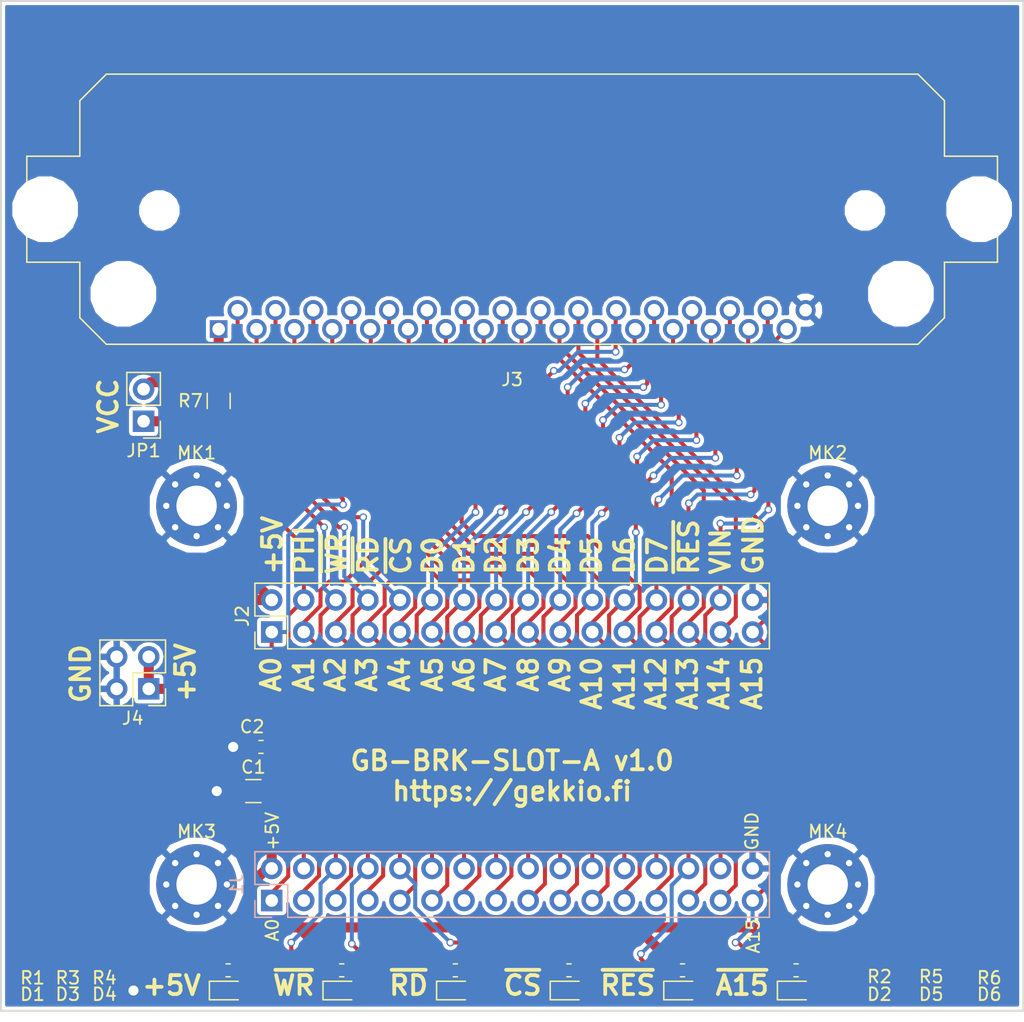
<source format=kicad_pcb>
(kicad_pcb (version 20171130) (host pcbnew 5.0.2-bee76a0~70~ubuntu18.10.1)

  (general
    (thickness 1.2)
    (drawings 50)
    (tracks 478)
    (zones 0)
    (modules 24)
    (nets 40)
  )

  (page A4)
  (title_block
    (title GB-BRK-SLOT-A)
    (rev v1.0)
    (company https://gekkio.fi)
  )

  (layers
    (0 F.Cu signal)
    (31 B.Cu signal)
    (32 B.Adhes user)
    (33 F.Adhes user)
    (34 B.Paste user)
    (35 F.Paste user)
    (36 B.SilkS user)
    (37 F.SilkS user)
    (38 B.Mask user)
    (39 F.Mask user)
    (40 Dwgs.User user)
    (41 Cmts.User user)
    (42 Eco1.User user)
    (43 Eco2.User user)
    (44 Edge.Cuts user)
    (45 Margin user)
    (46 B.CrtYd user)
    (47 F.CrtYd user)
    (48 B.Fab user)
    (49 F.Fab user)
  )

  (setup
    (last_trace_width 0.32)
    (user_trace_width 0.8)
    (trace_clearance 0.2)
    (zone_clearance 0.254)
    (zone_45_only yes)
    (trace_min 0.2)
    (segment_width 0.2)
    (edge_width 0.15)
    (via_size 0.6)
    (via_drill 0.4)
    (via_min_size 0.4)
    (via_min_drill 0.3)
    (user_via 1 0.8)
    (uvia_size 0.3)
    (uvia_drill 0.1)
    (uvias_allowed no)
    (uvia_min_size 0.2)
    (uvia_min_drill 0.1)
    (pcb_text_width 0.3)
    (pcb_text_size 1.5 1.5)
    (mod_edge_width 0.15)
    (mod_text_size 1 1)
    (mod_text_width 0.15)
    (pad_size 1.524 1.524)
    (pad_drill 0.762)
    (pad_to_mask_clearance 0)
    (solder_mask_min_width 0.2)
    (aux_axis_origin 0 0)
    (visible_elements FFFFFF7F)
    (pcbplotparams
      (layerselection 0x010fc_ffffffff)
      (usegerberextensions false)
      (usegerberattributes false)
      (usegerberadvancedattributes false)
      (creategerberjobfile true)
      (excludeedgelayer false)
      (linewidth 0.100000)
      (plotframeref false)
      (viasonmask false)
      (mode 1)
      (useauxorigin false)
      (hpglpennumber 1)
      (hpglpenspeed 20)
      (hpglpendiameter 15.000000)
      (psnegative false)
      (psa4output false)
      (plotreference true)
      (plotvalue true)
      (plotinvisibletext false)
      (padsonsilk false)
      (subtractmaskfromsilk false)
      (outputformat 1)
      (mirror false)
      (drillshape 0)
      (scaleselection 1)
      (outputdirectory "gerber/"))
  )

  (net 0 "")
  (net 1 "Net-(D1-Pad2)")
  (net 2 +5V)
  (net 3 GND)
  (net 4 /A0)
  (net 5 /PHI)
  (net 6 /A1)
  (net 7 /~WR)
  (net 8 /A2)
  (net 9 /~RD)
  (net 10 /A3)
  (net 11 /~CS)
  (net 12 /A4)
  (net 13 /D0)
  (net 14 /A5)
  (net 15 /D1)
  (net 16 /A6)
  (net 17 /D2)
  (net 18 /A7)
  (net 19 /D3)
  (net 20 /A8)
  (net 21 /D4)
  (net 22 /A9)
  (net 23 /D5)
  (net 24 /A10)
  (net 25 /D6)
  (net 26 /A11)
  (net 27 /D7)
  (net 28 /A12)
  (net 29 /~RES)
  (net 30 /A13)
  (net 31 /VIN)
  (net 32 /A14)
  (net 33 /A15)
  (net 34 "Net-(D2-Pad2)")
  (net 35 "Net-(D3-Pad2)")
  (net 36 "Net-(D4-Pad2)")
  (net 37 "Net-(D5-Pad2)")
  (net 38 "Net-(D6-Pad2)")
  (net 39 "Net-(J3-Pad1)")

  (net_class Default "This is the default net class."
    (clearance 0.2)
    (trace_width 0.32)
    (via_dia 0.6)
    (via_drill 0.4)
    (uvia_dia 0.3)
    (uvia_drill 0.1)
    (add_net /A0)
    (add_net /A1)
    (add_net /A10)
    (add_net /A11)
    (add_net /A12)
    (add_net /A13)
    (add_net /A14)
    (add_net /A15)
    (add_net /A2)
    (add_net /A3)
    (add_net /A4)
    (add_net /A5)
    (add_net /A6)
    (add_net /A7)
    (add_net /A8)
    (add_net /A9)
    (add_net /D0)
    (add_net /D1)
    (add_net /D2)
    (add_net /D3)
    (add_net /D4)
    (add_net /D5)
    (add_net /D6)
    (add_net /D7)
    (add_net /PHI)
    (add_net /VIN)
    (add_net /~CS)
    (add_net /~RD)
    (add_net /~RES)
    (add_net /~WR)
    (add_net "Net-(D1-Pad2)")
    (add_net "Net-(D2-Pad2)")
    (add_net "Net-(D3-Pad2)")
    (add_net "Net-(D4-Pad2)")
    (add_net "Net-(D5-Pad2)")
    (add_net "Net-(D6-Pad2)")
    (add_net "Net-(J3-Pad1)")
  )

  (net_class Power ""
    (clearance 0.3)
    (trace_width 0.8)
    (via_dia 1)
    (via_drill 0.8)
    (uvia_dia 0.3)
    (uvia_drill 0.1)
    (add_net +5V)
    (add_net GND)
  )

  (module Connector_PinHeader_2.54mm:PinHeader_1x02_P2.54mm_Vertical (layer F.Cu) (tedit 59FED5CC) (tstamp 5C2EC759)
    (at 58.3 103.3 180)
    (descr "Through hole straight pin header, 1x02, 2.54mm pitch, single row")
    (tags "Through hole pin header THT 1x02 2.54mm single row")
    (path /5C2E6B56)
    (fp_text reference JP1 (at 0 -2.33 180) (layer F.SilkS)
      (effects (font (size 1 1) (thickness 0.15)))
    )
    (fp_text value Jumper_NC_Small (at 0 4.87 180) (layer F.Fab)
      (effects (font (size 1 1) (thickness 0.15)))
    )
    (fp_text user %R (at 0 1.27 270) (layer F.Fab)
      (effects (font (size 1 1) (thickness 0.15)))
    )
    (fp_line (start 1.8 -1.8) (end -1.8 -1.8) (layer F.CrtYd) (width 0.05))
    (fp_line (start 1.8 4.35) (end 1.8 -1.8) (layer F.CrtYd) (width 0.05))
    (fp_line (start -1.8 4.35) (end 1.8 4.35) (layer F.CrtYd) (width 0.05))
    (fp_line (start -1.8 -1.8) (end -1.8 4.35) (layer F.CrtYd) (width 0.05))
    (fp_line (start -1.33 -1.33) (end 0 -1.33) (layer F.SilkS) (width 0.12))
    (fp_line (start -1.33 0) (end -1.33 -1.33) (layer F.SilkS) (width 0.12))
    (fp_line (start -1.33 1.27) (end 1.33 1.27) (layer F.SilkS) (width 0.12))
    (fp_line (start 1.33 1.27) (end 1.33 3.87) (layer F.SilkS) (width 0.12))
    (fp_line (start -1.33 1.27) (end -1.33 3.87) (layer F.SilkS) (width 0.12))
    (fp_line (start -1.33 3.87) (end 1.33 3.87) (layer F.SilkS) (width 0.12))
    (fp_line (start -1.27 -0.635) (end -0.635 -1.27) (layer F.Fab) (width 0.1))
    (fp_line (start -1.27 3.81) (end -1.27 -0.635) (layer F.Fab) (width 0.1))
    (fp_line (start 1.27 3.81) (end -1.27 3.81) (layer F.Fab) (width 0.1))
    (fp_line (start 1.27 -1.27) (end 1.27 3.81) (layer F.Fab) (width 0.1))
    (fp_line (start -0.635 -1.27) (end 1.27 -1.27) (layer F.Fab) (width 0.1))
    (pad 2 thru_hole oval (at 0 2.54 180) (size 1.7 1.7) (drill 1) (layers *.Cu *.Mask)
      (net 39 "Net-(J3-Pad1)"))
    (pad 1 thru_hole rect (at 0 0 180) (size 1.7 1.7) (drill 1) (layers *.Cu *.Mask)
      (net 2 +5V))
    (model ${KISYS3DMOD}/Connector_PinHeader_2.54mm.3dshapes/PinHeader_1x02_P2.54mm_Vertical.wrl
      (at (xyz 0 0 0))
      (scale (xyz 1 1 1))
      (rotate (xyz 0 0 0))
    )
  )

  (module Resistor_SMD:R_1206_3216Metric_Pad1.42x1.75mm_HandSolder (layer F.Cu) (tedit 5B301BBD) (tstamp 5BF060DE)
    (at 64.25 101.69 270)
    (descr "Resistor SMD 1206 (3216 Metric), square (rectangular) end terminal, IPC_7351 nominal with elongated pad for handsoldering. (Body size source: http://www.tortai-tech.com/upload/download/2011102023233369053.pdf), generated with kicad-footprint-generator")
    (tags "resistor handsolder")
    (path /5BF0DED2)
    (attr smd)
    (fp_text reference R7 (at -0.01 2.24) (layer F.SilkS)
      (effects (font (size 1 1) (thickness 0.15)))
    )
    (fp_text value 0R (at 1.34 2.3) (layer F.Fab)
      (effects (font (size 1 1) (thickness 0.15)))
    )
    (fp_text user %R (at 0 0 270) (layer F.Fab)
      (effects (font (size 0.8 0.8) (thickness 0.12)))
    )
    (fp_line (start 2.45 1.12) (end -2.45 1.12) (layer F.CrtYd) (width 0.05))
    (fp_line (start 2.45 -1.12) (end 2.45 1.12) (layer F.CrtYd) (width 0.05))
    (fp_line (start -2.45 -1.12) (end 2.45 -1.12) (layer F.CrtYd) (width 0.05))
    (fp_line (start -2.45 1.12) (end -2.45 -1.12) (layer F.CrtYd) (width 0.05))
    (fp_line (start -0.602064 0.91) (end 0.602064 0.91) (layer F.SilkS) (width 0.12))
    (fp_line (start -0.602064 -0.91) (end 0.602064 -0.91) (layer F.SilkS) (width 0.12))
    (fp_line (start 1.6 0.8) (end -1.6 0.8) (layer F.Fab) (width 0.1))
    (fp_line (start 1.6 -0.8) (end 1.6 0.8) (layer F.Fab) (width 0.1))
    (fp_line (start -1.6 -0.8) (end 1.6 -0.8) (layer F.Fab) (width 0.1))
    (fp_line (start -1.6 0.8) (end -1.6 -0.8) (layer F.Fab) (width 0.1))
    (pad 2 smd roundrect (at 1.4875 0 270) (size 1.425 1.75) (layers F.Cu F.Paste F.Mask) (roundrect_rratio 0.175439)
      (net 2 +5V))
    (pad 1 smd roundrect (at -1.4875 0 270) (size 1.425 1.75) (layers F.Cu F.Paste F.Mask) (roundrect_rratio 0.175439)
      (net 39 "Net-(J3-Pad1)"))
    (model ${KISYS3DMOD}/Resistor_SMD.3dshapes/R_1206_3216Metric.wrl
      (at (xyz 0 0 0))
      (scale (xyz 1 1 1))
      (rotate (xyz 0 0 0))
    )
  )

  (module LED_SMD:LED_0603_1608Metric (layer F.Cu) (tedit 5B301BBE) (tstamp 5A985B06)
    (at 65 148.4)
    (descr "LED SMD 0603 (1608 Metric), square (rectangular) end terminal, IPC_7351 nominal, (Body size source: http://www.tortai-tech.com/upload/download/2011102023233369053.pdf), generated with kicad-footprint-generator")
    (tags diode)
    (path /5A985CB3)
    (attr smd)
    (fp_text reference D1 (at -15.5 0.3) (layer F.SilkS)
      (effects (font (size 1 1) (thickness 0.15)))
    )
    (fp_text value LED (at 0 1.65) (layer F.Fab)
      (effects (font (size 1 1) (thickness 0.15)))
    )
    (fp_text user %R (at 0 0) (layer F.Fab)
      (effects (font (size 0.4 0.4) (thickness 0.06)))
    )
    (fp_line (start 1.48 0.73) (end -1.48 0.73) (layer F.CrtYd) (width 0.05))
    (fp_line (start 1.48 -0.73) (end 1.48 0.73) (layer F.CrtYd) (width 0.05))
    (fp_line (start -1.48 -0.73) (end 1.48 -0.73) (layer F.CrtYd) (width 0.05))
    (fp_line (start -1.48 0.73) (end -1.48 -0.73) (layer F.CrtYd) (width 0.05))
    (fp_line (start -1.485 0.735) (end 0.8 0.735) (layer F.SilkS) (width 0.12))
    (fp_line (start -1.485 -0.735) (end -1.485 0.735) (layer F.SilkS) (width 0.12))
    (fp_line (start 0.8 -0.735) (end -1.485 -0.735) (layer F.SilkS) (width 0.12))
    (fp_line (start 0.8 0.4) (end 0.8 -0.4) (layer F.Fab) (width 0.1))
    (fp_line (start -0.8 0.4) (end 0.8 0.4) (layer F.Fab) (width 0.1))
    (fp_line (start -0.8 -0.1) (end -0.8 0.4) (layer F.Fab) (width 0.1))
    (fp_line (start -0.5 -0.4) (end -0.8 -0.1) (layer F.Fab) (width 0.1))
    (fp_line (start 0.8 -0.4) (end -0.5 -0.4) (layer F.Fab) (width 0.1))
    (pad 2 smd roundrect (at 0.7875 0) (size 0.875 0.95) (layers F.Cu F.Paste F.Mask) (roundrect_rratio 0.25)
      (net 1 "Net-(D1-Pad2)"))
    (pad 1 smd roundrect (at -0.7875 0) (size 0.875 0.95) (layers F.Cu F.Paste F.Mask) (roundrect_rratio 0.25)
      (net 3 GND))
    (model ${KISYS3DMOD}/LED_SMD.3dshapes/LED_0603_1608Metric.wrl
      (at (xyz 0 0 0))
      (scale (xyz 1 1 1))
      (rotate (xyz 0 0 0))
    )
  )

  (module Connector_PinHeader_2.54mm:PinHeader_2x16_P2.54mm_Vertical locked (layer F.Cu) (tedit 59FED5CC) (tstamp 5A985B2A)
    (at 68.45 120 90)
    (descr "Through hole straight pin header, 2x16, 2.54mm pitch, double rows")
    (tags "Through hole pin header THT 2x16 2.54mm double row")
    (path /5A985BF6)
    (fp_text reference J2 (at 1.27 -2.33 90) (layer F.SilkS)
      (effects (font (size 1 1) (thickness 0.15)))
    )
    (fp_text value Conn_02x16_Odd_Even (at 1.27 40.43 90) (layer F.Fab)
      (effects (font (size 1 1) (thickness 0.15)))
    )
    (fp_text user %R (at 1.27 19.05 180) (layer F.Fab)
      (effects (font (size 1 1) (thickness 0.15)))
    )
    (fp_line (start 4.35 -1.8) (end -1.8 -1.8) (layer F.CrtYd) (width 0.05))
    (fp_line (start 4.35 39.9) (end 4.35 -1.8) (layer F.CrtYd) (width 0.05))
    (fp_line (start -1.8 39.9) (end 4.35 39.9) (layer F.CrtYd) (width 0.05))
    (fp_line (start -1.8 -1.8) (end -1.8 39.9) (layer F.CrtYd) (width 0.05))
    (fp_line (start -1.33 -1.33) (end 0 -1.33) (layer F.SilkS) (width 0.12))
    (fp_line (start -1.33 0) (end -1.33 -1.33) (layer F.SilkS) (width 0.12))
    (fp_line (start 1.27 -1.33) (end 3.87 -1.33) (layer F.SilkS) (width 0.12))
    (fp_line (start 1.27 1.27) (end 1.27 -1.33) (layer F.SilkS) (width 0.12))
    (fp_line (start -1.33 1.27) (end 1.27 1.27) (layer F.SilkS) (width 0.12))
    (fp_line (start 3.87 -1.33) (end 3.87 39.43) (layer F.SilkS) (width 0.12))
    (fp_line (start -1.33 1.27) (end -1.33 39.43) (layer F.SilkS) (width 0.12))
    (fp_line (start -1.33 39.43) (end 3.87 39.43) (layer F.SilkS) (width 0.12))
    (fp_line (start -1.27 0) (end 0 -1.27) (layer F.Fab) (width 0.1))
    (fp_line (start -1.27 39.37) (end -1.27 0) (layer F.Fab) (width 0.1))
    (fp_line (start 3.81 39.37) (end -1.27 39.37) (layer F.Fab) (width 0.1))
    (fp_line (start 3.81 -1.27) (end 3.81 39.37) (layer F.Fab) (width 0.1))
    (fp_line (start 0 -1.27) (end 3.81 -1.27) (layer F.Fab) (width 0.1))
    (pad 32 thru_hole oval (at 2.54 38.1 90) (size 1.7 1.7) (drill 1) (layers *.Cu *.Mask)
      (net 3 GND))
    (pad 31 thru_hole oval (at 0 38.1 90) (size 1.7 1.7) (drill 1) (layers *.Cu *.Mask)
      (net 33 /A15))
    (pad 30 thru_hole oval (at 2.54 35.56 90) (size 1.7 1.7) (drill 1) (layers *.Cu *.Mask)
      (net 31 /VIN))
    (pad 29 thru_hole oval (at 0 35.56 90) (size 1.7 1.7) (drill 1) (layers *.Cu *.Mask)
      (net 32 /A14))
    (pad 28 thru_hole oval (at 2.54 33.02 90) (size 1.7 1.7) (drill 1) (layers *.Cu *.Mask)
      (net 29 /~RES))
    (pad 27 thru_hole oval (at 0 33.02 90) (size 1.7 1.7) (drill 1) (layers *.Cu *.Mask)
      (net 30 /A13))
    (pad 26 thru_hole oval (at 2.54 30.48 90) (size 1.7 1.7) (drill 1) (layers *.Cu *.Mask)
      (net 27 /D7))
    (pad 25 thru_hole oval (at 0 30.48 90) (size 1.7 1.7) (drill 1) (layers *.Cu *.Mask)
      (net 28 /A12))
    (pad 24 thru_hole oval (at 2.54 27.94 90) (size 1.7 1.7) (drill 1) (layers *.Cu *.Mask)
      (net 25 /D6))
    (pad 23 thru_hole oval (at 0 27.94 90) (size 1.7 1.7) (drill 1) (layers *.Cu *.Mask)
      (net 26 /A11))
    (pad 22 thru_hole oval (at 2.54 25.4 90) (size 1.7 1.7) (drill 1) (layers *.Cu *.Mask)
      (net 23 /D5))
    (pad 21 thru_hole oval (at 0 25.4 90) (size 1.7 1.7) (drill 1) (layers *.Cu *.Mask)
      (net 24 /A10))
    (pad 20 thru_hole oval (at 2.54 22.86 90) (size 1.7 1.7) (drill 1) (layers *.Cu *.Mask)
      (net 21 /D4))
    (pad 19 thru_hole oval (at 0 22.86 90) (size 1.7 1.7) (drill 1) (layers *.Cu *.Mask)
      (net 22 /A9))
    (pad 18 thru_hole oval (at 2.54 20.32 90) (size 1.7 1.7) (drill 1) (layers *.Cu *.Mask)
      (net 19 /D3))
    (pad 17 thru_hole oval (at 0 20.32 90) (size 1.7 1.7) (drill 1) (layers *.Cu *.Mask)
      (net 20 /A8))
    (pad 16 thru_hole oval (at 2.54 17.78 90) (size 1.7 1.7) (drill 1) (layers *.Cu *.Mask)
      (net 17 /D2))
    (pad 15 thru_hole oval (at 0 17.78 90) (size 1.7 1.7) (drill 1) (layers *.Cu *.Mask)
      (net 18 /A7))
    (pad 14 thru_hole oval (at 2.54 15.24 90) (size 1.7 1.7) (drill 1) (layers *.Cu *.Mask)
      (net 15 /D1))
    (pad 13 thru_hole oval (at 0 15.24 90) (size 1.7 1.7) (drill 1) (layers *.Cu *.Mask)
      (net 16 /A6))
    (pad 12 thru_hole oval (at 2.54 12.7 90) (size 1.7 1.7) (drill 1) (layers *.Cu *.Mask)
      (net 13 /D0))
    (pad 11 thru_hole oval (at 0 12.7 90) (size 1.7 1.7) (drill 1) (layers *.Cu *.Mask)
      (net 14 /A5))
    (pad 10 thru_hole oval (at 2.54 10.16 90) (size 1.7 1.7) (drill 1) (layers *.Cu *.Mask)
      (net 11 /~CS))
    (pad 9 thru_hole oval (at 0 10.16 90) (size 1.7 1.7) (drill 1) (layers *.Cu *.Mask)
      (net 12 /A4))
    (pad 8 thru_hole oval (at 2.54 7.62 90) (size 1.7 1.7) (drill 1) (layers *.Cu *.Mask)
      (net 9 /~RD))
    (pad 7 thru_hole oval (at 0 7.62 90) (size 1.7 1.7) (drill 1) (layers *.Cu *.Mask)
      (net 10 /A3))
    (pad 6 thru_hole oval (at 2.54 5.08 90) (size 1.7 1.7) (drill 1) (layers *.Cu *.Mask)
      (net 7 /~WR))
    (pad 5 thru_hole oval (at 0 5.08 90) (size 1.7 1.7) (drill 1) (layers *.Cu *.Mask)
      (net 8 /A2))
    (pad 4 thru_hole oval (at 2.54 2.54 90) (size 1.7 1.7) (drill 1) (layers *.Cu *.Mask)
      (net 5 /PHI))
    (pad 3 thru_hole oval (at 0 2.54 90) (size 1.7 1.7) (drill 1) (layers *.Cu *.Mask)
      (net 6 /A1))
    (pad 2 thru_hole oval (at 2.54 0 90) (size 1.7 1.7) (drill 1) (layers *.Cu *.Mask)
      (net 2 +5V))
    (pad 1 thru_hole rect (at 0 0 90) (size 1.7 1.7) (drill 1) (layers *.Cu *.Mask)
      (net 4 /A0))
    (model ${KISYS3DMOD}/Connector_PinHeader_2.54mm.3dshapes/PinHeader_2x16_P2.54mm_Vertical.wrl
      (at (xyz 0 0 0))
      (scale (xyz 1 1 1))
      (rotate (xyz 0 0 0))
    )
  )

  (module Resistor_SMD:R_0603_1608Metric (layer F.Cu) (tedit 5B301BBD) (tstamp 5A985B90)
    (at 65 146.8)
    (descr "Resistor SMD 0603 (1608 Metric), square (rectangular) end terminal, IPC_7351 nominal, (Body size source: http://www.tortai-tech.com/upload/download/2011102023233369053.pdf), generated with kicad-footprint-generator")
    (tags resistor)
    (path /5A985D2A)
    (attr smd)
    (fp_text reference R1 (at -15.5 0.6) (layer F.SilkS)
      (effects (font (size 1 1) (thickness 0.15)))
    )
    (fp_text value 3.3k (at 0 1.65) (layer F.Fab)
      (effects (font (size 1 1) (thickness 0.15)))
    )
    (fp_text user %R (at 0 0) (layer F.Fab)
      (effects (font (size 0.4 0.4) (thickness 0.06)))
    )
    (fp_line (start 1.48 0.73) (end -1.48 0.73) (layer F.CrtYd) (width 0.05))
    (fp_line (start 1.48 -0.73) (end 1.48 0.73) (layer F.CrtYd) (width 0.05))
    (fp_line (start -1.48 -0.73) (end 1.48 -0.73) (layer F.CrtYd) (width 0.05))
    (fp_line (start -1.48 0.73) (end -1.48 -0.73) (layer F.CrtYd) (width 0.05))
    (fp_line (start -0.162779 0.51) (end 0.162779 0.51) (layer F.SilkS) (width 0.12))
    (fp_line (start -0.162779 -0.51) (end 0.162779 -0.51) (layer F.SilkS) (width 0.12))
    (fp_line (start 0.8 0.4) (end -0.8 0.4) (layer F.Fab) (width 0.1))
    (fp_line (start 0.8 -0.4) (end 0.8 0.4) (layer F.Fab) (width 0.1))
    (fp_line (start -0.8 -0.4) (end 0.8 -0.4) (layer F.Fab) (width 0.1))
    (fp_line (start -0.8 0.4) (end -0.8 -0.4) (layer F.Fab) (width 0.1))
    (pad 2 smd roundrect (at 0.7875 0) (size 0.875 0.95) (layers F.Cu F.Paste F.Mask) (roundrect_rratio 0.25)
      (net 1 "Net-(D1-Pad2)"))
    (pad 1 smd roundrect (at -0.7875 0) (size 0.875 0.95) (layers F.Cu F.Paste F.Mask) (roundrect_rratio 0.25)
      (net 2 +5V))
    (model ${KISYS3DMOD}/Resistor_SMD.3dshapes/R_0603_1608Metric.wrl
      (at (xyz 0 0 0))
      (scale (xyz 1 1 1))
      (rotate (xyz 0 0 0))
    )
  )

  (module Capacitor_SMD:C_1206_3216Metric (layer F.Cu) (tedit 5B301BBE) (tstamp 5A986974)
    (at 67 132.6 180)
    (descr "Capacitor SMD 1206 (3216 Metric), square (rectangular) end terminal, IPC_7351 nominal, (Body size source: http://www.tortai-tech.com/upload/download/2011102023233369053.pdf), generated with kicad-footprint-generator")
    (tags capacitor)
    (path /5A985D9A)
    (attr smd)
    (fp_text reference C1 (at 0 1.9 180) (layer F.SilkS)
      (effects (font (size 1 1) (thickness 0.15)))
    )
    (fp_text value 10uF (at 5.3 0 180) (layer F.Fab)
      (effects (font (size 1 1) (thickness 0.15)))
    )
    (fp_text user %R (at 0 0 180) (layer F.Fab)
      (effects (font (size 0.8 0.8) (thickness 0.12)))
    )
    (fp_line (start 2.28 1.12) (end -2.28 1.12) (layer F.CrtYd) (width 0.05))
    (fp_line (start 2.28 -1.12) (end 2.28 1.12) (layer F.CrtYd) (width 0.05))
    (fp_line (start -2.28 -1.12) (end 2.28 -1.12) (layer F.CrtYd) (width 0.05))
    (fp_line (start -2.28 1.12) (end -2.28 -1.12) (layer F.CrtYd) (width 0.05))
    (fp_line (start -0.602064 0.91) (end 0.602064 0.91) (layer F.SilkS) (width 0.12))
    (fp_line (start -0.602064 -0.91) (end 0.602064 -0.91) (layer F.SilkS) (width 0.12))
    (fp_line (start 1.6 0.8) (end -1.6 0.8) (layer F.Fab) (width 0.1))
    (fp_line (start 1.6 -0.8) (end 1.6 0.8) (layer F.Fab) (width 0.1))
    (fp_line (start -1.6 -0.8) (end 1.6 -0.8) (layer F.Fab) (width 0.1))
    (fp_line (start -1.6 0.8) (end -1.6 -0.8) (layer F.Fab) (width 0.1))
    (pad 2 smd roundrect (at 1.4 0 180) (size 1.25 1.75) (layers F.Cu F.Paste F.Mask) (roundrect_rratio 0.2)
      (net 3 GND))
    (pad 1 smd roundrect (at -1.4 0 180) (size 1.25 1.75) (layers F.Cu F.Paste F.Mask) (roundrect_rratio 0.2)
      (net 2 +5V))
    (model ${KISYS3DMOD}/Capacitor_SMD.3dshapes/C_1206_3216Metric.wrl
      (at (xyz 0 0 0))
      (scale (xyz 1 1 1))
      (rotate (xyz 0 0 0))
    )
  )

  (module Capacitor_SMD:C_0603_1608Metric (layer F.Cu) (tedit 5B301BBE) (tstamp 5A986979)
    (at 67.6 129.1 180)
    (descr "Capacitor SMD 0603 (1608 Metric), square (rectangular) end terminal, IPC_7351 nominal, (Body size source: http://www.tortai-tech.com/upload/download/2011102023233369053.pdf), generated with kicad-footprint-generator")
    (tags capacitor)
    (path /5A985DFF)
    (attr smd)
    (fp_text reference C2 (at 0.7 1.6 180) (layer F.SilkS)
      (effects (font (size 1 1) (thickness 0.15)))
    )
    (fp_text value 0.1uF (at 5.1 0 180) (layer F.Fab)
      (effects (font (size 1 1) (thickness 0.15)))
    )
    (fp_text user %R (at 0 0 180) (layer F.Fab)
      (effects (font (size 0.4 0.4) (thickness 0.06)))
    )
    (fp_line (start 1.48 0.73) (end -1.48 0.73) (layer F.CrtYd) (width 0.05))
    (fp_line (start 1.48 -0.73) (end 1.48 0.73) (layer F.CrtYd) (width 0.05))
    (fp_line (start -1.48 -0.73) (end 1.48 -0.73) (layer F.CrtYd) (width 0.05))
    (fp_line (start -1.48 0.73) (end -1.48 -0.73) (layer F.CrtYd) (width 0.05))
    (fp_line (start -0.162779 0.51) (end 0.162779 0.51) (layer F.SilkS) (width 0.12))
    (fp_line (start -0.162779 -0.51) (end 0.162779 -0.51) (layer F.SilkS) (width 0.12))
    (fp_line (start 0.8 0.4) (end -0.8 0.4) (layer F.Fab) (width 0.1))
    (fp_line (start 0.8 -0.4) (end 0.8 0.4) (layer F.Fab) (width 0.1))
    (fp_line (start -0.8 -0.4) (end 0.8 -0.4) (layer F.Fab) (width 0.1))
    (fp_line (start -0.8 0.4) (end -0.8 -0.4) (layer F.Fab) (width 0.1))
    (pad 2 smd roundrect (at 0.7875 0 180) (size 0.875 0.95) (layers F.Cu F.Paste F.Mask) (roundrect_rratio 0.25)
      (net 3 GND))
    (pad 1 smd roundrect (at -0.7875 0 180) (size 0.875 0.95) (layers F.Cu F.Paste F.Mask) (roundrect_rratio 0.25)
      (net 2 +5V))
    (model ${KISYS3DMOD}/Capacitor_SMD.3dshapes/C_0603_1608Metric.wrl
      (at (xyz 0 0 0))
      (scale (xyz 1 1 1))
      (rotate (xyz 0 0 0))
    )
  )

  (module Connector_PinSocket_2.54mm:PinSocket_2x16_P2.54mm_Vertical locked (layer B.Cu) (tedit 5A19A424) (tstamp 5A986A2C)
    (at 68.45 141.27 270)
    (descr "Through hole straight socket strip, 2x16, 2.54mm pitch, double cols (from Kicad 4.0.7), script generated")
    (tags "Through hole socket strip THT 2x16 2.54mm double row")
    (path /5A985B05)
    (fp_text reference J1 (at -1.27 2.77 270) (layer B.SilkS)
      (effects (font (size 1 1) (thickness 0.15)) (justify mirror))
    )
    (fp_text value Conn_02x16_Odd_Even (at -5.67 -18.74) (layer B.Fab)
      (effects (font (size 1 1) (thickness 0.15)) (justify mirror))
    )
    (fp_text user %R (at -1.27 -19.05 180) (layer B.Fab)
      (effects (font (size 1 1) (thickness 0.15)) (justify mirror))
    )
    (fp_line (start -4.34 -39.9) (end -4.34 1.8) (layer B.CrtYd) (width 0.05))
    (fp_line (start 1.76 -39.9) (end -4.34 -39.9) (layer B.CrtYd) (width 0.05))
    (fp_line (start 1.76 1.8) (end 1.76 -39.9) (layer B.CrtYd) (width 0.05))
    (fp_line (start -4.34 1.8) (end 1.76 1.8) (layer B.CrtYd) (width 0.05))
    (fp_line (start 0 1.33) (end 1.33 1.33) (layer B.SilkS) (width 0.12))
    (fp_line (start 1.33 1.33) (end 1.33 0) (layer B.SilkS) (width 0.12))
    (fp_line (start -1.27 1.33) (end -1.27 -1.27) (layer B.SilkS) (width 0.12))
    (fp_line (start -1.27 -1.27) (end 1.33 -1.27) (layer B.SilkS) (width 0.12))
    (fp_line (start 1.33 -1.27) (end 1.33 -39.43) (layer B.SilkS) (width 0.12))
    (fp_line (start -3.87 -39.43) (end 1.33 -39.43) (layer B.SilkS) (width 0.12))
    (fp_line (start -3.87 1.33) (end -3.87 -39.43) (layer B.SilkS) (width 0.12))
    (fp_line (start -3.87 1.33) (end -1.27 1.33) (layer B.SilkS) (width 0.12))
    (fp_line (start -3.81 -39.37) (end -3.81 1.27) (layer B.Fab) (width 0.1))
    (fp_line (start 1.27 -39.37) (end -3.81 -39.37) (layer B.Fab) (width 0.1))
    (fp_line (start 1.27 0.27) (end 1.27 -39.37) (layer B.Fab) (width 0.1))
    (fp_line (start 0.27 1.27) (end 1.27 0.27) (layer B.Fab) (width 0.1))
    (fp_line (start -3.81 1.27) (end 0.27 1.27) (layer B.Fab) (width 0.1))
    (pad 32 thru_hole oval (at -2.54 -38.1 270) (size 1.7 1.7) (drill 1) (layers *.Cu *.Mask)
      (net 3 GND))
    (pad 31 thru_hole oval (at 0 -38.1 270) (size 1.7 1.7) (drill 1) (layers *.Cu *.Mask)
      (net 33 /A15))
    (pad 30 thru_hole oval (at -2.54 -35.56 270) (size 1.7 1.7) (drill 1) (layers *.Cu *.Mask)
      (net 31 /VIN))
    (pad 29 thru_hole oval (at 0 -35.56 270) (size 1.7 1.7) (drill 1) (layers *.Cu *.Mask)
      (net 32 /A14))
    (pad 28 thru_hole oval (at -2.54 -33.02 270) (size 1.7 1.7) (drill 1) (layers *.Cu *.Mask)
      (net 29 /~RES))
    (pad 27 thru_hole oval (at 0 -33.02 270) (size 1.7 1.7) (drill 1) (layers *.Cu *.Mask)
      (net 30 /A13))
    (pad 26 thru_hole oval (at -2.54 -30.48 270) (size 1.7 1.7) (drill 1) (layers *.Cu *.Mask)
      (net 27 /D7))
    (pad 25 thru_hole oval (at 0 -30.48 270) (size 1.7 1.7) (drill 1) (layers *.Cu *.Mask)
      (net 28 /A12))
    (pad 24 thru_hole oval (at -2.54 -27.94 270) (size 1.7 1.7) (drill 1) (layers *.Cu *.Mask)
      (net 25 /D6))
    (pad 23 thru_hole oval (at 0 -27.94 270) (size 1.7 1.7) (drill 1) (layers *.Cu *.Mask)
      (net 26 /A11))
    (pad 22 thru_hole oval (at -2.54 -25.4 270) (size 1.7 1.7) (drill 1) (layers *.Cu *.Mask)
      (net 23 /D5))
    (pad 21 thru_hole oval (at 0 -25.4 270) (size 1.7 1.7) (drill 1) (layers *.Cu *.Mask)
      (net 24 /A10))
    (pad 20 thru_hole oval (at -2.54 -22.86 270) (size 1.7 1.7) (drill 1) (layers *.Cu *.Mask)
      (net 21 /D4))
    (pad 19 thru_hole oval (at 0 -22.86 270) (size 1.7 1.7) (drill 1) (layers *.Cu *.Mask)
      (net 22 /A9))
    (pad 18 thru_hole oval (at -2.54 -20.32 270) (size 1.7 1.7) (drill 1) (layers *.Cu *.Mask)
      (net 19 /D3))
    (pad 17 thru_hole oval (at 0 -20.32 270) (size 1.7 1.7) (drill 1) (layers *.Cu *.Mask)
      (net 20 /A8))
    (pad 16 thru_hole oval (at -2.54 -17.78 270) (size 1.7 1.7) (drill 1) (layers *.Cu *.Mask)
      (net 17 /D2))
    (pad 15 thru_hole oval (at 0 -17.78 270) (size 1.7 1.7) (drill 1) (layers *.Cu *.Mask)
      (net 18 /A7))
    (pad 14 thru_hole oval (at -2.54 -15.24 270) (size 1.7 1.7) (drill 1) (layers *.Cu *.Mask)
      (net 15 /D1))
    (pad 13 thru_hole oval (at 0 -15.24 270) (size 1.7 1.7) (drill 1) (layers *.Cu *.Mask)
      (net 16 /A6))
    (pad 12 thru_hole oval (at -2.54 -12.7 270) (size 1.7 1.7) (drill 1) (layers *.Cu *.Mask)
      (net 13 /D0))
    (pad 11 thru_hole oval (at 0 -12.7 270) (size 1.7 1.7) (drill 1) (layers *.Cu *.Mask)
      (net 14 /A5))
    (pad 10 thru_hole oval (at -2.54 -10.16 270) (size 1.7 1.7) (drill 1) (layers *.Cu *.Mask)
      (net 11 /~CS))
    (pad 9 thru_hole oval (at 0 -10.16 270) (size 1.7 1.7) (drill 1) (layers *.Cu *.Mask)
      (net 12 /A4))
    (pad 8 thru_hole oval (at -2.54 -7.62 270) (size 1.7 1.7) (drill 1) (layers *.Cu *.Mask)
      (net 9 /~RD))
    (pad 7 thru_hole oval (at 0 -7.62 270) (size 1.7 1.7) (drill 1) (layers *.Cu *.Mask)
      (net 10 /A3))
    (pad 6 thru_hole oval (at -2.54 -5.08 270) (size 1.7 1.7) (drill 1) (layers *.Cu *.Mask)
      (net 7 /~WR))
    (pad 5 thru_hole oval (at 0 -5.08 270) (size 1.7 1.7) (drill 1) (layers *.Cu *.Mask)
      (net 8 /A2))
    (pad 4 thru_hole oval (at -2.54 -2.54 270) (size 1.7 1.7) (drill 1) (layers *.Cu *.Mask)
      (net 5 /PHI))
    (pad 3 thru_hole oval (at 0 -2.54 270) (size 1.7 1.7) (drill 1) (layers *.Cu *.Mask)
      (net 6 /A1))
    (pad 2 thru_hole oval (at -2.54 0 270) (size 1.7 1.7) (drill 1) (layers *.Cu *.Mask)
      (net 2 +5V))
    (pad 1 thru_hole rect (at 0 0 270) (size 1.7 1.7) (drill 1) (layers *.Cu *.Mask)
      (net 4 /A0))
    (model ${KISYS3DMOD}/Connector_PinSocket_2.54mm.3dshapes/PinSocket_2x16_P2.54mm_Vertical.wrl
      (at (xyz 0 0 0))
      (scale (xyz 1 1 1))
      (rotate (xyz 0 0 0))
    )
  )

  (module LED_SMD:LED_0603_1608Metric (layer F.Cu) (tedit 5B301BBE) (tstamp 5AB96072)
    (at 101 148.4)
    (descr "LED SMD 0603 (1608 Metric), square (rectangular) end terminal, IPC_7351 nominal, (Body size source: http://www.tortai-tech.com/upload/download/2011102023233369053.pdf), generated with kicad-footprint-generator")
    (tags diode)
    (path /5AB9628F)
    (attr smd)
    (fp_text reference D2 (at 15.6 0.3) (layer F.SilkS)
      (effects (font (size 1 1) (thickness 0.15)))
    )
    (fp_text value LED (at 0 1.65) (layer F.Fab)
      (effects (font (size 1 1) (thickness 0.15)))
    )
    (fp_text user %R (at 0 0) (layer F.Fab)
      (effects (font (size 0.4 0.4) (thickness 0.06)))
    )
    (fp_line (start 1.48 0.73) (end -1.48 0.73) (layer F.CrtYd) (width 0.05))
    (fp_line (start 1.48 -0.73) (end 1.48 0.73) (layer F.CrtYd) (width 0.05))
    (fp_line (start -1.48 -0.73) (end 1.48 -0.73) (layer F.CrtYd) (width 0.05))
    (fp_line (start -1.48 0.73) (end -1.48 -0.73) (layer F.CrtYd) (width 0.05))
    (fp_line (start -1.485 0.735) (end 0.8 0.735) (layer F.SilkS) (width 0.12))
    (fp_line (start -1.485 -0.735) (end -1.485 0.735) (layer F.SilkS) (width 0.12))
    (fp_line (start 0.8 -0.735) (end -1.485 -0.735) (layer F.SilkS) (width 0.12))
    (fp_line (start 0.8 0.4) (end 0.8 -0.4) (layer F.Fab) (width 0.1))
    (fp_line (start -0.8 0.4) (end 0.8 0.4) (layer F.Fab) (width 0.1))
    (fp_line (start -0.8 -0.1) (end -0.8 0.4) (layer F.Fab) (width 0.1))
    (fp_line (start -0.5 -0.4) (end -0.8 -0.1) (layer F.Fab) (width 0.1))
    (fp_line (start 0.8 -0.4) (end -0.5 -0.4) (layer F.Fab) (width 0.1))
    (pad 2 smd roundrect (at 0.7875 0) (size 0.875 0.95) (layers F.Cu F.Paste F.Mask) (roundrect_rratio 0.25)
      (net 34 "Net-(D2-Pad2)"))
    (pad 1 smd roundrect (at -0.7875 0) (size 0.875 0.95) (layers F.Cu F.Paste F.Mask) (roundrect_rratio 0.25)
      (net 29 /~RES))
    (model ${KISYS3DMOD}/LED_SMD.3dshapes/LED_0603_1608Metric.wrl
      (at (xyz 0 0 0))
      (scale (xyz 1 1 1))
      (rotate (xyz 0 0 0))
    )
  )

  (module LED_SMD:LED_0603_1608Metric (layer F.Cu) (tedit 5B301BBE) (tstamp 5AB96085)
    (at 74 148.4)
    (descr "LED SMD 0603 (1608 Metric), square (rectangular) end terminal, IPC_7351 nominal, (Body size source: http://www.tortai-tech.com/upload/download/2011102023233369053.pdf), generated with kicad-footprint-generator")
    (tags diode)
    (path /5AB963C8)
    (attr smd)
    (fp_text reference D3 (at -21.7 0.3) (layer F.SilkS)
      (effects (font (size 1 1) (thickness 0.15)))
    )
    (fp_text value LED (at 0 1.65) (layer F.Fab)
      (effects (font (size 1 1) (thickness 0.15)))
    )
    (fp_text user %R (at 0 0) (layer F.Fab)
      (effects (font (size 0.4 0.4) (thickness 0.06)))
    )
    (fp_line (start 1.48 0.73) (end -1.48 0.73) (layer F.CrtYd) (width 0.05))
    (fp_line (start 1.48 -0.73) (end 1.48 0.73) (layer F.CrtYd) (width 0.05))
    (fp_line (start -1.48 -0.73) (end 1.48 -0.73) (layer F.CrtYd) (width 0.05))
    (fp_line (start -1.48 0.73) (end -1.48 -0.73) (layer F.CrtYd) (width 0.05))
    (fp_line (start -1.485 0.735) (end 0.8 0.735) (layer F.SilkS) (width 0.12))
    (fp_line (start -1.485 -0.735) (end -1.485 0.735) (layer F.SilkS) (width 0.12))
    (fp_line (start 0.8 -0.735) (end -1.485 -0.735) (layer F.SilkS) (width 0.12))
    (fp_line (start 0.8 0.4) (end 0.8 -0.4) (layer F.Fab) (width 0.1))
    (fp_line (start -0.8 0.4) (end 0.8 0.4) (layer F.Fab) (width 0.1))
    (fp_line (start -0.8 -0.1) (end -0.8 0.4) (layer F.Fab) (width 0.1))
    (fp_line (start -0.5 -0.4) (end -0.8 -0.1) (layer F.Fab) (width 0.1))
    (fp_line (start 0.8 -0.4) (end -0.5 -0.4) (layer F.Fab) (width 0.1))
    (pad 2 smd roundrect (at 0.7875 0) (size 0.875 0.95) (layers F.Cu F.Paste F.Mask) (roundrect_rratio 0.25)
      (net 35 "Net-(D3-Pad2)"))
    (pad 1 smd roundrect (at -0.7875 0) (size 0.875 0.95) (layers F.Cu F.Paste F.Mask) (roundrect_rratio 0.25)
      (net 7 /~WR))
    (model ${KISYS3DMOD}/LED_SMD.3dshapes/LED_0603_1608Metric.wrl
      (at (xyz 0 0 0))
      (scale (xyz 1 1 1))
      (rotate (xyz 0 0 0))
    )
  )

  (module LED_SMD:LED_0603_1608Metric (layer F.Cu) (tedit 5B301BBE) (tstamp 5AB96098)
    (at 83 148.4)
    (descr "LED SMD 0603 (1608 Metric), square (rectangular) end terminal, IPC_7351 nominal, (Body size source: http://www.tortai-tech.com/upload/download/2011102023233369053.pdf), generated with kicad-footprint-generator")
    (tags diode)
    (path /5AB96401)
    (attr smd)
    (fp_text reference D4 (at -27.8 0.3) (layer F.SilkS)
      (effects (font (size 1 1) (thickness 0.15)))
    )
    (fp_text value LED (at 0 1.65) (layer F.Fab)
      (effects (font (size 1 1) (thickness 0.15)))
    )
    (fp_text user %R (at 0 0) (layer F.Fab)
      (effects (font (size 0.4 0.4) (thickness 0.06)))
    )
    (fp_line (start 1.48 0.73) (end -1.48 0.73) (layer F.CrtYd) (width 0.05))
    (fp_line (start 1.48 -0.73) (end 1.48 0.73) (layer F.CrtYd) (width 0.05))
    (fp_line (start -1.48 -0.73) (end 1.48 -0.73) (layer F.CrtYd) (width 0.05))
    (fp_line (start -1.48 0.73) (end -1.48 -0.73) (layer F.CrtYd) (width 0.05))
    (fp_line (start -1.485 0.735) (end 0.8 0.735) (layer F.SilkS) (width 0.12))
    (fp_line (start -1.485 -0.735) (end -1.485 0.735) (layer F.SilkS) (width 0.12))
    (fp_line (start 0.8 -0.735) (end -1.485 -0.735) (layer F.SilkS) (width 0.12))
    (fp_line (start 0.8 0.4) (end 0.8 -0.4) (layer F.Fab) (width 0.1))
    (fp_line (start -0.8 0.4) (end 0.8 0.4) (layer F.Fab) (width 0.1))
    (fp_line (start -0.8 -0.1) (end -0.8 0.4) (layer F.Fab) (width 0.1))
    (fp_line (start -0.5 -0.4) (end -0.8 -0.1) (layer F.Fab) (width 0.1))
    (fp_line (start 0.8 -0.4) (end -0.5 -0.4) (layer F.Fab) (width 0.1))
    (pad 2 smd roundrect (at 0.7875 0) (size 0.875 0.95) (layers F.Cu F.Paste F.Mask) (roundrect_rratio 0.25)
      (net 36 "Net-(D4-Pad2)"))
    (pad 1 smd roundrect (at -0.7875 0) (size 0.875 0.95) (layers F.Cu F.Paste F.Mask) (roundrect_rratio 0.25)
      (net 9 /~RD))
    (model ${KISYS3DMOD}/LED_SMD.3dshapes/LED_0603_1608Metric.wrl
      (at (xyz 0 0 0))
      (scale (xyz 1 1 1))
      (rotate (xyz 0 0 0))
    )
  )

  (module LED_SMD:LED_0603_1608Metric (layer F.Cu) (tedit 5B301BBE) (tstamp 5AB960AB)
    (at 92 148.4)
    (descr "LED SMD 0603 (1608 Metric), square (rectangular) end terminal, IPC_7351 nominal, (Body size source: http://www.tortai-tech.com/upload/download/2011102023233369053.pdf), generated with kicad-footprint-generator")
    (tags diode)
    (path /5AB965EB)
    (attr smd)
    (fp_text reference D5 (at 28.7 0.3) (layer F.SilkS)
      (effects (font (size 1 1) (thickness 0.15)))
    )
    (fp_text value LED (at 0 1.65) (layer F.Fab)
      (effects (font (size 1 1) (thickness 0.15)))
    )
    (fp_text user %R (at 0 0) (layer F.Fab)
      (effects (font (size 0.4 0.4) (thickness 0.06)))
    )
    (fp_line (start 1.48 0.73) (end -1.48 0.73) (layer F.CrtYd) (width 0.05))
    (fp_line (start 1.48 -0.73) (end 1.48 0.73) (layer F.CrtYd) (width 0.05))
    (fp_line (start -1.48 -0.73) (end 1.48 -0.73) (layer F.CrtYd) (width 0.05))
    (fp_line (start -1.48 0.73) (end -1.48 -0.73) (layer F.CrtYd) (width 0.05))
    (fp_line (start -1.485 0.735) (end 0.8 0.735) (layer F.SilkS) (width 0.12))
    (fp_line (start -1.485 -0.735) (end -1.485 0.735) (layer F.SilkS) (width 0.12))
    (fp_line (start 0.8 -0.735) (end -1.485 -0.735) (layer F.SilkS) (width 0.12))
    (fp_line (start 0.8 0.4) (end 0.8 -0.4) (layer F.Fab) (width 0.1))
    (fp_line (start -0.8 0.4) (end 0.8 0.4) (layer F.Fab) (width 0.1))
    (fp_line (start -0.8 -0.1) (end -0.8 0.4) (layer F.Fab) (width 0.1))
    (fp_line (start -0.5 -0.4) (end -0.8 -0.1) (layer F.Fab) (width 0.1))
    (fp_line (start 0.8 -0.4) (end -0.5 -0.4) (layer F.Fab) (width 0.1))
    (pad 2 smd roundrect (at 0.7875 0) (size 0.875 0.95) (layers F.Cu F.Paste F.Mask) (roundrect_rratio 0.25)
      (net 37 "Net-(D5-Pad2)"))
    (pad 1 smd roundrect (at -0.7875 0) (size 0.875 0.95) (layers F.Cu F.Paste F.Mask) (roundrect_rratio 0.25)
      (net 11 /~CS))
    (model ${KISYS3DMOD}/LED_SMD.3dshapes/LED_0603_1608Metric.wrl
      (at (xyz 0 0 0))
      (scale (xyz 1 1 1))
      (rotate (xyz 0 0 0))
    )
  )

  (module LED_SMD:LED_0603_1608Metric (layer F.Cu) (tedit 5B301BBE) (tstamp 5AB960BE)
    (at 110 148.4)
    (descr "LED SMD 0603 (1608 Metric), square (rectangular) end terminal, IPC_7351 nominal, (Body size source: http://www.tortai-tech.com/upload/download/2011102023233369053.pdf), generated with kicad-footprint-generator")
    (tags diode)
    (path /5AB96AB7)
    (attr smd)
    (fp_text reference D6 (at 15.3 0.3) (layer F.SilkS)
      (effects (font (size 1 1) (thickness 0.15)))
    )
    (fp_text value LED (at 0 1.65) (layer F.Fab)
      (effects (font (size 1 1) (thickness 0.15)))
    )
    (fp_text user %R (at 0 0) (layer F.Fab)
      (effects (font (size 0.4 0.4) (thickness 0.06)))
    )
    (fp_line (start 1.48 0.73) (end -1.48 0.73) (layer F.CrtYd) (width 0.05))
    (fp_line (start 1.48 -0.73) (end 1.48 0.73) (layer F.CrtYd) (width 0.05))
    (fp_line (start -1.48 -0.73) (end 1.48 -0.73) (layer F.CrtYd) (width 0.05))
    (fp_line (start -1.48 0.73) (end -1.48 -0.73) (layer F.CrtYd) (width 0.05))
    (fp_line (start -1.485 0.735) (end 0.8 0.735) (layer F.SilkS) (width 0.12))
    (fp_line (start -1.485 -0.735) (end -1.485 0.735) (layer F.SilkS) (width 0.12))
    (fp_line (start 0.8 -0.735) (end -1.485 -0.735) (layer F.SilkS) (width 0.12))
    (fp_line (start 0.8 0.4) (end 0.8 -0.4) (layer F.Fab) (width 0.1))
    (fp_line (start -0.8 0.4) (end 0.8 0.4) (layer F.Fab) (width 0.1))
    (fp_line (start -0.8 -0.1) (end -0.8 0.4) (layer F.Fab) (width 0.1))
    (fp_line (start -0.5 -0.4) (end -0.8 -0.1) (layer F.Fab) (width 0.1))
    (fp_line (start 0.8 -0.4) (end -0.5 -0.4) (layer F.Fab) (width 0.1))
    (pad 2 smd roundrect (at 0.7875 0) (size 0.875 0.95) (layers F.Cu F.Paste F.Mask) (roundrect_rratio 0.25)
      (net 38 "Net-(D6-Pad2)"))
    (pad 1 smd roundrect (at -0.7875 0) (size 0.875 0.95) (layers F.Cu F.Paste F.Mask) (roundrect_rratio 0.25)
      (net 33 /A15))
    (model ${KISYS3DMOD}/LED_SMD.3dshapes/LED_0603_1608Metric.wrl
      (at (xyz 0 0 0))
      (scale (xyz 1 1 1))
      (rotate (xyz 0 0 0))
    )
  )

  (module Resistor_SMD:R_0603_1608Metric (layer F.Cu) (tedit 5B301BBD) (tstamp 5B60151D)
    (at 101 146.8)
    (descr "Resistor SMD 0603 (1608 Metric), square (rectangular) end terminal, IPC_7351 nominal, (Body size source: http://www.tortai-tech.com/upload/download/2011102023233369053.pdf), generated with kicad-footprint-generator")
    (tags resistor)
    (path /5AB964F1)
    (attr smd)
    (fp_text reference R2 (at 15.6 0.5) (layer F.SilkS)
      (effects (font (size 1 1) (thickness 0.15)))
    )
    (fp_text value 3.3k (at 0 1.65) (layer F.Fab)
      (effects (font (size 1 1) (thickness 0.15)))
    )
    (fp_text user %R (at 0 0) (layer F.Fab)
      (effects (font (size 0.4 0.4) (thickness 0.06)))
    )
    (fp_line (start 1.48 0.73) (end -1.48 0.73) (layer F.CrtYd) (width 0.05))
    (fp_line (start 1.48 -0.73) (end 1.48 0.73) (layer F.CrtYd) (width 0.05))
    (fp_line (start -1.48 -0.73) (end 1.48 -0.73) (layer F.CrtYd) (width 0.05))
    (fp_line (start -1.48 0.73) (end -1.48 -0.73) (layer F.CrtYd) (width 0.05))
    (fp_line (start -0.162779 0.51) (end 0.162779 0.51) (layer F.SilkS) (width 0.12))
    (fp_line (start -0.162779 -0.51) (end 0.162779 -0.51) (layer F.SilkS) (width 0.12))
    (fp_line (start 0.8 0.4) (end -0.8 0.4) (layer F.Fab) (width 0.1))
    (fp_line (start 0.8 -0.4) (end 0.8 0.4) (layer F.Fab) (width 0.1))
    (fp_line (start -0.8 -0.4) (end 0.8 -0.4) (layer F.Fab) (width 0.1))
    (fp_line (start -0.8 0.4) (end -0.8 -0.4) (layer F.Fab) (width 0.1))
    (pad 2 smd roundrect (at 0.7875 0) (size 0.875 0.95) (layers F.Cu F.Paste F.Mask) (roundrect_rratio 0.25)
      (net 34 "Net-(D2-Pad2)"))
    (pad 1 smd roundrect (at -0.7875 0) (size 0.875 0.95) (layers F.Cu F.Paste F.Mask) (roundrect_rratio 0.25)
      (net 2 +5V))
    (model ${KISYS3DMOD}/Resistor_SMD.3dshapes/R_0603_1608Metric.wrl
      (at (xyz 0 0 0))
      (scale (xyz 1 1 1))
      (rotate (xyz 0 0 0))
    )
  )

  (module Resistor_SMD:R_0603_1608Metric (layer F.Cu) (tedit 5B301BBD) (tstamp 5B6051DC)
    (at 74 146.8)
    (descr "Resistor SMD 0603 (1608 Metric), square (rectangular) end terminal, IPC_7351 nominal, (Body size source: http://www.tortai-tech.com/upload/download/2011102023233369053.pdf), generated with kicad-footprint-generator")
    (tags resistor)
    (path /5AB9652C)
    (attr smd)
    (fp_text reference R3 (at -21.7 0.6) (layer F.SilkS)
      (effects (font (size 1 1) (thickness 0.15)))
    )
    (fp_text value 3.3k (at 0 1.65) (layer F.Fab)
      (effects (font (size 1 1) (thickness 0.15)))
    )
    (fp_text user %R (at 0 0) (layer F.Fab)
      (effects (font (size 0.4 0.4) (thickness 0.06)))
    )
    (fp_line (start 1.48 0.73) (end -1.48 0.73) (layer F.CrtYd) (width 0.05))
    (fp_line (start 1.48 -0.73) (end 1.48 0.73) (layer F.CrtYd) (width 0.05))
    (fp_line (start -1.48 -0.73) (end 1.48 -0.73) (layer F.CrtYd) (width 0.05))
    (fp_line (start -1.48 0.73) (end -1.48 -0.73) (layer F.CrtYd) (width 0.05))
    (fp_line (start -0.162779 0.51) (end 0.162779 0.51) (layer F.SilkS) (width 0.12))
    (fp_line (start -0.162779 -0.51) (end 0.162779 -0.51) (layer F.SilkS) (width 0.12))
    (fp_line (start 0.8 0.4) (end -0.8 0.4) (layer F.Fab) (width 0.1))
    (fp_line (start 0.8 -0.4) (end 0.8 0.4) (layer F.Fab) (width 0.1))
    (fp_line (start -0.8 -0.4) (end 0.8 -0.4) (layer F.Fab) (width 0.1))
    (fp_line (start -0.8 0.4) (end -0.8 -0.4) (layer F.Fab) (width 0.1))
    (pad 2 smd roundrect (at 0.7875 0) (size 0.875 0.95) (layers F.Cu F.Paste F.Mask) (roundrect_rratio 0.25)
      (net 35 "Net-(D3-Pad2)"))
    (pad 1 smd roundrect (at -0.7875 0) (size 0.875 0.95) (layers F.Cu F.Paste F.Mask) (roundrect_rratio 0.25)
      (net 2 +5V))
    (model ${KISYS3DMOD}/Resistor_SMD.3dshapes/R_0603_1608Metric.wrl
      (at (xyz 0 0 0))
      (scale (xyz 1 1 1))
      (rotate (xyz 0 0 0))
    )
  )

  (module Resistor_SMD:R_0603_1608Metric (layer F.Cu) (tedit 5B301BBD) (tstamp 5AB960F1)
    (at 83 146.8)
    (descr "Resistor SMD 0603 (1608 Metric), square (rectangular) end terminal, IPC_7351 nominal, (Body size source: http://www.tortai-tech.com/upload/download/2011102023233369053.pdf), generated with kicad-footprint-generator")
    (tags resistor)
    (path /5AB9656A)
    (attr smd)
    (fp_text reference R4 (at -27.8 0.6) (layer F.SilkS)
      (effects (font (size 1 1) (thickness 0.15)))
    )
    (fp_text value 3.3k (at 0 1.65) (layer F.Fab)
      (effects (font (size 1 1) (thickness 0.15)))
    )
    (fp_text user %R (at 0 0) (layer F.Fab)
      (effects (font (size 0.4 0.4) (thickness 0.06)))
    )
    (fp_line (start 1.48 0.73) (end -1.48 0.73) (layer F.CrtYd) (width 0.05))
    (fp_line (start 1.48 -0.73) (end 1.48 0.73) (layer F.CrtYd) (width 0.05))
    (fp_line (start -1.48 -0.73) (end 1.48 -0.73) (layer F.CrtYd) (width 0.05))
    (fp_line (start -1.48 0.73) (end -1.48 -0.73) (layer F.CrtYd) (width 0.05))
    (fp_line (start -0.162779 0.51) (end 0.162779 0.51) (layer F.SilkS) (width 0.12))
    (fp_line (start -0.162779 -0.51) (end 0.162779 -0.51) (layer F.SilkS) (width 0.12))
    (fp_line (start 0.8 0.4) (end -0.8 0.4) (layer F.Fab) (width 0.1))
    (fp_line (start 0.8 -0.4) (end 0.8 0.4) (layer F.Fab) (width 0.1))
    (fp_line (start -0.8 -0.4) (end 0.8 -0.4) (layer F.Fab) (width 0.1))
    (fp_line (start -0.8 0.4) (end -0.8 -0.4) (layer F.Fab) (width 0.1))
    (pad 2 smd roundrect (at 0.7875 0) (size 0.875 0.95) (layers F.Cu F.Paste F.Mask) (roundrect_rratio 0.25)
      (net 36 "Net-(D4-Pad2)"))
    (pad 1 smd roundrect (at -0.7875 0) (size 0.875 0.95) (layers F.Cu F.Paste F.Mask) (roundrect_rratio 0.25)
      (net 2 +5V))
    (model ${KISYS3DMOD}/Resistor_SMD.3dshapes/R_0603_1608Metric.wrl
      (at (xyz 0 0 0))
      (scale (xyz 1 1 1))
      (rotate (xyz 0 0 0))
    )
  )

  (module Resistor_SMD:R_0603_1608Metric (layer F.Cu) (tedit 5B301BBD) (tstamp 5B6017E0)
    (at 92 146.8)
    (descr "Resistor SMD 0603 (1608 Metric), square (rectangular) end terminal, IPC_7351 nominal, (Body size source: http://www.tortai-tech.com/upload/download/2011102023233369053.pdf), generated with kicad-footprint-generator")
    (tags resistor)
    (path /5AB96633)
    (attr smd)
    (fp_text reference R5 (at 28.7 0.5) (layer F.SilkS)
      (effects (font (size 1 1) (thickness 0.15)))
    )
    (fp_text value 3.3k (at 0 1.65) (layer F.Fab)
      (effects (font (size 1 1) (thickness 0.15)))
    )
    (fp_text user %R (at 0 0) (layer F.Fab)
      (effects (font (size 0.4 0.4) (thickness 0.06)))
    )
    (fp_line (start 1.48 0.73) (end -1.48 0.73) (layer F.CrtYd) (width 0.05))
    (fp_line (start 1.48 -0.73) (end 1.48 0.73) (layer F.CrtYd) (width 0.05))
    (fp_line (start -1.48 -0.73) (end 1.48 -0.73) (layer F.CrtYd) (width 0.05))
    (fp_line (start -1.48 0.73) (end -1.48 -0.73) (layer F.CrtYd) (width 0.05))
    (fp_line (start -0.162779 0.51) (end 0.162779 0.51) (layer F.SilkS) (width 0.12))
    (fp_line (start -0.162779 -0.51) (end 0.162779 -0.51) (layer F.SilkS) (width 0.12))
    (fp_line (start 0.8 0.4) (end -0.8 0.4) (layer F.Fab) (width 0.1))
    (fp_line (start 0.8 -0.4) (end 0.8 0.4) (layer F.Fab) (width 0.1))
    (fp_line (start -0.8 -0.4) (end 0.8 -0.4) (layer F.Fab) (width 0.1))
    (fp_line (start -0.8 0.4) (end -0.8 -0.4) (layer F.Fab) (width 0.1))
    (pad 2 smd roundrect (at 0.7875 0) (size 0.875 0.95) (layers F.Cu F.Paste F.Mask) (roundrect_rratio 0.25)
      (net 37 "Net-(D5-Pad2)"))
    (pad 1 smd roundrect (at -0.7875 0) (size 0.875 0.95) (layers F.Cu F.Paste F.Mask) (roundrect_rratio 0.25)
      (net 2 +5V))
    (model ${KISYS3DMOD}/Resistor_SMD.3dshapes/R_0603_1608Metric.wrl
      (at (xyz 0 0 0))
      (scale (xyz 1 1 1))
      (rotate (xyz 0 0 0))
    )
  )

  (module Resistor_SMD:R_0603_1608Metric (layer F.Cu) (tedit 5B301BBD) (tstamp 5AB96113)
    (at 110 146.8)
    (descr "Resistor SMD 0603 (1608 Metric), square (rectangular) end terminal, IPC_7351 nominal, (Body size source: http://www.tortai-tech.com/upload/download/2011102023233369053.pdf), generated with kicad-footprint-generator")
    (tags resistor)
    (path /5AB96B15)
    (attr smd)
    (fp_text reference R6 (at 15.3 0.6) (layer F.SilkS)
      (effects (font (size 1 1) (thickness 0.15)))
    )
    (fp_text value 3.3k (at 0 1.65) (layer F.Fab)
      (effects (font (size 1 1) (thickness 0.15)))
    )
    (fp_text user %R (at 0 0) (layer F.Fab)
      (effects (font (size 0.4 0.4) (thickness 0.06)))
    )
    (fp_line (start 1.48 0.73) (end -1.48 0.73) (layer F.CrtYd) (width 0.05))
    (fp_line (start 1.48 -0.73) (end 1.48 0.73) (layer F.CrtYd) (width 0.05))
    (fp_line (start -1.48 -0.73) (end 1.48 -0.73) (layer F.CrtYd) (width 0.05))
    (fp_line (start -1.48 0.73) (end -1.48 -0.73) (layer F.CrtYd) (width 0.05))
    (fp_line (start -0.162779 0.51) (end 0.162779 0.51) (layer F.SilkS) (width 0.12))
    (fp_line (start -0.162779 -0.51) (end 0.162779 -0.51) (layer F.SilkS) (width 0.12))
    (fp_line (start 0.8 0.4) (end -0.8 0.4) (layer F.Fab) (width 0.1))
    (fp_line (start 0.8 -0.4) (end 0.8 0.4) (layer F.Fab) (width 0.1))
    (fp_line (start -0.8 -0.4) (end 0.8 -0.4) (layer F.Fab) (width 0.1))
    (fp_line (start -0.8 0.4) (end -0.8 -0.4) (layer F.Fab) (width 0.1))
    (pad 2 smd roundrect (at 0.7875 0) (size 0.875 0.95) (layers F.Cu F.Paste F.Mask) (roundrect_rratio 0.25)
      (net 38 "Net-(D6-Pad2)"))
    (pad 1 smd roundrect (at -0.7875 0) (size 0.875 0.95) (layers F.Cu F.Paste F.Mask) (roundrect_rratio 0.25)
      (net 2 +5V))
    (model ${KISYS3DMOD}/Resistor_SMD.3dshapes/R_0603_1608Metric.wrl
      (at (xyz 0 0 0))
      (scale (xyz 1 1 1))
      (rotate (xyz 0 0 0))
    )
  )

  (module Gekkio_Connector_PCBedge:GameBoy_Cartridge_DMG_1x32_P1.50mm_Socket_Horizontal (layer F.Cu) (tedit 5BD0ACD3) (tstamp 5B5FD04F)
    (at 64.25 96)
    (descr "Game Boy cartridge slot, original Game Boy")
    (tags "gameboy cartridge slot")
    (path /5A985925)
    (fp_text reference J3 (at 23.25 4) (layer F.SilkS)
      (effects (font (size 1 1) (thickness 0.15)))
    )
    (fp_text value GameBoy_Cartridge (at 22.2 -23.5) (layer F.Fab)
      (effects (font (size 1 1) (thickness 0.15)))
    )
    (fp_line (start -15.2 -13.7) (end -15.2 -11.7) (layer F.SilkS) (width 0.12))
    (fp_line (start -15.2 -7.3) (end -15.2 -5.3) (layer F.SilkS) (width 0.12))
    (fp_line (start 61.7 -7.3) (end 61.7 -5.3) (layer F.SilkS) (width 0.12))
    (fp_line (start 63 -20.5) (end 63 1.5) (layer F.CrtYd) (width 0.05))
    (fp_line (start 63 -20.5) (end -16.5 -20.5) (layer F.CrtYd) (width 0.05))
    (fp_line (start -16.5 -20.5) (end -16.5 1.5) (layer F.CrtYd) (width 0.05))
    (fp_line (start -11 -0.9) (end -8.9 1.2) (layer F.SilkS) (width 0.12))
    (fp_line (start 57.5 -0.9) (end 55.4 1.2) (layer F.SilkS) (width 0.12))
    (fp_line (start 57.5 -5.3) (end 57.5 -0.9) (layer F.SilkS) (width 0.12))
    (fp_line (start 61.7 -5.3) (end 57.5 -5.3) (layer F.SilkS) (width 0.12))
    (fp_line (start 61.7 -13.7) (end 61.7 -11.7) (layer F.SilkS) (width 0.12))
    (fp_line (start 57.5 -13.7) (end 61.7 -13.7) (layer F.SilkS) (width 0.12))
    (fp_line (start 57.5 -18.1) (end 57.5 -13.7) (layer F.SilkS) (width 0.12))
    (fp_line (start 55.4 -20.2) (end 57.5 -18.1) (layer F.SilkS) (width 0.12))
    (fp_line (start -8.9 -20.2) (end 55.4 -20.2) (layer F.SilkS) (width 0.12))
    (fp_line (start -11 -18.1) (end -8.9 -20.2) (layer F.SilkS) (width 0.12))
    (fp_line (start -11 -13.7) (end -11 -18.1) (layer F.SilkS) (width 0.12))
    (fp_line (start -15.2 -13.7) (end -11 -13.7) (layer F.SilkS) (width 0.12))
    (fp_line (start -11 -5.3) (end -15.2 -5.3) (layer F.SilkS) (width 0.12))
    (fp_line (start -11 -0.9) (end -11 -5.3) (layer F.SilkS) (width 0.12))
    (fp_line (start 57.3 -5.5) (end 57.3 -1) (layer F.Fab) (width 0.1))
    (fp_line (start 57.3 -13.5) (end 61.5 -13.5) (layer F.Fab) (width 0.1))
    (fp_line (start 57.3 -5.5) (end 61.5 -5.5) (layer F.Fab) (width 0.1))
    (fp_line (start 61.5 -5.5) (end 61.5 -13.5) (layer F.Fab) (width 0.1))
    (fp_line (start -10.8 -5.5) (end -10.8 -1) (layer F.Fab) (width 0.1))
    (fp_line (start -15 -5.5) (end -10.8 -5.5) (layer F.Fab) (width 0.1))
    (fp_line (start -15 -13.5) (end -10.8 -13.5) (layer F.Fab) (width 0.1))
    (fp_line (start -15 -5.5) (end -15 -13.5) (layer F.Fab) (width 0.1))
    (fp_line (start -8.8 -20) (end 55.3 -20) (layer F.Fab) (width 0.1))
    (fp_line (start -8.8 -20) (end -10.8 -18) (layer F.Fab) (width 0.1))
    (fp_line (start 57.3 -18) (end 55.3 -20) (layer F.Fab) (width 0.1))
    (fp_line (start 57.3 -13.5) (end 57.3 -18) (layer F.Fab) (width 0.1))
    (fp_line (start -10.8 -13.5) (end -10.8 -18) (layer F.Fab) (width 0.1))
    (fp_line (start 55.3 1) (end 57.3 -1) (layer F.Fab) (width 0.1))
    (fp_line (start -10.8 -1) (end -8.8 1) (layer F.Fab) (width 0.1))
    (fp_line (start 63 1.5) (end -16.5 1.5) (layer F.CrtYd) (width 0.05))
    (fp_text user %R (at 23.25 -9.3) (layer F.Fab)
      (effects (font (size 2 2) (thickness 0.2)))
    )
    (fp_line (start 55.4 1.2) (end -8.9 1.2) (layer F.SilkS) (width 0.12))
    (fp_line (start -8.8 1) (end 55.3 1) (layer F.Fab) (width 0.1))
    (pad "" np_thru_hole circle (at 60.25 -9.5) (size 4.6 4.6) (drill 4.6) (layers *.Cu *.Mask))
    (pad "" np_thru_hole circle (at -13.75 -9.5) (size 4.6 4.6) (drill 4.6) (layers *.Cu *.Mask))
    (pad "" np_thru_hole circle (at -4.7 -9.4) (size 2.6 2.6) (drill 2.6) (layers *.Cu *.Mask))
    (pad "" np_thru_hole circle (at 51.2 -9.4) (size 2.6 2.6) (drill 2.6) (layers *.Cu *.Mask))
    (pad "" np_thru_hole circle (at -7.55 -2.8) (size 4.6 4.6) (drill 4.6) (layers *.Cu *.Mask))
    (pad "" np_thru_hole circle (at 54.05 -2.8) (size 4.6 4.6) (drill 4.6) (layers *.Cu *.Mask))
    (pad 1 thru_hole rect (at 0 0) (size 1.4 1.4) (drill 1) (layers *.Cu *.Mask)
      (net 39 "Net-(J3-Pad1)"))
    (pad 2 thru_hole circle (at 1.5 -1.5) (size 1.6 1.6) (drill 1) (layers *.Cu *.Mask)
      (net 5 /PHI))
    (pad 3 thru_hole circle (at 3 0) (size 1.6 1.6) (drill 1) (layers *.Cu *.Mask)
      (net 7 /~WR))
    (pad 4 thru_hole circle (at 4.5 -1.5) (size 1.6 1.6) (drill 1) (layers *.Cu *.Mask)
      (net 9 /~RD))
    (pad 5 thru_hole circle (at 6 0) (size 1.6 1.6) (drill 1) (layers *.Cu *.Mask)
      (net 11 /~CS))
    (pad 6 thru_hole circle (at 7.5 -1.5) (size 1.6 1.6) (drill 1) (layers *.Cu *.Mask)
      (net 4 /A0))
    (pad 7 thru_hole circle (at 9 0) (size 1.6 1.6) (drill 1) (layers *.Cu *.Mask)
      (net 6 /A1))
    (pad 8 thru_hole circle (at 10.5 -1.5) (size 1.6 1.6) (drill 1) (layers *.Cu *.Mask)
      (net 8 /A2))
    (pad 9 thru_hole circle (at 12 0) (size 1.6 1.6) (drill 1) (layers *.Cu *.Mask)
      (net 10 /A3))
    (pad 10 thru_hole circle (at 13.5 -1.5) (size 1.6 1.6) (drill 1) (layers *.Cu *.Mask)
      (net 12 /A4))
    (pad 11 thru_hole circle (at 15 0) (size 1.6 1.6) (drill 1) (layers *.Cu *.Mask)
      (net 14 /A5))
    (pad 12 thru_hole circle (at 16.5 -1.5) (size 1.6 1.6) (drill 1) (layers *.Cu *.Mask)
      (net 16 /A6))
    (pad 13 thru_hole circle (at 18 0) (size 1.6 1.6) (drill 1) (layers *.Cu *.Mask)
      (net 18 /A7))
    (pad 14 thru_hole circle (at 19.5 -1.5) (size 1.6 1.6) (drill 1) (layers *.Cu *.Mask)
      (net 20 /A8))
    (pad 15 thru_hole circle (at 21 0) (size 1.6 1.6) (drill 1) (layers *.Cu *.Mask)
      (net 22 /A9))
    (pad 16 thru_hole circle (at 22.5 -1.5) (size 1.6 1.6) (drill 1) (layers *.Cu *.Mask)
      (net 24 /A10))
    (pad 17 thru_hole circle (at 24 0) (size 1.6 1.6) (drill 1) (layers *.Cu *.Mask)
      (net 26 /A11))
    (pad 18 thru_hole circle (at 25.5 -1.5) (size 1.6 1.6) (drill 1) (layers *.Cu *.Mask)
      (net 28 /A12))
    (pad 19 thru_hole circle (at 27 0) (size 1.6 1.6) (drill 1) (layers *.Cu *.Mask)
      (net 30 /A13))
    (pad 20 thru_hole circle (at 28.5 -1.5) (size 1.6 1.6) (drill 1) (layers *.Cu *.Mask)
      (net 32 /A14))
    (pad 21 thru_hole circle (at 30 0) (size 1.6 1.6) (drill 1) (layers *.Cu *.Mask)
      (net 33 /A15))
    (pad 22 thru_hole circle (at 31.5 -1.5) (size 1.6 1.6) (drill 1) (layers *.Cu *.Mask)
      (net 13 /D0))
    (pad 23 thru_hole circle (at 33 0) (size 1.6 1.6) (drill 1) (layers *.Cu *.Mask)
      (net 15 /D1))
    (pad 24 thru_hole circle (at 34.5 -1.5) (size 1.6 1.6) (drill 1) (layers *.Cu *.Mask)
      (net 17 /D2))
    (pad 25 thru_hole circle (at 36 0) (size 1.6 1.6) (drill 1) (layers *.Cu *.Mask)
      (net 19 /D3))
    (pad 26 thru_hole circle (at 37.5 -1.5) (size 1.6 1.6) (drill 1) (layers *.Cu *.Mask)
      (net 21 /D4))
    (pad 27 thru_hole circle (at 39 0) (size 1.6 1.6) (drill 1) (layers *.Cu *.Mask)
      (net 23 /D5))
    (pad 28 thru_hole circle (at 40.5 -1.5) (size 1.6 1.6) (drill 1) (layers *.Cu *.Mask)
      (net 25 /D6))
    (pad 29 thru_hole circle (at 42 0) (size 1.6 1.6) (drill 1) (layers *.Cu *.Mask)
      (net 27 /D7))
    (pad 30 thru_hole circle (at 43.5 -1.5) (size 1.6 1.6) (drill 1) (layers *.Cu *.Mask)
      (net 29 /~RES))
    (pad 31 thru_hole circle (at 45 0) (size 1.6 1.6) (drill 1) (layers *.Cu *.Mask)
      (net 31 /VIN))
    (pad 32 thru_hole circle (at 46.5 -1.5) (size 1.6 1.6) (drill 1) (layers *.Cu *.Mask)
      (net 3 GND))
    (model ${KISYS3DMOD}/Gekkio_Connector_PCBEdge.3dshapes/GameBoy_Cartridge_DMG_1x32_P1.50mm_Socket_Horizontal.wrl
      (at (xyz 0 0 0))
      (scale (xyz 1 1 1))
      (rotate (xyz 0 0 0))
    )
  )

  (module Connector_PinHeader_2.54mm:PinHeader_2x02_P2.54mm_Vertical (layer F.Cu) (tedit 59FED5CC) (tstamp 5B620700)
    (at 58.71 124.5 180)
    (descr "Through hole straight pin header, 2x02, 2.54mm pitch, double rows")
    (tags "Through hole pin header THT 2x02 2.54mm double row")
    (path /5B5FEDC6)
    (fp_text reference J4 (at 1.27 -2.33 180) (layer F.SilkS)
      (effects (font (size 1 1) (thickness 0.15)))
    )
    (fp_text value Conn_02x02_Odd_Even (at 1.27 4.87 180) (layer F.Fab)
      (effects (font (size 1 1) (thickness 0.15)))
    )
    (fp_text user %R (at 1.27 1.27 270) (layer F.Fab)
      (effects (font (size 1 1) (thickness 0.15)))
    )
    (fp_line (start 4.35 -1.8) (end -1.8 -1.8) (layer F.CrtYd) (width 0.05))
    (fp_line (start 4.35 4.35) (end 4.35 -1.8) (layer F.CrtYd) (width 0.05))
    (fp_line (start -1.8 4.35) (end 4.35 4.35) (layer F.CrtYd) (width 0.05))
    (fp_line (start -1.8 -1.8) (end -1.8 4.35) (layer F.CrtYd) (width 0.05))
    (fp_line (start -1.33 -1.33) (end 0 -1.33) (layer F.SilkS) (width 0.12))
    (fp_line (start -1.33 0) (end -1.33 -1.33) (layer F.SilkS) (width 0.12))
    (fp_line (start 1.27 -1.33) (end 3.87 -1.33) (layer F.SilkS) (width 0.12))
    (fp_line (start 1.27 1.27) (end 1.27 -1.33) (layer F.SilkS) (width 0.12))
    (fp_line (start -1.33 1.27) (end 1.27 1.27) (layer F.SilkS) (width 0.12))
    (fp_line (start 3.87 -1.33) (end 3.87 3.87) (layer F.SilkS) (width 0.12))
    (fp_line (start -1.33 1.27) (end -1.33 3.87) (layer F.SilkS) (width 0.12))
    (fp_line (start -1.33 3.87) (end 3.87 3.87) (layer F.SilkS) (width 0.12))
    (fp_line (start -1.27 0) (end 0 -1.27) (layer F.Fab) (width 0.1))
    (fp_line (start -1.27 3.81) (end -1.27 0) (layer F.Fab) (width 0.1))
    (fp_line (start 3.81 3.81) (end -1.27 3.81) (layer F.Fab) (width 0.1))
    (fp_line (start 3.81 -1.27) (end 3.81 3.81) (layer F.Fab) (width 0.1))
    (fp_line (start 0 -1.27) (end 3.81 -1.27) (layer F.Fab) (width 0.1))
    (pad 4 thru_hole oval (at 2.54 2.54 180) (size 1.7 1.7) (drill 1) (layers *.Cu *.Mask)
      (net 3 GND))
    (pad 3 thru_hole oval (at 0 2.54 180) (size 1.7 1.7) (drill 1) (layers *.Cu *.Mask)
      (net 2 +5V))
    (pad 2 thru_hole oval (at 2.54 0 180) (size 1.7 1.7) (drill 1) (layers *.Cu *.Mask)
      (net 3 GND))
    (pad 1 thru_hole rect (at 0 0 180) (size 1.7 1.7) (drill 1) (layers *.Cu *.Mask)
      (net 2 +5V))
    (model ${KISYS3DMOD}/Connector_PinHeader_2.54mm.3dshapes/PinHeader_2x02_P2.54mm_Vertical.wrl
      (at (xyz 0 0 0))
      (scale (xyz 1 1 1))
      (rotate (xyz 0 0 0))
    )
  )

  (module MountingHole:MountingHole_3.2mm_M3_Pad_Via locked (layer F.Cu) (tedit 56DDBCCA) (tstamp 5B60AADE)
    (at 62.5 110)
    (descr "Mounting Hole 3.2mm, M3")
    (tags "mounting hole 3.2mm m3")
    (path /5B4041EC)
    (attr virtual)
    (fp_text reference MK1 (at 0 -4.2) (layer F.SilkS)
      (effects (font (size 1 1) (thickness 0.15)))
    )
    (fp_text value MountingHole_Pad (at 0 4.2) (layer F.Fab)
      (effects (font (size 1 1) (thickness 0.15)))
    )
    (fp_circle (center 0 0) (end 3.45 0) (layer F.CrtYd) (width 0.05))
    (fp_circle (center 0 0) (end 3.2 0) (layer Cmts.User) (width 0.15))
    (fp_text user %R (at 0.3 0) (layer F.Fab)
      (effects (font (size 1 1) (thickness 0.15)))
    )
    (pad 1 thru_hole circle (at 1.697056 -1.697056) (size 0.8 0.8) (drill 0.5) (layers *.Cu *.Mask)
      (net 3 GND))
    (pad 1 thru_hole circle (at 0 -2.4) (size 0.8 0.8) (drill 0.5) (layers *.Cu *.Mask)
      (net 3 GND))
    (pad 1 thru_hole circle (at -1.697056 -1.697056) (size 0.8 0.8) (drill 0.5) (layers *.Cu *.Mask)
      (net 3 GND))
    (pad 1 thru_hole circle (at -2.4 0) (size 0.8 0.8) (drill 0.5) (layers *.Cu *.Mask)
      (net 3 GND))
    (pad 1 thru_hole circle (at -1.697056 1.697056) (size 0.8 0.8) (drill 0.5) (layers *.Cu *.Mask)
      (net 3 GND))
    (pad 1 thru_hole circle (at 0 2.4) (size 0.8 0.8) (drill 0.5) (layers *.Cu *.Mask)
      (net 3 GND))
    (pad 1 thru_hole circle (at 1.697056 1.697056) (size 0.8 0.8) (drill 0.5) (layers *.Cu *.Mask)
      (net 3 GND))
    (pad 1 thru_hole circle (at 2.4 0) (size 0.8 0.8) (drill 0.5) (layers *.Cu *.Mask)
      (net 3 GND))
    (pad 1 thru_hole circle (at 0 0) (size 6.4 6.4) (drill 3.2) (layers *.Cu *.Mask)
      (net 3 GND))
  )

  (module MountingHole:MountingHole_3.2mm_M3_Pad_Via locked (layer F.Cu) (tedit 56DDBCCA) (tstamp 5B60AAED)
    (at 112.5 110)
    (descr "Mounting Hole 3.2mm, M3")
    (tags "mounting hole 3.2mm m3")
    (path /5B4042CA)
    (attr virtual)
    (fp_text reference MK2 (at 0 -4.2) (layer F.SilkS)
      (effects (font (size 1 1) (thickness 0.15)))
    )
    (fp_text value MountingHole_Pad (at 0 4.2) (layer F.Fab)
      (effects (font (size 1 1) (thickness 0.15)))
    )
    (fp_circle (center 0 0) (end 3.45 0) (layer F.CrtYd) (width 0.05))
    (fp_circle (center 0 0) (end 3.2 0) (layer Cmts.User) (width 0.15))
    (fp_text user %R (at 0.3 0) (layer F.Fab)
      (effects (font (size 1 1) (thickness 0.15)))
    )
    (pad 1 thru_hole circle (at 1.697056 -1.697056) (size 0.8 0.8) (drill 0.5) (layers *.Cu *.Mask)
      (net 3 GND))
    (pad 1 thru_hole circle (at 0 -2.4) (size 0.8 0.8) (drill 0.5) (layers *.Cu *.Mask)
      (net 3 GND))
    (pad 1 thru_hole circle (at -1.697056 -1.697056) (size 0.8 0.8) (drill 0.5) (layers *.Cu *.Mask)
      (net 3 GND))
    (pad 1 thru_hole circle (at -2.4 0) (size 0.8 0.8) (drill 0.5) (layers *.Cu *.Mask)
      (net 3 GND))
    (pad 1 thru_hole circle (at -1.697056 1.697056) (size 0.8 0.8) (drill 0.5) (layers *.Cu *.Mask)
      (net 3 GND))
    (pad 1 thru_hole circle (at 0 2.4) (size 0.8 0.8) (drill 0.5) (layers *.Cu *.Mask)
      (net 3 GND))
    (pad 1 thru_hole circle (at 1.697056 1.697056) (size 0.8 0.8) (drill 0.5) (layers *.Cu *.Mask)
      (net 3 GND))
    (pad 1 thru_hole circle (at 2.4 0) (size 0.8 0.8) (drill 0.5) (layers *.Cu *.Mask)
      (net 3 GND))
    (pad 1 thru_hole circle (at 0 0) (size 6.4 6.4) (drill 3.2) (layers *.Cu *.Mask)
      (net 3 GND))
  )

  (module MountingHole:MountingHole_3.2mm_M3_Pad_Via locked (layer F.Cu) (tedit 56DDBCCA) (tstamp 5B60AAFC)
    (at 62.5 140)
    (descr "Mounting Hole 3.2mm, M3")
    (tags "mounting hole 3.2mm m3")
    (path /5B5EB646)
    (attr virtual)
    (fp_text reference MK3 (at 0 -4.2) (layer F.SilkS)
      (effects (font (size 1 1) (thickness 0.15)))
    )
    (fp_text value MountingHole_Pad (at 0 4.2) (layer F.Fab)
      (effects (font (size 1 1) (thickness 0.15)))
    )
    (fp_circle (center 0 0) (end 3.45 0) (layer F.CrtYd) (width 0.05))
    (fp_circle (center 0 0) (end 3.2 0) (layer Cmts.User) (width 0.15))
    (fp_text user %R (at 0.3 0) (layer F.Fab)
      (effects (font (size 1 1) (thickness 0.15)))
    )
    (pad 1 thru_hole circle (at 1.697056 -1.697056) (size 0.8 0.8) (drill 0.5) (layers *.Cu *.Mask)
      (net 3 GND))
    (pad 1 thru_hole circle (at 0 -2.4) (size 0.8 0.8) (drill 0.5) (layers *.Cu *.Mask)
      (net 3 GND))
    (pad 1 thru_hole circle (at -1.697056 -1.697056) (size 0.8 0.8) (drill 0.5) (layers *.Cu *.Mask)
      (net 3 GND))
    (pad 1 thru_hole circle (at -2.4 0) (size 0.8 0.8) (drill 0.5) (layers *.Cu *.Mask)
      (net 3 GND))
    (pad 1 thru_hole circle (at -1.697056 1.697056) (size 0.8 0.8) (drill 0.5) (layers *.Cu *.Mask)
      (net 3 GND))
    (pad 1 thru_hole circle (at 0 2.4) (size 0.8 0.8) (drill 0.5) (layers *.Cu *.Mask)
      (net 3 GND))
    (pad 1 thru_hole circle (at 1.697056 1.697056) (size 0.8 0.8) (drill 0.5) (layers *.Cu *.Mask)
      (net 3 GND))
    (pad 1 thru_hole circle (at 2.4 0) (size 0.8 0.8) (drill 0.5) (layers *.Cu *.Mask)
      (net 3 GND))
    (pad 1 thru_hole circle (at 0 0) (size 6.4 6.4) (drill 3.2) (layers *.Cu *.Mask)
      (net 3 GND))
  )

  (module MountingHole:MountingHole_3.2mm_M3_Pad_Via locked (layer F.Cu) (tedit 56DDBCCA) (tstamp 5B60AB0B)
    (at 112.5 140)
    (descr "Mounting Hole 3.2mm, M3")
    (tags "mounting hole 3.2mm m3")
    (path /5B5F3BEC)
    (attr virtual)
    (fp_text reference MK4 (at 0 -4.2) (layer F.SilkS)
      (effects (font (size 1 1) (thickness 0.15)))
    )
    (fp_text value MountingHole_Pad (at 0 4.2) (layer F.Fab)
      (effects (font (size 1 1) (thickness 0.15)))
    )
    (fp_circle (center 0 0) (end 3.45 0) (layer F.CrtYd) (width 0.05))
    (fp_circle (center 0 0) (end 3.2 0) (layer Cmts.User) (width 0.15))
    (fp_text user %R (at 0.3 0) (layer F.Fab)
      (effects (font (size 1 1) (thickness 0.15)))
    )
    (pad 1 thru_hole circle (at 1.697056 -1.697056) (size 0.8 0.8) (drill 0.5) (layers *.Cu *.Mask)
      (net 3 GND))
    (pad 1 thru_hole circle (at 0 -2.4) (size 0.8 0.8) (drill 0.5) (layers *.Cu *.Mask)
      (net 3 GND))
    (pad 1 thru_hole circle (at -1.697056 -1.697056) (size 0.8 0.8) (drill 0.5) (layers *.Cu *.Mask)
      (net 3 GND))
    (pad 1 thru_hole circle (at -2.4 0) (size 0.8 0.8) (drill 0.5) (layers *.Cu *.Mask)
      (net 3 GND))
    (pad 1 thru_hole circle (at -1.697056 1.697056) (size 0.8 0.8) (drill 0.5) (layers *.Cu *.Mask)
      (net 3 GND))
    (pad 1 thru_hole circle (at 0 2.4) (size 0.8 0.8) (drill 0.5) (layers *.Cu *.Mask)
      (net 3 GND))
    (pad 1 thru_hole circle (at 1.697056 1.697056) (size 0.8 0.8) (drill 0.5) (layers *.Cu *.Mask)
      (net 3 GND))
    (pad 1 thru_hole circle (at 2.4 0) (size 0.8 0.8) (drill 0.5) (layers *.Cu *.Mask)
      (net 3 GND))
    (pad 1 thru_hole circle (at 0 0) (size 6.4 6.4) (drill 3.2) (layers *.Cu *.Mask)
      (net 3 GND))
  )

  (gr_text VCC (at 55.5 102.1 90) (layer F.SilkS)
    (effects (font (size 1.5 1.5) (thickness 0.3)))
  )
  (gr_text GND (at 53.31 123.3 90) (layer F.SilkS) (tstamp 5B620813)
    (effects (font (size 1.5 1.5) (thickness 0.3)))
  )
  (gr_text +5V (at 61.61 123.2 90) (layer F.SilkS)
    (effects (font (size 1.5 1.5) (thickness 0.3)))
  )
  (gr_text +5V (at 68.5 115.6 90) (layer F.SilkS) (tstamp 5B606CB5)
    (effects (font (size 1.5 1.5) (thickness 0.3)) (justify left))
  )
  (gr_text PHI (at 71 115.6 90) (layer F.SilkS) (tstamp 5B606CB1)
    (effects (font (size 1.5 1.5) (thickness 0.3)) (justify left))
  )
  (gr_text ~WR (at 73.6 115.6 90) (layer F.SilkS) (tstamp 5B606CAD)
    (effects (font (size 1.5 1.5) (thickness 0.3)) (justify left))
  )
  (gr_text ~RD (at 76.1 115.6 90) (layer F.SilkS) (tstamp 5B606CA9)
    (effects (font (size 1.5 1.5) (thickness 0.3)) (justify left))
  )
  (gr_text ~CS (at 78.7 115.6 90) (layer F.SilkS) (tstamp 5B606CA5)
    (effects (font (size 1.5 1.5) (thickness 0.3)) (justify left))
  )
  (gr_text D0 (at 81.2 115.6 90) (layer F.SilkS) (tstamp 5B606CA1)
    (effects (font (size 1.5 1.5) (thickness 0.3)) (justify left))
  )
  (gr_text D1 (at 83.7 115.6 90) (layer F.SilkS) (tstamp 5B606C9D)
    (effects (font (size 1.5 1.5) (thickness 0.3)) (justify left))
  )
  (gr_text D2 (at 86.2 115.6 90) (layer F.SilkS) (tstamp 5B606C99)
    (effects (font (size 1.5 1.5) (thickness 0.3)) (justify left))
  )
  (gr_text D3 (at 88.8 115.6 90) (layer F.SilkS) (tstamp 5B606C95)
    (effects (font (size 1.5 1.5) (thickness 0.3)) (justify left))
  )
  (gr_text D4 (at 91.3 115.6 90) (layer F.SilkS) (tstamp 5B606C91)
    (effects (font (size 1.5 1.5) (thickness 0.3)) (justify left))
  )
  (gr_text D5 (at 93.8 115.6 90) (layer F.SilkS) (tstamp 5B606C8D)
    (effects (font (size 1.5 1.5) (thickness 0.3)) (justify left))
  )
  (gr_text D6 (at 96.4 115.6 90) (layer F.SilkS) (tstamp 5B606C50)
    (effects (font (size 1.5 1.5) (thickness 0.3)) (justify left))
  )
  (gr_text D7 (at 99 115.6 90) (layer F.SilkS) (tstamp 5B606C4C)
    (effects (font (size 1.5 1.5) (thickness 0.3)) (justify left))
  )
  (gr_text ~RES (at 101.5 115.6 90) (layer F.SilkS) (tstamp 5B606C48)
    (effects (font (size 1.5 1.5) (thickness 0.3)) (justify left))
  )
  (gr_text VIN (at 104 115.6 90) (layer F.SilkS) (tstamp 5B606C44)
    (effects (font (size 1.5 1.5) (thickness 0.3)) (justify left))
  )
  (gr_text GND (at 106.6 115.6 90) (layer F.SilkS) (tstamp 5B606C3F)
    (effects (font (size 1.5 1.5) (thickness 0.3)) (justify left))
  )
  (gr_text A2 (at 73.5 121.8 90) (layer F.SilkS) (tstamp 5B606C3B)
    (effects (font (size 1.5 1.5) (thickness 0.3)) (justify right))
  )
  (gr_text A3 (at 76 121.8 90) (layer F.SilkS) (tstamp 5B606C37)
    (effects (font (size 1.5 1.5) (thickness 0.3)) (justify right))
  )
  (gr_text A4 (at 78.6 121.8 90) (layer F.SilkS) (tstamp 5B606C33)
    (effects (font (size 1.5 1.5) (thickness 0.3)) (justify right))
  )
  (gr_text A5 (at 81.2 121.8 90) (layer F.SilkS) (tstamp 5B606C2F)
    (effects (font (size 1.5 1.5) (thickness 0.3)) (justify right))
  )
  (gr_text A6 (at 83.7 121.8 90) (layer F.SilkS) (tstamp 5B606C2B)
    (effects (font (size 1.5 1.5) (thickness 0.3)) (justify right))
  )
  (gr_text A7 (at 86.2 121.8 90) (layer F.SilkS) (tstamp 5B606C27)
    (effects (font (size 1.5 1.5) (thickness 0.3)) (justify right))
  )
  (gr_text A8 (at 88.8 121.8 90) (layer F.SilkS) (tstamp 5B606C21)
    (effects (font (size 1.5 1.5) (thickness 0.3)) (justify right))
  )
  (gr_text A9 (at 91.3 121.8 90) (layer F.SilkS) (tstamp 5B606C1D)
    (effects (font (size 1.5 1.5) (thickness 0.3)) (justify right))
  )
  (gr_text A10 (at 93.8 121.8 90) (layer F.SilkS) (tstamp 5B606C19)
    (effects (font (size 1.5 1.5) (thickness 0.3)) (justify right))
  )
  (gr_text A11 (at 96.4 121.8 90) (layer F.SilkS) (tstamp 5B606C15)
    (effects (font (size 1.5 1.5) (thickness 0.3)) (justify right))
  )
  (gr_text A12 (at 98.9 121.8 90) (layer F.SilkS) (tstamp 5B606C11)
    (effects (font (size 1.5 1.5) (thickness 0.3)) (justify right))
  )
  (gr_text A13 (at 101.4 121.8 90) (layer F.SilkS) (tstamp 5B606C0D)
    (effects (font (size 1.5 1.5) (thickness 0.3)) (justify right))
  )
  (gr_text A14 (at 103.9 121.8 90) (layer F.SilkS) (tstamp 5B606C09)
    (effects (font (size 1.5 1.5) (thickness 0.3)) (justify right))
  )
  (gr_text A15 (at 106.5 121.8 90) (layer F.SilkS) (tstamp 5B606C05)
    (effects (font (size 1.5 1.5) (thickness 0.3)) (justify right))
  )
  (gr_text A1 (at 71 121.8 90) (layer F.SilkS) (tstamp 5B606C01)
    (effects (font (size 1.5 1.5) (thickness 0.3)) (justify right))
  )
  (gr_text A0 (at 68.4 121.8 90) (layer F.SilkS)
    (effects (font (size 1.5 1.5) (thickness 0.3)) (justify right))
  )
  (gr_text "GB-BRK-SLOT-A v1.0\nhttps://gekkio.fi" (at 87.5 131.4) (layer F.SilkS)
    (effects (font (size 1.5 1.5) (thickness 0.3)))
  )
  (gr_text GND (at 106.5 137.4 90) (layer F.SilkS) (tstamp 5B604E82)
    (effects (font (size 1 1) (thickness 0.15)) (justify left))
  )
  (gr_text A15 (at 106.6 142.6 90) (layer F.SilkS) (tstamp 5B605774)
    (effects (font (size 1 1) (thickness 0.15)) (justify right))
  )
  (gr_text A0 (at 68.5 142.6 90) (layer F.SilkS) (tstamp 5B604E76)
    (effects (font (size 1 1) (thickness 0.15)) (justify right))
  )
  (gr_text +5V (at 68.5 137.4 90) (layer F.SilkS)
    (effects (font (size 1 1) (thickness 0.15)) (justify left))
  )
  (gr_text ~A15 (at 108 148) (layer F.SilkS)
    (effects (font (size 1.5 1.5) (thickness 0.3)) (justify right))
  )
  (gr_text ~RES (at 99 148) (layer F.SilkS)
    (effects (font (size 1.5 1.5) (thickness 0.3)) (justify right))
  )
  (gr_text ~RD (at 81 148) (layer F.SilkS)
    (effects (font (size 1.5 1.5) (thickness 0.3)) (justify right))
  )
  (gr_text ~CS (at 90 148) (layer F.SilkS)
    (effects (font (size 1.5 1.5) (thickness 0.3)) (justify right))
  )
  (gr_text ~WR (at 72 148) (layer F.SilkS)
    (effects (font (size 1.5 1.5) (thickness 0.3)) (justify right))
  )
  (gr_text +5V (at 63 148) (layer F.SilkS)
    (effects (font (size 1.5 1.5) (thickness 0.3)) (justify right))
  )
  (gr_line (start 128 70) (end 128 150) (layer Edge.Cuts) (width 0.15))
  (gr_line (start 47 70) (end 128 70) (layer Edge.Cuts) (width 0.15))
  (gr_line (start 47 150) (end 128 150) (layer Edge.Cuts) (width 0.15))
  (gr_line (start 47 70) (end 47 150) (layer Edge.Cuts) (width 0.15))

  (segment (start 65.7875 146.8) (end 65.7875 148.4) (width 0.32) (layer F.Cu) (net 1) (status 30))
  (segment (start 67.247919 117.46) (end 68.45 117.46) (width 0.8) (layer F.Cu) (net 2) (status 20))
  (segment (start 66 118.707919) (end 67.247919 117.46) (width 0.8) (layer F.Cu) (net 2))
  (segment (start 66 122.4) (end 66 118.707919) (width 0.8) (layer F.Cu) (net 2))
  (segment (start 68.45 138.73) (end 68.45 124.85) (width 0.8) (layer F.Cu) (net 2) (status 10))
  (segment (start 68.45 124.85) (end 66 122.4) (width 0.8) (layer F.Cu) (net 2))
  (segment (start 97.3875 143.4) (end 96.4 143.4) (width 0.8) (layer F.Cu) (net 2))
  (segment (start 100.2125 146.225) (end 97.3875 143.4) (width 0.8) (layer F.Cu) (net 2))
  (segment (start 100.2125 146.8) (end 100.2125 146.225) (width 0.8) (layer F.Cu) (net 2) (status 10))
  (segment (start 86.8 143.4) (end 96.4 143.4) (width 0.8) (layer F.Cu) (net 2))
  (segment (start 88.3875 143.4) (end 86.8 143.4) (width 0.8) (layer F.Cu) (net 2))
  (segment (start 91.2125 146.225) (end 88.3875 143.4) (width 0.8) (layer F.Cu) (net 2))
  (segment (start 91.2125 146.8) (end 91.2125 146.225) (width 0.8) (layer F.Cu) (net 2) (status 10))
  (segment (start 77.9 143.4) (end 86.8 143.4) (width 0.8) (layer F.Cu) (net 2))
  (segment (start 82.2125 146.8) (end 82.2125 146.225) (width 0.8) (layer F.Cu) (net 2) (status 10))
  (segment (start 82.2125 146.225) (end 79.3875 143.4) (width 0.8) (layer F.Cu) (net 2))
  (segment (start 70.6 143.4) (end 77.9 143.4) (width 0.8) (layer F.Cu) (net 2))
  (segment (start 79.3875 143.4) (end 77.9 143.4) (width 0.8) (layer F.Cu) (net 2))
  (segment (start 73.2125 146.8) (end 73.2125 146.0125) (width 0.8) (layer F.Cu) (net 2) (status 10))
  (segment (start 73.2125 146.0125) (end 70.6 143.4) (width 0.8) (layer F.Cu) (net 2))
  (segment (start 109.2125 146.0125) (end 109.2125 146.8) (width 0.8) (layer F.Cu) (net 2) (status 20))
  (segment (start 96.4 143.4) (end 106.6 143.4) (width 0.8) (layer F.Cu) (net 2))
  (segment (start 106.6 143.4) (end 109.2125 146.0125) (width 0.8) (layer F.Cu) (net 2))
  (segment (start 58.71 121.96) (end 58.71 124.5) (width 0.8) (layer F.Cu) (net 2) (status 30))
  (segment (start 68.45 138.73) (end 68.07 138.73) (width 0.8) (layer F.Cu) (net 2) (status 30))
  (segment (start 68.07 138.73) (end 66.8 140) (width 0.8) (layer F.Cu) (net 2) (status 10))
  (segment (start 66.8 142.580002) (end 66.8 142.2) (width 0.8) (layer F.Cu) (net 2))
  (segment (start 67.619998 143.4) (end 66.8 142.580002) (width 0.8) (layer F.Cu) (net 2))
  (segment (start 70.6 143.4) (end 67.619998 143.4) (width 0.8) (layer F.Cu) (net 2))
  (segment (start 66.8 140) (end 66.8 142.2) (width 0.8) (layer F.Cu) (net 2))
  (segment (start 64.2125 145.1875) (end 64.2125 146.8) (width 0.8) (layer F.Cu) (net 2) (status 20))
  (segment (start 66.8 142.2) (end 66.8 142.6) (width 0.8) (layer F.Cu) (net 2))
  (segment (start 66.8 142.6) (end 64.2125 145.1875) (width 0.8) (layer F.Cu) (net 2))
  (segment (start 64.25 105.02) (end 64.25 103.1775) (width 0.8) (layer F.Cu) (net 2) (status 20))
  (segment (start 66.9 107.67) (end 64.25 105.02) (width 0.8) (layer F.Cu) (net 2))
  (segment (start 68.45 117.46) (end 66.9 115.91) (width 0.8) (layer F.Cu) (net 2) (status 10))
  (segment (start 66.9 115.91) (end 66.9 107.67) (width 0.8) (layer F.Cu) (net 2))
  (segment (start 63.9 124.5) (end 66 122.4) (width 0.8) (layer F.Cu) (net 2))
  (segment (start 58.71 124.5) (end 63.9 124.5) (width 0.8) (layer F.Cu) (net 2) (status 10))
  (segment (start 64.1275 103.3) (end 64.25 103.1775) (width 0.8) (layer F.Cu) (net 2))
  (segment (start 58.3 103.3) (end 64.1275 103.3) (width 0.8) (layer F.Cu) (net 2))
  (via (at 65.4 129.1) (size 1) (drill 0.8) (layers F.Cu B.Cu) (net 3))
  (segment (start 66.8125 129.1) (end 65.4 129.1) (width 0.8) (layer F.Cu) (net 3) (status 10))
  (via (at 57.5 148.4) (size 1) (drill 0.8) (layers F.Cu B.Cu) (net 3))
  (segment (start 64.2125 148.4) (end 57.5 148.4) (width 0.8) (layer F.Cu) (net 3) (status 10))
  (via (at 64.1 132.6) (size 1) (drill 0.8) (layers F.Cu B.Cu) (net 3))
  (segment (start 65.6 132.6) (end 64.1 132.6) (width 0.8) (layer F.Cu) (net 3) (status 10))
  (segment (start 68.45 121.17) (end 68.45 120) (width 0.32) (layer F.Cu) (net 4) (status 20))
  (segment (start 69.760001 122.480001) (end 68.45 121.17) (width 0.32) (layer F.Cu) (net 4))
  (segment (start 69.760001 139.358801) (end 69.760001 122.480001) (width 0.32) (layer F.Cu) (net 4))
  (segment (start 68.45 140.668802) (end 69.760001 139.358801) (width 0.32) (layer F.Cu) (net 4) (status 10))
  (segment (start 68.45 141.27) (end 68.45 140.668802) (width 0.32) (layer F.Cu) (net 4) (status 30))
  (via (at 74.1 109.9) (size 0.6) (drill 0.4) (layers F.Cu B.Cu) (net 4))
  (segment (start 71.75 107.125736) (end 71.75 94.5) (width 0.32) (layer F.Cu) (net 4) (status 20))
  (segment (start 74.1 109.475736) (end 71.75 107.125736) (width 0.32) (layer F.Cu) (net 4))
  (segment (start 74.1 109.9) (end 74.1 109.475736) (width 0.32) (layer F.Cu) (net 4))
  (segment (start 72.2 109.9) (end 74.1 109.9) (width 0.32) (layer B.Cu) (net 4))
  (segment (start 69.760001 112.339999) (end 72.2 109.9) (width 0.32) (layer B.Cu) (net 4))
  (segment (start 69.760001 119.859999) (end 69.760001 112.339999) (width 0.32) (layer B.Cu) (net 4))
  (segment (start 68.45 120) (end 69.62 120) (width 0.32) (layer B.Cu) (net 4) (status 10))
  (segment (start 69.62 120) (end 69.760001 119.859999) (width 0.32) (layer B.Cu) (net 4))
  (segment (start 70.99 122.974596) (end 70.99 138.73) (width 0.32) (layer F.Cu) (net 5) (status 20))
  (segment (start 69.779999 121.764595) (end 70.99 122.974596) (width 0.32) (layer F.Cu) (net 5))
  (segment (start 69.779999 118.670001) (end 69.779999 121.764595) (width 0.32) (layer F.Cu) (net 5))
  (segment (start 70.99 117.46) (end 69.779999 118.670001) (width 0.32) (layer F.Cu) (net 5) (status 10))
  (segment (start 71 113.2) (end 71 117.45) (width 0.32) (layer F.Cu) (net 5) (status 20))
  (segment (start 68 110.2) (end 71 113.2) (width 0.32) (layer F.Cu) (net 5))
  (segment (start 71 117.45) (end 70.99 117.46) (width 0.32) (layer F.Cu) (net 5) (status 30))
  (segment (start 68 100.9) (end 68 110.2) (width 0.32) (layer F.Cu) (net 5))
  (segment (start 65.75 94.5) (end 65.75 98.65) (width 0.32) (layer F.Cu) (net 5) (status 10))
  (segment (start 65.75 98.65) (end 68 100.9) (width 0.32) (layer F.Cu) (net 5))
  (segment (start 71.839999 120.849999) (end 70.99 120) (width 0.32) (layer F.Cu) (net 6) (status 30))
  (segment (start 72.200001 121.210001) (end 71.839999 120.849999) (width 0.32) (layer F.Cu) (net 6) (status 20))
  (segment (start 72.200001 139.310801) (end 72.200001 121.210001) (width 0.32) (layer F.Cu) (net 6))
  (segment (start 70.99 140.520802) (end 72.200001 139.310801) (width 0.32) (layer F.Cu) (net 6) (status 10))
  (segment (start 70.99 141.27) (end 70.99 140.520802) (width 0.32) (layer F.Cu) (net 6) (status 30))
  (segment (start 70.99 119.250802) (end 70.99 120) (width 0.32) (layer F.Cu) (net 6) (status 30))
  (segment (start 72.319999 117.920803) (end 70.99 119.250802) (width 0.32) (layer F.Cu) (net 6) (status 20))
  (segment (start 72.319999 116.680001) (end 72.319999 117.920803) (width 0.32) (layer F.Cu) (net 6))
  (segment (start 76.5 113.740802) (end 74.240802 116) (width 0.32) (layer F.Cu) (net 6))
  (segment (start 73.25 96) (end 73.25 105.85) (width 0.32) (layer F.Cu) (net 6) (status 10))
  (segment (start 74.240802 116) (end 73 116) (width 0.32) (layer F.Cu) (net 6))
  (segment (start 76.5 109.1) (end 76.5 113.740802) (width 0.32) (layer F.Cu) (net 6))
  (segment (start 73.25 105.85) (end 76.5 109.1) (width 0.32) (layer F.Cu) (net 6))
  (segment (start 73 116) (end 72.319999 116.680001) (width 0.32) (layer F.Cu) (net 6))
  (segment (start 73.53 121.804596) (end 73.53 138.73) (width 0.32) (layer F.Cu) (net 7) (status 20))
  (segment (start 72.319999 120.594595) (end 73.53 121.804596) (width 0.32) (layer F.Cu) (net 7))
  (segment (start 72.319999 118.670001) (end 72.319999 120.594595) (width 0.32) (layer F.Cu) (net 7))
  (segment (start 73.53 117.46) (end 72.319999 118.670001) (width 0.32) (layer F.Cu) (net 7) (status 10))
  (via (at 70 144.6) (size 0.6) (drill 0.4) (layers F.Cu B.Cu) (net 7))
  (segment (start 73.2125 148.4) (end 70 145.1875) (width 0.32) (layer F.Cu) (net 7) (status 10))
  (segment (start 70 145.1875) (end 70 144.6) (width 0.32) (layer F.Cu) (net 7))
  (segment (start 72.680001 139.579999) (end 73.53 138.73) (width 0.32) (layer B.Cu) (net 7) (status 30))
  (segment (start 72.319999 139.940001) (end 72.680001 139.579999) (width 0.32) (layer B.Cu) (net 7) (status 20))
  (segment (start 72.319999 142.280001) (end 72.319999 139.940001) (width 0.32) (layer B.Cu) (net 7))
  (segment (start 70 144.6) (end 72.319999 142.280001) (width 0.32) (layer B.Cu) (net 7))
  (via (at 72.6 111.7) (size 0.6) (drill 0.4) (layers F.Cu B.Cu) (net 7))
  (segment (start 72.6 116.53) (end 73.53 117.46) (width 0.32) (layer B.Cu) (net 7) (status 20))
  (segment (start 72.6 111.7) (end 72.6 116.53) (width 0.32) (layer B.Cu) (net 7))
  (segment (start 68.9 98.78137) (end 68.9 108) (width 0.32) (layer F.Cu) (net 7))
  (segment (start 68.9 108) (end 72.6 111.7) (width 0.32) (layer F.Cu) (net 7))
  (segment (start 67.25 96) (end 67.25 97.13137) (width 0.32) (layer F.Cu) (net 7) (status 10))
  (segment (start 67.25 97.13137) (end 68.9 98.78137) (width 0.32) (layer F.Cu) (net 7))
  (segment (start 74.740001 139.310801) (end 74.740001 121.210001) (width 0.32) (layer F.Cu) (net 8))
  (segment (start 73.53 140.520802) (end 74.740001 139.310801) (width 0.32) (layer F.Cu) (net 8) (status 10))
  (segment (start 74.379999 120.849999) (end 73.53 120) (width 0.32) (layer F.Cu) (net 8) (status 30))
  (segment (start 74.740001 121.210001) (end 74.379999 120.849999) (width 0.32) (layer F.Cu) (net 8) (status 20))
  (segment (start 73.53 141.27) (end 73.53 140.520802) (width 0.32) (layer F.Cu) (net 8) (status 30))
  (segment (start 73.53 119.250802) (end 73.53 120) (width 0.32) (layer F.Cu) (net 8) (status 30))
  (segment (start 74.859999 117.920803) (end 73.53 119.250802) (width 0.32) (layer F.Cu) (net 8) (status 20))
  (segment (start 74.859999 116.640001) (end 74.859999 117.920803) (width 0.32) (layer F.Cu) (net 8))
  (segment (start 74.75 105.05) (end 77.2 107.5) (width 0.32) (layer F.Cu) (net 8))
  (segment (start 75.5 116) (end 74.859999 116.640001) (width 0.32) (layer F.Cu) (net 8))
  (segment (start 74.75 94.5) (end 74.75 105.05) (width 0.32) (layer F.Cu) (net 8) (status 10))
  (segment (start 77.2 107.5) (end 77.2 115) (width 0.32) (layer F.Cu) (net 8))
  (segment (start 77.2 115) (end 76.2 116) (width 0.32) (layer F.Cu) (net 8))
  (segment (start 76.2 116) (end 75.5 116) (width 0.32) (layer F.Cu) (net 8))
  (segment (start 74.859999 118.670001) (end 74.859999 120.594595) (width 0.32) (layer F.Cu) (net 9))
  (segment (start 76.07 121.804596) (end 76.07 138.73) (width 0.32) (layer F.Cu) (net 9) (status 20))
  (segment (start 74.859999 120.594595) (end 76.07 121.804596) (width 0.32) (layer F.Cu) (net 9))
  (segment (start 76.07 117.46) (end 74.859999 118.670001) (width 0.32) (layer F.Cu) (net 9) (status 10))
  (segment (start 78.5 148.4) (end 74.8 144.7) (width 0.32) (layer F.Cu) (net 9))
  (segment (start 74.8 140) (end 74.8 144.7) (width 0.32) (layer B.Cu) (net 9))
  (segment (start 76.07 138.73) (end 74.8 140) (width 0.32) (layer B.Cu) (net 9) (status 10))
  (via (at 74.8 144.7) (size 0.6) (drill 0.4) (layers F.Cu B.Cu) (net 9))
  (segment (start 82.2125 148.4) (end 78.5 148.4) (width 0.32) (layer F.Cu) (net 9) (status 10))
  (segment (start 74.2 115.59) (end 74.2 111.7) (width 0.32) (layer B.Cu) (net 9))
  (segment (start 76.07 117.46) (end 74.2 115.59) (width 0.32) (layer B.Cu) (net 9) (status 10))
  (via (at 74.2 111.7) (size 0.6) (drill 0.4) (layers F.Cu B.Cu) (net 9))
  (segment (start 73.775736 111.7) (end 74.2 111.7) (width 0.32) (layer F.Cu) (net 9))
  (segment (start 69.6 97.8) (end 69.6 107.524264) (width 0.32) (layer F.Cu) (net 9))
  (segment (start 68.75 94.5) (end 68.75 96.95) (width 0.32) (layer F.Cu) (net 9) (status 10))
  (segment (start 69.6 107.524264) (end 73.775736 111.7) (width 0.32) (layer F.Cu) (net 9))
  (segment (start 68.75 96.95) (end 69.6 97.8) (width 0.32) (layer F.Cu) (net 9))
  (segment (start 77.280001 121.210001) (end 76.919999 120.849999) (width 0.32) (layer F.Cu) (net 10) (status 20))
  (segment (start 77.280001 139.310801) (end 77.280001 121.210001) (width 0.32) (layer F.Cu) (net 10))
  (segment (start 76.919999 120.849999) (end 76.07 120) (width 0.32) (layer F.Cu) (net 10) (status 30))
  (segment (start 76.07 140.520802) (end 77.280001 139.310801) (width 0.32) (layer F.Cu) (net 10) (status 10))
  (segment (start 76.07 141.27) (end 76.07 140.520802) (width 0.32) (layer F.Cu) (net 10) (status 30))
  (segment (start 76.3 96.05) (end 76.25 96) (width 0.32) (layer F.Cu) (net 10) (status 30))
  (segment (start 76.3 103.1) (end 76.3 96.05) (width 0.32) (layer F.Cu) (net 10) (status 20))
  (segment (start 76.07 119.250802) (end 77.399999 117.920803) (width 0.32) (layer F.Cu) (net 10) (status 10))
  (segment (start 77.9 115.9) (end 77.9 104.7) (width 0.32) (layer F.Cu) (net 10))
  (segment (start 77.9 104.7) (end 76.3 103.1) (width 0.32) (layer F.Cu) (net 10))
  (segment (start 76.07 120) (end 76.07 119.250802) (width 0.32) (layer F.Cu) (net 10) (status 30))
  (segment (start 77.399999 117.920803) (end 77.399999 116.400001) (width 0.32) (layer F.Cu) (net 10))
  (segment (start 77.399999 116.400001) (end 77.9 115.9) (width 0.32) (layer F.Cu) (net 10))
  (segment (start 78.61 121.804596) (end 78.61 138.73) (width 0.32) (layer F.Cu) (net 11) (status 20))
  (segment (start 77.399999 118.670001) (end 77.399999 120.594595) (width 0.32) (layer F.Cu) (net 11))
  (segment (start 77.399999 120.594595) (end 78.61 121.804596) (width 0.32) (layer F.Cu) (net 11))
  (segment (start 78.61 117.46) (end 77.399999 118.670001) (width 0.32) (layer F.Cu) (net 11) (status 10))
  (via (at 82.6 144.6) (size 0.6) (drill 0.4) (layers F.Cu B.Cu) (net 11))
  (segment (start 91.2125 148.4) (end 87.4125 144.6) (width 0.32) (layer F.Cu) (net 11) (status 10))
  (segment (start 87.4125 144.6) (end 82.6 144.6) (width 0.32) (layer F.Cu) (net 11))
  (segment (start 79.459999 139.579999) (end 78.61 138.73) (width 0.32) (layer B.Cu) (net 11) (status 30))
  (segment (start 79.820001 139.940001) (end 79.459999 139.579999) (width 0.32) (layer B.Cu) (net 11) (status 20))
  (segment (start 79.820001 141.820001) (end 79.820001 139.940001) (width 0.32) (layer B.Cu) (net 11))
  (segment (start 82.6 144.6) (end 79.820001 141.820001) (width 0.32) (layer B.Cu) (net 11))
  (segment (start 70.25 107.074264) (end 74.075736 110.9) (width 0.32) (layer F.Cu) (net 11))
  (segment (start 74.075736 110.9) (end 75.7 110.9) (width 0.32) (layer F.Cu) (net 11))
  (segment (start 75.7 114.55) (end 75.7 110.9) (width 0.32) (layer B.Cu) (net 11))
  (via (at 75.7 110.9) (size 0.6) (drill 0.4) (layers F.Cu B.Cu) (net 11))
  (segment (start 70.25 96) (end 70.25 107.074264) (width 0.32) (layer F.Cu) (net 11) (status 10))
  (segment (start 78.61 117.46) (end 75.7 114.55) (width 0.32) (layer B.Cu) (net 11) (status 10))
  (segment (start 79.459999 120.849999) (end 78.61 120) (width 0.32) (layer F.Cu) (net 12) (status 30))
  (segment (start 79.820001 140.059999) (end 79.820001 121.210001) (width 0.32) (layer F.Cu) (net 12))
  (segment (start 79.820001 121.210001) (end 79.459999 120.849999) (width 0.32) (layer F.Cu) (net 12) (status 20))
  (segment (start 78.61 141.27) (end 79.820001 140.059999) (width 0.32) (layer F.Cu) (net 12) (status 10))
  (segment (start 78.61 119.250802) (end 79.820001 118.040801) (width 0.32) (layer F.Cu) (net 12) (status 10))
  (segment (start 78.61 120) (end 78.61 119.250802) (width 0.32) (layer F.Cu) (net 12) (status 30))
  (segment (start 78.6 113.8) (end 78.6 101.8) (width 0.32) (layer F.Cu) (net 12))
  (segment (start 77.75 100.95) (end 77.75 94.5) (width 0.32) (layer F.Cu) (net 12) (status 20))
  (segment (start 79.820001 118.040801) (end 79.820001 115.020001) (width 0.32) (layer F.Cu) (net 12))
  (segment (start 79.820001 115.020001) (end 78.6 113.8) (width 0.32) (layer F.Cu) (net 12))
  (segment (start 78.6 101.8) (end 77.75 100.95) (width 0.32) (layer F.Cu) (net 12))
  (segment (start 81.15 121.790802) (end 81.15 138.73) (width 0.32) (layer F.Cu) (net 13) (status 20))
  (segment (start 79.939999 120.580801) (end 81.15 121.790802) (width 0.32) (layer F.Cu) (net 13))
  (segment (start 79.939999 118.670001) (end 79.939999 120.580801) (width 0.32) (layer F.Cu) (net 13))
  (segment (start 81.15 117.46) (end 79.939999 118.670001) (width 0.32) (layer F.Cu) (net 13) (status 10))
  (via (at 95.7 97.8) (size 0.6) (drill 0.4) (layers F.Cu B.Cu) (net 13))
  (segment (start 95.7 94.55) (end 95.75 94.5) (width 0.32) (layer F.Cu) (net 13) (status 30))
  (segment (start 95.7 97.8) (end 95.7 94.55) (width 0.32) (layer F.Cu) (net 13) (status 20))
  (segment (start 81.15 113.95) (end 84.6 110.5) (width 0.32) (layer B.Cu) (net 13))
  (segment (start 81.15 117.46) (end 81.15 113.95) (width 0.32) (layer B.Cu) (net 13) (status 10))
  (via (at 84.6 110.5) (size 0.6) (drill 0.4) (layers F.Cu B.Cu) (net 13))
  (via (at 90.799998 99.3) (size 0.6) (drill 0.4) (layers F.Cu B.Cu) (net 13))
  (segment (start 84.6 105.499998) (end 90.799998 99.3) (width 0.32) (layer F.Cu) (net 13))
  (segment (start 84.6 110.5) (end 84.6 105.499998) (width 0.32) (layer F.Cu) (net 13))
  (segment (start 91.224262 99.3) (end 90.799998 99.3) (width 0.32) (layer B.Cu) (net 13))
  (segment (start 95.7 97.8) (end 92.724262 97.8) (width 0.32) (layer B.Cu) (net 13))
  (segment (start 92.724262 97.8) (end 91.224262 99.3) (width 0.32) (layer B.Cu) (net 13))
  (segment (start 82.360001 140.059999) (end 82.360001 121.210001) (width 0.32) (layer F.Cu) (net 14))
  (segment (start 81.999999 120.849999) (end 81.15 120) (width 0.32) (layer F.Cu) (net 14) (status 30))
  (segment (start 82.360001 121.210001) (end 81.999999 120.849999) (width 0.32) (layer F.Cu) (net 14) (status 20))
  (segment (start 81.15 141.27) (end 82.360001 140.059999) (width 0.32) (layer F.Cu) (net 14) (status 10))
  (segment (start 79.3 96.05) (end 79.25 96) (width 0.32) (layer F.Cu) (net 14) (status 30))
  (segment (start 79.3 113.4) (end 79.3 96.05) (width 0.32) (layer F.Cu) (net 14) (status 20))
  (segment (start 82.360001 116.460001) (end 79.3 113.4) (width 0.32) (layer F.Cu) (net 14))
  (segment (start 82.360001 118.040801) (end 82.360001 116.460001) (width 0.32) (layer F.Cu) (net 14))
  (segment (start 81.15 120) (end 81.15 119.250802) (width 0.32) (layer F.Cu) (net 14) (status 30))
  (segment (start 81.15 119.250802) (end 82.360001 118.040801) (width 0.32) (layer F.Cu) (net 14) (status 10))
  (segment (start 83.69 121.804596) (end 83.69 138.73) (width 0.32) (layer F.Cu) (net 15) (status 20))
  (segment (start 82.360001 120.474597) (end 83.69 121.804596) (width 0.32) (layer F.Cu) (net 15))
  (segment (start 82.360001 118.789999) (end 82.360001 120.474597) (width 0.32) (layer F.Cu) (net 15))
  (segment (start 83.69 117.46) (end 82.360001 118.789999) (width 0.32) (layer F.Cu) (net 15) (status 10))
  (via (at 86.6 110.5) (size 0.6) (drill 0.4) (layers F.Cu B.Cu) (net 15))
  (segment (start 83.69 113.41) (end 86.6 110.5) (width 0.32) (layer B.Cu) (net 15))
  (segment (start 83.69 117.46) (end 83.69 113.41) (width 0.32) (layer B.Cu) (net 15) (status 10))
  (segment (start 91.9 105.2) (end 91.9 100.6) (width 0.32) (layer F.Cu) (net 15))
  (segment (start 86.6 110.5) (end 91.9 105.2) (width 0.32) (layer F.Cu) (net 15))
  (via (at 91.9 100.6) (size 0.6) (drill 0.4) (layers F.Cu B.Cu) (net 15))
  (segment (start 91.9 100.6) (end 93.3 99.2) (width 0.32) (layer B.Cu) (net 15))
  (segment (start 93.3 99.2) (end 96.4 99.2) (width 0.32) (layer B.Cu) (net 15))
  (via (at 96.4 99.2) (size 0.6) (drill 0.4) (layers F.Cu B.Cu) (net 15))
  (segment (start 97.2 98.5) (end 96.5 99.2) (width 0.32) (layer F.Cu) (net 15))
  (segment (start 97.25 96) (end 97.2 96.05) (width 0.32) (layer F.Cu) (net 15) (status 30))
  (segment (start 96.5 99.2) (end 96.4 99.2) (width 0.32) (layer F.Cu) (net 15))
  (segment (start 97.2 96.05) (end 97.2 98.5) (width 0.32) (layer F.Cu) (net 15) (status 10))
  (segment (start 84.539999 120.849999) (end 83.69 120) (width 0.32) (layer F.Cu) (net 16) (status 30))
  (segment (start 84.900001 121.210001) (end 84.539999 120.849999) (width 0.32) (layer F.Cu) (net 16) (status 20))
  (segment (start 83.69 140.520802) (end 84.900001 139.310801) (width 0.32) (layer F.Cu) (net 16) (status 10))
  (segment (start 84.900001 139.310801) (end 84.900001 121.210001) (width 0.32) (layer F.Cu) (net 16))
  (segment (start 83.69 141.27) (end 83.69 140.520802) (width 0.32) (layer F.Cu) (net 16) (status 30))
  (segment (start 83.69 119.250802) (end 83.69 120) (width 0.32) (layer F.Cu) (net 16) (status 30))
  (segment (start 84.900001 118.040801) (end 83.69 119.250802) (width 0.32) (layer F.Cu) (net 16) (status 20))
  (segment (start 80.75 97.25) (end 80 98) (width 0.32) (layer F.Cu) (net 16))
  (segment (start 80 98) (end 80 113) (width 0.32) (layer F.Cu) (net 16))
  (segment (start 80.75 94.5) (end 80.75 97.25) (width 0.32) (layer F.Cu) (net 16) (status 10))
  (segment (start 80 113) (end 82.9 115.9) (width 0.32) (layer F.Cu) (net 16))
  (segment (start 82.9 115.9) (end 84.5 115.9) (width 0.32) (layer F.Cu) (net 16))
  (segment (start 84.900001 116.300001) (end 84.900001 118.040801) (width 0.32) (layer F.Cu) (net 16))
  (segment (start 84.5 115.9) (end 84.900001 116.300001) (width 0.32) (layer F.Cu) (net 16))
  (segment (start 86.23 121.804596) (end 86.23 138.73) (width 0.32) (layer F.Cu) (net 17) (status 20))
  (segment (start 85.019999 118.670001) (end 85.019999 120.594595) (width 0.32) (layer F.Cu) (net 17))
  (segment (start 85.019999 120.594595) (end 86.23 121.804596) (width 0.32) (layer F.Cu) (net 17))
  (segment (start 86.23 117.46) (end 85.019999 118.670001) (width 0.32) (layer F.Cu) (net 17) (status 10))
  (via (at 88.599998 110.5) (size 0.6) (drill 0.4) (layers F.Cu B.Cu) (net 17))
  (segment (start 86.23 112.869998) (end 88.599998 110.5) (width 0.32) (layer B.Cu) (net 17))
  (segment (start 86.23 117.46) (end 86.23 112.869998) (width 0.32) (layer B.Cu) (net 17) (status 10))
  (via (at 93.3 101.9) (size 0.6) (drill 0.4) (layers F.Cu B.Cu) (net 17))
  (segment (start 93.3 105.799998) (end 93.3 101.9) (width 0.32) (layer F.Cu) (net 17))
  (segment (start 88.599998 110.5) (end 93.3 105.799998) (width 0.32) (layer F.Cu) (net 17))
  (segment (start 94.6 100.6) (end 97.9 100.6) (width 0.32) (layer B.Cu) (net 17))
  (via (at 97.9 100.6) (size 0.6) (drill 0.4) (layers F.Cu B.Cu) (net 17))
  (segment (start 93.3 101.9) (end 94.6 100.6) (width 0.32) (layer B.Cu) (net 17))
  (segment (start 98.199999 100.300001) (end 97.9 100.6) (width 0.32) (layer F.Cu) (net 17))
  (segment (start 98.199999 98.300001) (end 98.199999 100.300001) (width 0.32) (layer F.Cu) (net 17))
  (segment (start 98.75 94.5) (end 98.75 97.75) (width 0.32) (layer F.Cu) (net 17) (status 10))
  (segment (start 98.75 97.75) (end 98.199999 98.300001) (width 0.32) (layer F.Cu) (net 17))
  (segment (start 87.079999 120.849999) (end 86.23 120) (width 0.32) (layer F.Cu) (net 18) (status 30))
  (segment (start 87.440001 121.210001) (end 87.079999 120.849999) (width 0.32) (layer F.Cu) (net 18) (status 20))
  (segment (start 87.440001 139.310801) (end 87.440001 121.210001) (width 0.32) (layer F.Cu) (net 18))
  (segment (start 86.23 140.520802) (end 87.440001 139.310801) (width 0.32) (layer F.Cu) (net 18) (status 10))
  (segment (start 86.23 141.27) (end 86.23 140.520802) (width 0.32) (layer F.Cu) (net 18) (status 30))
  (segment (start 87.440001 118.040801) (end 86.23 119.250802) (width 0.32) (layer F.Cu) (net 18) (status 20))
  (segment (start 87.440001 116.240001) (end 87.440001 118.040801) (width 0.32) (layer F.Cu) (net 18))
  (segment (start 82.25 96) (end 82.25 97.45) (width 0.32) (layer F.Cu) (net 18) (status 10))
  (segment (start 82.25 97.45) (end 80.7 99) (width 0.32) (layer F.Cu) (net 18))
  (segment (start 80.7 99) (end 80.7 112.6) (width 0.32) (layer F.Cu) (net 18))
  (segment (start 80.7 112.6) (end 83.3 115.2) (width 0.32) (layer F.Cu) (net 18))
  (segment (start 86.23 119.250802) (end 86.23 120) (width 0.32) (layer F.Cu) (net 18) (status 30))
  (segment (start 83.3 115.2) (end 86.4 115.2) (width 0.32) (layer F.Cu) (net 18))
  (segment (start 86.4 115.2) (end 87.440001 116.240001) (width 0.32) (layer F.Cu) (net 18))
  (segment (start 88.77 121.804596) (end 88.77 138.73) (width 0.32) (layer F.Cu) (net 19) (status 20))
  (segment (start 87.559999 120.594595) (end 88.77 121.804596) (width 0.32) (layer F.Cu) (net 19))
  (segment (start 87.559999 118.670001) (end 87.559999 120.594595) (width 0.32) (layer F.Cu) (net 19))
  (segment (start 88.77 117.46) (end 87.559999 118.670001) (width 0.32) (layer F.Cu) (net 19) (status 10))
  (via (at 90.599998 110.5) (size 0.6) (drill 0.4) (layers F.Cu B.Cu) (net 19))
  (segment (start 90.599998 110.500002) (end 90.599998 110.5) (width 0.32) (layer B.Cu) (net 19))
  (segment (start 88.77 117.46) (end 88.77 112.33) (width 0.32) (layer B.Cu) (net 19) (status 10))
  (segment (start 88.77 112.33) (end 90.599998 110.500002) (width 0.32) (layer B.Cu) (net 19))
  (segment (start 90.599998 110.5) (end 94.7 106.399998) (width 0.32) (layer F.Cu) (net 19))
  (via (at 94.7 103.2) (size 0.6) (drill 0.4) (layers F.Cu B.Cu) (net 19))
  (segment (start 94.7 106.399998) (end 94.7 103.2) (width 0.32) (layer F.Cu) (net 19))
  (segment (start 95.9 102) (end 99.3 102) (width 0.32) (layer B.Cu) (net 19))
  (segment (start 94.7 103.2) (end 95.9 102) (width 0.32) (layer B.Cu) (net 19))
  (via (at 99.3 102) (size 0.6) (drill 0.4) (layers F.Cu B.Cu) (net 19))
  (segment (start 99.3 99) (end 99.3 102) (width 0.32) (layer F.Cu) (net 19))
  (segment (start 100.25 96) (end 100.25 98.05) (width 0.32) (layer F.Cu) (net 19) (status 10))
  (segment (start 100.25 98.05) (end 99.3 99) (width 0.32) (layer F.Cu) (net 19))
  (segment (start 89.619999 120.849999) (end 88.77 120) (width 0.32) (layer F.Cu) (net 20) (status 30))
  (segment (start 90.099999 121.329999) (end 89.619999 120.849999) (width 0.32) (layer F.Cu) (net 20) (status 20))
  (segment (start 90.099999 139.940001) (end 90.099999 121.329999) (width 0.32) (layer F.Cu) (net 20))
  (segment (start 88.77 141.27) (end 90.099999 139.940001) (width 0.32) (layer F.Cu) (net 20) (status 10))
  (segment (start 88.77 119.250802) (end 89.980001 118.040801) (width 0.32) (layer F.Cu) (net 20) (status 10))
  (segment (start 89.980001 118.040801) (end 89.980001 116.280001) (width 0.32) (layer F.Cu) (net 20))
  (segment (start 88.2 114.5) (end 83.7 114.5) (width 0.32) (layer F.Cu) (net 20))
  (segment (start 88.77 120) (end 88.77 119.250802) (width 0.32) (layer F.Cu) (net 20) (status 30))
  (segment (start 89.980001 116.280001) (end 88.2 114.5) (width 0.32) (layer F.Cu) (net 20))
  (segment (start 83.7 114.5) (end 81.4 112.2) (width 0.32) (layer F.Cu) (net 20))
  (segment (start 81.4 112.2) (end 81.4 99.7) (width 0.32) (layer F.Cu) (net 20))
  (segment (start 83.75 94.5) (end 83.75 97.35) (width 0.32) (layer F.Cu) (net 20) (status 10))
  (segment (start 83.75 97.35) (end 81.4 99.7) (width 0.32) (layer F.Cu) (net 20))
  (segment (start 91.31 121.804596) (end 91.31 138.73) (width 0.32) (layer F.Cu) (net 21) (status 20))
  (segment (start 89.980001 120.474597) (end 91.31 121.804596) (width 0.32) (layer F.Cu) (net 21))
  (segment (start 89.980001 118.789999) (end 89.980001 120.474597) (width 0.32) (layer F.Cu) (net 21))
  (segment (start 91.31 117.46) (end 89.980001 118.789999) (width 0.32) (layer F.Cu) (net 21) (status 10))
  (via (at 92.6 110.6) (size 0.6) (drill 0.4) (layers F.Cu B.Cu) (net 21))
  (segment (start 91.31 111.89) (end 92.6 110.6) (width 0.32) (layer B.Cu) (net 21))
  (segment (start 91.31 117.46) (end 91.31 111.89) (width 0.32) (layer B.Cu) (net 21) (status 10))
  (segment (start 96 107.2) (end 96 104.6) (width 0.32) (layer F.Cu) (net 21))
  (segment (start 92.6 110.6) (end 96 107.2) (width 0.32) (layer F.Cu) (net 21))
  (via (at 96 104.6) (size 0.6) (drill 0.4) (layers F.Cu B.Cu) (net 21))
  (segment (start 97.2 103.4) (end 100.7 103.4) (width 0.32) (layer B.Cu) (net 21))
  (segment (start 96 104.6) (end 97.2 103.4) (width 0.32) (layer B.Cu) (net 21))
  (via (at 100.7 103.4) (size 0.6) (drill 0.4) (layers F.Cu B.Cu) (net 21))
  (segment (start 100.7 99.4) (end 100.7 103.4) (width 0.32) (layer F.Cu) (net 21))
  (segment (start 101.75 94.5) (end 101.75 98.35) (width 0.32) (layer F.Cu) (net 21) (status 10))
  (segment (start 101.75 98.35) (end 100.7 99.4) (width 0.32) (layer F.Cu) (net 21))
  (segment (start 92.639999 139.940001) (end 92.639999 121.329999) (width 0.32) (layer F.Cu) (net 22))
  (segment (start 92.159999 120.849999) (end 91.31 120) (width 0.32) (layer F.Cu) (net 22) (status 30))
  (segment (start 92.639999 121.329999) (end 92.159999 120.849999) (width 0.32) (layer F.Cu) (net 22) (status 20))
  (segment (start 91.31 141.27) (end 92.639999 139.940001) (width 0.32) (layer F.Cu) (net 22) (status 10))
  (segment (start 85.25 97.13137) (end 85.25 96) (width 0.32) (layer F.Cu) (net 22) (status 20))
  (segment (start 82.1 100.28137) (end 85.25 97.13137) (width 0.32) (layer F.Cu) (net 22))
  (segment (start 82.1 111.9) (end 82.1 100.28137) (width 0.32) (layer F.Cu) (net 22))
  (segment (start 91.31 119.250802) (end 92.520001 118.040801) (width 0.32) (layer F.Cu) (net 22) (status 10))
  (segment (start 92.520001 118.040801) (end 92.520001 116.620001) (width 0.32) (layer F.Cu) (net 22))
  (segment (start 92.520001 116.620001) (end 89.7 113.8) (width 0.32) (layer F.Cu) (net 22))
  (segment (start 84 113.8) (end 82.1 111.9) (width 0.32) (layer F.Cu) (net 22))
  (segment (start 91.31 120) (end 91.31 119.250802) (width 0.32) (layer F.Cu) (net 22) (status 30))
  (segment (start 89.7 113.8) (end 84 113.8) (width 0.32) (layer F.Cu) (net 22))
  (segment (start 93.85 121.804596) (end 93.85 138.73) (width 0.32) (layer F.Cu) (net 23) (status 20))
  (segment (start 92.639999 118.670001) (end 92.639999 120.594595) (width 0.32) (layer F.Cu) (net 23))
  (segment (start 92.639999 120.594595) (end 93.85 121.804596) (width 0.32) (layer F.Cu) (net 23))
  (segment (start 93.85 117.46) (end 92.639999 118.670001) (width 0.32) (layer F.Cu) (net 23) (status 10))
  (segment (start 93.85 117.46) (end 93.85 111.35) (width 0.32) (layer B.Cu) (net 23) (status 10))
  (via (at 94.6 110.6) (size 0.6) (drill 0.4) (layers F.Cu B.Cu) (net 23))
  (segment (start 93.85 111.35) (end 94.6 110.6) (width 0.32) (layer B.Cu) (net 23))
  (via (at 97.4 106.1) (size 0.6) (drill 0.4) (layers F.Cu B.Cu) (net 23))
  (segment (start 97.4 107.8) (end 97.4 106.1) (width 0.32) (layer F.Cu) (net 23))
  (segment (start 94.6 110.6) (end 97.4 107.8) (width 0.32) (layer F.Cu) (net 23))
  (segment (start 97.4 106.1) (end 98.7 104.8) (width 0.32) (layer B.Cu) (net 23))
  (segment (start 98.7 104.8) (end 102.1 104.8) (width 0.32) (layer B.Cu) (net 23))
  (via (at 102.1 104.8) (size 0.6) (drill 0.4) (layers F.Cu B.Cu) (net 23))
  (segment (start 102.1 100.2) (end 102.1 104.8) (width 0.32) (layer F.Cu) (net 23))
  (segment (start 103.25 96) (end 103.25 99.05) (width 0.32) (layer F.Cu) (net 23) (status 10))
  (segment (start 103.25 99.05) (end 102.1 100.2) (width 0.32) (layer F.Cu) (net 23))
  (segment (start 94.699999 120.849999) (end 93.85 120) (width 0.32) (layer F.Cu) (net 24) (status 30))
  (segment (start 95.060001 121.210001) (end 94.699999 120.849999) (width 0.32) (layer F.Cu) (net 24) (status 20))
  (segment (start 95.060001 140.059999) (end 95.060001 121.210001) (width 0.32) (layer F.Cu) (net 24))
  (segment (start 93.85 141.27) (end 95.060001 140.059999) (width 0.32) (layer F.Cu) (net 24) (status 10))
  (segment (start 86.75 97.25) (end 86.75 94.5) (width 0.32) (layer F.Cu) (net 24) (status 20))
  (segment (start 93.85 119.250802) (end 95.060001 118.040801) (width 0.32) (layer F.Cu) (net 24) (status 10))
  (segment (start 93.85 120) (end 93.85 119.250802) (width 0.32) (layer F.Cu) (net 24) (status 30))
  (segment (start 95.060001 118.040801) (end 95.060001 116.560001) (width 0.32) (layer F.Cu) (net 24))
  (segment (start 95.060001 116.560001) (end 91.6 113.1) (width 0.32) (layer F.Cu) (net 24))
  (segment (start 91.6 113.1) (end 84.3 113.1) (width 0.32) (layer F.Cu) (net 24))
  (segment (start 84.3 113.1) (end 82.8 111.6) (width 0.32) (layer F.Cu) (net 24))
  (segment (start 86.75 97.25) (end 82.8 101.2) (width 0.32) (layer F.Cu) (net 24))
  (segment (start 82.8 101.2) (end 82.8 111.6) (width 0.32) (layer F.Cu) (net 24))
  (segment (start 96.39 121.804596) (end 96.39 138.73) (width 0.32) (layer F.Cu) (net 25) (status 20))
  (segment (start 95.179999 120.594595) (end 96.39 121.804596) (width 0.32) (layer F.Cu) (net 25))
  (segment (start 95.179999 118.670001) (end 95.179999 120.594595) (width 0.32) (layer F.Cu) (net 25))
  (segment (start 96.39 117.46) (end 95.179999 118.670001) (width 0.32) (layer F.Cu) (net 25) (status 10))
  (via (at 98.7 107.6) (size 0.6) (drill 0.4) (layers F.Cu B.Cu) (net 25))
  (segment (start 98.7 107.6) (end 100.1 106.2) (width 0.32) (layer B.Cu) (net 25))
  (via (at 103.6 106.2) (size 0.6) (drill 0.4) (layers F.Cu B.Cu) (net 25))
  (segment (start 100.1 106.2) (end 103.6 106.2) (width 0.32) (layer B.Cu) (net 25))
  (segment (start 103.6 100.8) (end 103.6 106.2) (width 0.32) (layer F.Cu) (net 25))
  (segment (start 104.75 94.5) (end 104.75 99.65) (width 0.32) (layer F.Cu) (net 25) (status 10))
  (segment (start 104.75 99.65) (end 103.6 100.8) (width 0.32) (layer F.Cu) (net 25))
  (segment (start 96.39 117.46) (end 97.3 116.55) (width 0.32) (layer B.Cu) (net 25) (status 10))
  (segment (start 97.3 109) (end 97.3 112.1) (width 0.32) (layer F.Cu) (net 25))
  (via (at 97.3 112.1) (size 0.6) (drill 0.4) (layers F.Cu B.Cu) (net 25))
  (segment (start 98.7 107.6) (end 97.3 109) (width 0.32) (layer F.Cu) (net 25))
  (segment (start 97.3 116.55) (end 97.3 112.1) (width 0.32) (layer B.Cu) (net 25))
  (segment (start 97.239999 120.849999) (end 96.39 120) (width 0.32) (layer F.Cu) (net 26) (status 30))
  (segment (start 97.600001 121.210001) (end 97.239999 120.849999) (width 0.32) (layer F.Cu) (net 26) (status 20))
  (segment (start 96.39 140.520802) (end 97.600001 139.310801) (width 0.32) (layer F.Cu) (net 26) (status 10))
  (segment (start 97.600001 139.310801) (end 97.600001 121.210001) (width 0.32) (layer F.Cu) (net 26))
  (segment (start 96.39 141.27) (end 96.39 140.520802) (width 0.32) (layer F.Cu) (net 26) (status 30))
  (segment (start 88.25 97.13137) (end 88.25 96) (width 0.32) (layer F.Cu) (net 26) (status 20))
  (segment (start 83.5 101.88137) (end 88.25 97.13137) (width 0.32) (layer F.Cu) (net 26))
  (segment (start 83.5 111.3) (end 83.5 101.88137) (width 0.32) (layer F.Cu) (net 26))
  (segment (start 97.600001 118.040801) (end 97.600001 116.500001) (width 0.32) (layer F.Cu) (net 26))
  (segment (start 93.5 112.4) (end 84.6 112.4) (width 0.32) (layer F.Cu) (net 26))
  (segment (start 96.39 119.250802) (end 97.600001 118.040801) (width 0.32) (layer F.Cu) (net 26) (status 10))
  (segment (start 96.39 120) (end 96.39 119.250802) (width 0.32) (layer F.Cu) (net 26) (status 30))
  (segment (start 97.600001 116.500001) (end 93.5 112.4) (width 0.32) (layer F.Cu) (net 26))
  (segment (start 84.6 112.4) (end 83.5 111.3) (width 0.32) (layer F.Cu) (net 26))
  (segment (start 98.93 121.804596) (end 98.93 138.73) (width 0.32) (layer F.Cu) (net 27) (status 20))
  (segment (start 97.600001 120.474597) (end 98.93 121.804596) (width 0.32) (layer F.Cu) (net 27))
  (segment (start 97.600001 118.789999) (end 97.600001 120.474597) (width 0.32) (layer F.Cu) (net 27))
  (segment (start 98.93 117.46) (end 97.600001 118.789999) (width 0.32) (layer F.Cu) (net 27) (status 10))
  (via (at 99.1 109.5) (size 0.6) (drill 0.4) (layers F.Cu B.Cu) (net 27))
  (segment (start 98.93 117.46) (end 98.93 109.67) (width 0.32) (layer F.Cu) (net 27) (status 10))
  (segment (start 98.93 109.67) (end 99.1 109.5) (width 0.32) (layer F.Cu) (net 27))
  (via (at 105.3 107.6) (size 0.6) (drill 0.4) (layers F.Cu B.Cu) (net 27))
  (segment (start 99.1 109.5) (end 101 107.6) (width 0.32) (layer B.Cu) (net 27))
  (segment (start 101 107.6) (end 105.3 107.6) (width 0.32) (layer B.Cu) (net 27))
  (segment (start 106.2 96.05) (end 106.25 96) (width 0.32) (layer F.Cu) (net 27) (status 30))
  (segment (start 106.2 100.4) (end 106.2 96.05) (width 0.32) (layer F.Cu) (net 27) (status 20))
  (segment (start 105.3 107.6) (end 105.3 101.3) (width 0.32) (layer F.Cu) (net 27))
  (segment (start 105.3 101.3) (end 106.2 100.4) (width 0.32) (layer F.Cu) (net 27))
  (segment (start 100.140001 121.210001) (end 99.779999 120.849999) (width 0.32) (layer F.Cu) (net 28) (status 20))
  (segment (start 100.140001 139.310801) (end 100.140001 121.210001) (width 0.32) (layer F.Cu) (net 28))
  (segment (start 98.93 140.520802) (end 100.140001 139.310801) (width 0.32) (layer F.Cu) (net 28) (status 10))
  (segment (start 99.779999 120.849999) (end 98.93 120) (width 0.32) (layer F.Cu) (net 28) (status 30))
  (segment (start 98.93 141.27) (end 98.93 140.520802) (width 0.32) (layer F.Cu) (net 28) (status 30))
  (segment (start 98.93 119.250802) (end 98.93 120) (width 0.32) (layer F.Cu) (net 28) (status 30))
  (segment (start 100.140001 118.040801) (end 98.93 119.250802) (width 0.32) (layer F.Cu) (net 28) (status 20))
  (segment (start 89.75 94.5) (end 89.75 96.85) (width 0.32) (layer F.Cu) (net 28) (status 10))
  (segment (start 100.140001 107.240001) (end 100.140001 118.040801) (width 0.32) (layer F.Cu) (net 28))
  (segment (start 89.75 96.85) (end 100.140001 107.240001) (width 0.32) (layer F.Cu) (net 28))
  (segment (start 101.47 121.804596) (end 101.47 138.73) (width 0.32) (layer F.Cu) (net 29) (status 20))
  (segment (start 100.140001 120.474597) (end 101.47 121.804596) (width 0.32) (layer F.Cu) (net 29))
  (segment (start 100.140001 118.789999) (end 100.140001 120.474597) (width 0.32) (layer F.Cu) (net 29))
  (segment (start 101.47 117.46) (end 100.140001 118.789999) (width 0.32) (layer F.Cu) (net 29) (status 10))
  (via (at 101.5 109.8) (size 0.6) (drill 0.4) (layers F.Cu B.Cu) (net 29))
  (segment (start 101.47 117.46) (end 101.47 109.83) (width 0.32) (layer F.Cu) (net 29) (status 10))
  (segment (start 101.47 109.83) (end 101.5 109.8) (width 0.32) (layer F.Cu) (net 29))
  (via (at 106.4 109.1) (size 0.6) (drill 0.4) (layers F.Cu B.Cu) (net 29))
  (segment (start 102.2 109.1) (end 101.5 109.8) (width 0.32) (layer B.Cu) (net 29))
  (segment (start 106.4 109.1) (end 102.2 109.1) (width 0.32) (layer B.Cu) (net 29))
  (segment (start 106.699999 108.800001) (end 106.4 109.1) (width 0.32) (layer F.Cu) (net 29))
  (segment (start 106.699999 101.700001) (end 106.699999 108.800001) (width 0.32) (layer F.Cu) (net 29))
  (segment (start 107.75 94.5) (end 107.75 100.65) (width 0.32) (layer F.Cu) (net 29) (status 10))
  (segment (start 107.75 100.65) (end 106.699999 101.700001) (width 0.32) (layer F.Cu) (net 29))
  (via (at 97.7 145.5) (size 0.6) (drill 0.4) (layers F.Cu B.Cu) (net 29))
  (segment (start 100.2125 148.4) (end 97.7 145.8875) (width 0.32) (layer F.Cu) (net 29) (status 10))
  (segment (start 97.7 145.8875) (end 97.7 145.5) (width 0.32) (layer F.Cu) (net 29))
  (segment (start 100.620001 139.579999) (end 101.47 138.73) (width 0.32) (layer B.Cu) (net 29) (status 30))
  (segment (start 100.140001 140.059999) (end 100.620001 139.579999) (width 0.32) (layer B.Cu) (net 29) (status 20))
  (segment (start 100.140001 143.059999) (end 100.140001 140.059999) (width 0.32) (layer B.Cu) (net 29))
  (segment (start 97.7 145.5) (end 100.140001 143.059999) (width 0.32) (layer B.Cu) (net 29))
  (segment (start 102.319999 120.849999) (end 101.47 120) (width 0.32) (layer F.Cu) (net 30) (status 30))
  (segment (start 102.799999 121.329999) (end 102.319999 120.849999) (width 0.32) (layer F.Cu) (net 30) (status 20))
  (segment (start 102.799999 139.940001) (end 102.799999 121.329999) (width 0.32) (layer F.Cu) (net 30))
  (segment (start 101.47 141.27) (end 102.799999 139.940001) (width 0.32) (layer F.Cu) (net 30) (status 10))
  (segment (start 101.47 119.250802) (end 101.47 120) (width 0.32) (layer F.Cu) (net 30) (status 30))
  (segment (start 102.680001 118.040801) (end 101.47 119.250802) (width 0.32) (layer F.Cu) (net 30) (status 20))
  (segment (start 91.25 96) (end 91.25 97.35) (width 0.32) (layer F.Cu) (net 30) (status 10))
  (segment (start 102.680001 108.780001) (end 102.680001 118.040801) (width 0.32) (layer F.Cu) (net 30))
  (segment (start 91.25 97.35) (end 102.680001 108.780001) (width 0.32) (layer F.Cu) (net 30))
  (segment (start 104.01 121.804596) (end 104.01 138.73) (width 0.32) (layer F.Cu) (net 31) (status 20))
  (segment (start 102.799999 120.594595) (end 104.01 121.804596) (width 0.32) (layer F.Cu) (net 31))
  (segment (start 102.799999 118.670001) (end 102.799999 120.594595) (width 0.32) (layer F.Cu) (net 31))
  (segment (start 104.01 117.46) (end 102.799999 118.670001) (width 0.32) (layer F.Cu) (net 31) (status 10))
  (segment (start 104.01 117.46) (end 104.01 111.41) (width 0.32) (layer F.Cu) (net 31) (status 10))
  (via (at 104 111.4) (size 0.6) (drill 0.4) (layers F.Cu B.Cu) (net 31))
  (segment (start 104.01 111.41) (end 104 111.4) (width 0.32) (layer F.Cu) (net 31))
  (segment (start 109.25 96) (end 108.450001 96.799999) (width 0.32) (layer F.Cu) (net 31) (status 10))
  (via (at 107.8 110.3) (size 0.6) (drill 0.4) (layers F.Cu B.Cu) (net 31))
  (segment (start 106.7 111.4) (end 107.8 110.3) (width 0.32) (layer B.Cu) (net 31))
  (segment (start 104 111.4) (end 106.7 111.4) (width 0.32) (layer B.Cu) (net 31))
  (segment (start 107.8 103.050001) (end 108.450001 102.4) (width 0.32) (layer F.Cu) (net 31))
  (segment (start 107.8 110.3) (end 107.8 103.050001) (width 0.32) (layer F.Cu) (net 31))
  (segment (start 108.450001 96.799999) (end 108.450001 102.4) (width 0.32) (layer F.Cu) (net 31))
  (segment (start 104.859999 120.849999) (end 104.01 120) (width 0.32) (layer F.Cu) (net 32) (status 30))
  (segment (start 105.220001 121.210001) (end 104.859999 120.849999) (width 0.32) (layer F.Cu) (net 32) (status 20))
  (segment (start 105.220001 140.059999) (end 105.220001 121.210001) (width 0.32) (layer F.Cu) (net 32))
  (segment (start 104.01 141.27) (end 105.220001 140.059999) (width 0.32) (layer F.Cu) (net 32) (status 10))
  (segment (start 105.220008 110.320008) (end 105.220008 118.789992) (width 0.32) (layer F.Cu) (net 32))
  (segment (start 105.220008 118.789992) (end 104.01 120) (width 0.32) (layer F.Cu) (net 32) (status 20))
  (segment (start 92.75 94.5) (end 92.75 97.85) (width 0.32) (layer F.Cu) (net 32) (status 10))
  (segment (start 92.75 97.85) (end 105.220008 110.320008) (width 0.32) (layer F.Cu) (net 32))
  (segment (start 107.860001 118.689999) (end 106.55 120) (width 0.32) (layer F.Cu) (net 33) (status 20))
  (segment (start 107.860001 111.960001) (end 107.860001 118.689999) (width 0.32) (layer F.Cu) (net 33))
  (segment (start 94.25 96) (end 94.25 98.35) (width 0.32) (layer F.Cu) (net 33) (status 10))
  (segment (start 94.25 98.35) (end 107.860001 111.960001) (width 0.32) (layer F.Cu) (net 33))
  (via (at 105.2 144.6) (size 0.6) (drill 0.4) (layers F.Cu B.Cu) (net 33))
  (segment (start 109.2125 148.4) (end 105.4125 144.6) (width 0.32) (layer F.Cu) (net 33) (status 10))
  (segment (start 105.4125 144.6) (end 105.2 144.6) (width 0.32) (layer F.Cu) (net 33))
  (segment (start 106.55 143.25) (end 106.55 141.27) (width 0.32) (layer B.Cu) (net 33) (status 20))
  (segment (start 105.2 144.6) (end 106.55 143.25) (width 0.32) (layer B.Cu) (net 33))
  (segment (start 107.399999 120.849999) (end 106.55 120) (width 0.32) (layer F.Cu) (net 33) (status 30))
  (segment (start 108.2 121.65) (end 107.399999 120.849999) (width 0.32) (layer F.Cu) (net 33) (status 20))
  (segment (start 106.55 141.27) (end 108.2 139.62) (width 0.32) (layer F.Cu) (net 33) (status 10))
  (segment (start 108.2 139.62) (end 108.2 121.65) (width 0.32) (layer F.Cu) (net 33))
  (segment (start 101.7875 146.8) (end 101.7875 148.4) (width 0.32) (layer F.Cu) (net 34) (status 30))
  (segment (start 74.7875 146.8) (end 74.7875 148.4) (width 0.32) (layer F.Cu) (net 35) (status 30))
  (segment (start 83.7875 146.8) (end 83.7875 148.4) (width 0.32) (layer F.Cu) (net 36) (status 30))
  (segment (start 92.7875 146.8) (end 92.7875 148.4) (width 0.32) (layer F.Cu) (net 37) (status 30))
  (segment (start 110.7875 146.8) (end 110.7875 148.4) (width 0.32) (layer F.Cu) (net 38) (status 30))
  (segment (start 64.25 96) (end 64.25 100.2025) (width 0.8) (layer F.Cu) (net 39) (status 30))
  (segment (start 58.8575 100.2025) (end 58.3 100.76) (width 0.8) (layer F.Cu) (net 39))
  (segment (start 64.25 100.2025) (end 58.8575 100.2025) (width 0.8) (layer F.Cu) (net 39))

  (zone (net 3) (net_name GND) (layer B.Cu) (tstamp 5BFC72BA) (hatch edge 0.508)
    (connect_pads (clearance 0.254))
    (min_thickness 0.254)
    (fill yes (arc_segments 16) (thermal_gap 0.508) (thermal_bridge_width 0.508))
    (polygon
      (pts
        (xy 128 150) (xy 128 70) (xy 47 70) (xy 47 150)
      )
    )
    (filled_polygon
      (pts
        (xy 127.544001 149.544) (xy 47.456 149.544) (xy 47.456 142.74091) (xy 59.938695 142.74091) (xy 60.30564 143.236343)
        (xy 61.711171 143.829736) (xy 63.236793 143.840087) (xy 64.650246 143.265819) (xy 64.69436 143.236343) (xy 65.061305 142.74091)
        (xy 62.5 140.179605) (xy 59.938695 142.74091) (xy 47.456 142.74091) (xy 47.456 140.736793) (xy 58.659913 140.736793)
        (xy 59.234181 142.150246) (xy 59.263657 142.19436) (xy 59.75909 142.561305) (xy 62.320395 140) (xy 62.679605 140)
        (xy 65.24091 142.561305) (xy 65.736343 142.19436) (xy 66.329736 140.788829) (xy 66.340087 139.263207) (xy 66.123452 138.73)
        (xy 67.147983 138.73) (xy 67.247093 139.22826) (xy 67.529335 139.650665) (xy 67.95174 139.932907) (xy 68.211794 139.984635)
        (xy 67.6 139.984635) (xy 67.433393 140.017775) (xy 67.29215 140.11215) (xy 67.197775 140.253393) (xy 67.164635 140.42)
        (xy 67.164635 142.12) (xy 67.197775 142.286607) (xy 67.29215 142.42785) (xy 67.433393 142.522225) (xy 67.6 142.555365)
        (xy 69.3 142.555365) (xy 69.466607 142.522225) (xy 69.60785 142.42785) (xy 69.702225 142.286607) (xy 69.735365 142.12)
        (xy 69.735365 141.508206) (xy 69.787093 141.76826) (xy 70.069335 142.190665) (xy 70.49174 142.472907) (xy 70.864231 142.547)
        (xy 71.115769 142.547) (xy 71.249446 142.52041) (xy 69.896857 143.873) (xy 69.855391 143.873) (xy 69.588187 143.983679)
        (xy 69.383679 144.188187) (xy 69.273 144.455391) (xy 69.273 144.744609) (xy 69.383679 145.011813) (xy 69.588187 145.216321)
        (xy 69.855391 145.327) (xy 70.144609 145.327) (xy 70.411813 145.216321) (xy 70.616321 145.011813) (xy 70.727 144.744609)
        (xy 70.727 144.703143) (xy 72.694194 142.73595) (xy 72.743202 142.703204) (xy 72.775949 142.654195) (xy 72.775952 142.654192)
        (xy 72.87294 142.509038) (xy 72.872941 142.509037) (xy 72.897914 142.383488) (xy 73.03174 142.472907) (xy 73.404231 142.547)
        (xy 73.655769 142.547) (xy 74.02826 142.472907) (xy 74.213 142.349467) (xy 74.213001 144.258865) (xy 74.183679 144.288187)
        (xy 74.073 144.555391) (xy 74.073 144.844609) (xy 74.183679 145.111813) (xy 74.388187 145.316321) (xy 74.655391 145.427)
        (xy 74.944609 145.427) (xy 75.211813 145.316321) (xy 75.416321 145.111813) (xy 75.527 144.844609) (xy 75.527 144.555391)
        (xy 75.416321 144.288187) (xy 75.387 144.258866) (xy 75.387 142.349468) (xy 75.57174 142.472907) (xy 75.944231 142.547)
        (xy 76.195769 142.547) (xy 76.56826 142.472907) (xy 76.990665 142.190665) (xy 77.272907 141.76826) (xy 77.34 141.43096)
        (xy 77.407093 141.76826) (xy 77.689335 142.190665) (xy 78.11174 142.472907) (xy 78.484231 142.547) (xy 78.735769 142.547)
        (xy 79.10826 142.472907) (xy 79.424416 142.261658) (xy 79.44581 142.275953) (xy 81.873 144.703143) (xy 81.873 144.744609)
        (xy 81.983679 145.011813) (xy 82.188187 145.216321) (xy 82.455391 145.327) (xy 82.744609 145.327) (xy 83.011813 145.216321)
        (xy 83.216321 145.011813) (xy 83.327 144.744609) (xy 83.327 144.455391) (xy 83.216321 144.188187) (xy 83.011813 143.983679)
        (xy 82.744609 143.873) (xy 82.703143 143.873) (xy 81.360324 142.530181) (xy 81.64826 142.472907) (xy 82.070665 142.190665)
        (xy 82.352907 141.76826) (xy 82.42 141.43096) (xy 82.487093 141.76826) (xy 82.769335 142.190665) (xy 83.19174 142.472907)
        (xy 83.564231 142.547) (xy 83.815769 142.547) (xy 84.18826 142.472907) (xy 84.610665 142.190665) (xy 84.892907 141.76826)
        (xy 84.96 141.43096) (xy 85.027093 141.76826) (xy 85.309335 142.190665) (xy 85.73174 142.472907) (xy 86.104231 142.547)
        (xy 86.355769 142.547) (xy 86.72826 142.472907) (xy 87.150665 142.190665) (xy 87.432907 141.76826) (xy 87.5 141.43096)
        (xy 87.567093 141.76826) (xy 87.849335 142.190665) (xy 88.27174 142.472907) (xy 88.644231 142.547) (xy 88.895769 142.547)
        (xy 89.26826 142.472907) (xy 89.690665 142.190665) (xy 89.972907 141.76826) (xy 90.04 141.43096) (xy 90.107093 141.76826)
        (xy 90.389335 142.190665) (xy 90.81174 142.472907) (xy 91.184231 142.547) (xy 91.435769 142.547) (xy 91.80826 142.472907)
        (xy 92.230665 142.190665) (xy 92.512907 141.76826) (xy 92.58 141.43096) (xy 92.647093 141.76826) (xy 92.929335 142.190665)
        (xy 93.35174 142.472907) (xy 93.724231 142.547) (xy 93.975769 142.547) (xy 94.34826 142.472907) (xy 94.770665 142.190665)
        (xy 95.052907 141.76826) (xy 95.12 141.43096) (xy 95.187093 141.76826) (xy 95.469335 142.190665) (xy 95.89174 142.472907)
        (xy 96.264231 142.547) (xy 96.515769 142.547) (xy 96.88826 142.472907) (xy 97.310665 142.190665) (xy 97.592907 141.76826)
        (xy 97.66 141.43096) (xy 97.727093 141.76826) (xy 98.009335 142.190665) (xy 98.43174 142.472907) (xy 98.804231 142.547)
        (xy 99.055769 142.547) (xy 99.42826 142.472907) (xy 99.553001 142.389558) (xy 99.553001 142.816856) (xy 97.596857 144.773)
        (xy 97.555391 144.773) (xy 97.288187 144.883679) (xy 97.083679 145.088187) (xy 96.973 145.355391) (xy 96.973 145.644609)
        (xy 97.083679 145.911813) (xy 97.288187 146.116321) (xy 97.555391 146.227) (xy 97.844609 146.227) (xy 98.111813 146.116321)
        (xy 98.316321 145.911813) (xy 98.427 145.644609) (xy 98.427 145.603143) (xy 100.514193 143.51595) (xy 100.563204 143.483202)
        (xy 100.692943 143.289035) (xy 100.727001 143.117814) (xy 100.727001 143.11781) (xy 100.7385 143.059999) (xy 100.727001 143.002188)
        (xy 100.727001 142.309378) (xy 100.97174 142.472907) (xy 101.344231 142.547) (xy 101.595769 142.547) (xy 101.96826 142.472907)
        (xy 102.390665 142.190665) (xy 102.672907 141.76826) (xy 102.74 141.43096) (xy 102.807093 141.76826) (xy 103.089335 142.190665)
        (xy 103.51174 142.472907) (xy 103.884231 142.547) (xy 104.135769 142.547) (xy 104.50826 142.472907) (xy 104.930665 142.190665)
        (xy 105.212907 141.76826) (xy 105.28 141.43096) (xy 105.347093 141.76826) (xy 105.629335 142.190665) (xy 105.963 142.413613)
        (xy 105.963 143.006857) (xy 105.096857 143.873) (xy 105.055391 143.873) (xy 104.788187 143.983679) (xy 104.583679 144.188187)
        (xy 104.473 144.455391) (xy 104.473 144.744609) (xy 104.583679 145.011813) (xy 104.788187 145.216321) (xy 105.055391 145.327)
        (xy 105.344609 145.327) (xy 105.611813 145.216321) (xy 105.816321 145.011813) (xy 105.927 144.744609) (xy 105.927 144.703143)
        (xy 106.924192 143.705951) (xy 106.973203 143.673203) (xy 107.102942 143.479036) (xy 107.137 143.307815) (xy 107.137 143.30781)
        (xy 107.148499 143.250001) (xy 107.137 143.192192) (xy 107.137 142.74091) (xy 109.938695 142.74091) (xy 110.30564 143.236343)
        (xy 111.711171 143.829736) (xy 113.236793 143.840087) (xy 114.650246 143.265819) (xy 114.69436 143.236343) (xy 115.061305 142.74091)
        (xy 112.5 140.179605) (xy 109.938695 142.74091) (xy 107.137 142.74091) (xy 107.137 142.413613) (xy 107.470665 142.190665)
        (xy 107.752907 141.76826) (xy 107.852017 141.27) (xy 107.752907 140.77174) (xy 107.729557 140.736793) (xy 108.659913 140.736793)
        (xy 109.234181 142.150246) (xy 109.263657 142.19436) (xy 109.75909 142.561305) (xy 112.320395 140) (xy 112.679605 140)
        (xy 115.24091 142.561305) (xy 115.736343 142.19436) (xy 116.329736 140.788829) (xy 116.340087 139.263207) (xy 115.765819 137.849754)
        (xy 115.736343 137.80564) (xy 115.24091 137.438695) (xy 112.679605 140) (xy 112.320395 140) (xy 109.75909 137.438695)
        (xy 109.263657 137.80564) (xy 108.670264 139.211171) (xy 108.659913 140.736793) (xy 107.729557 140.736793) (xy 107.470665 140.349335)
        (xy 107.090602 140.095385) (xy 107.316924 140.001645) (xy 107.745183 139.611358) (xy 107.991486 139.086892) (xy 107.870819 138.857)
        (xy 106.677 138.857) (xy 106.677 138.877) (xy 106.423 138.877) (xy 106.423 138.857) (xy 106.403 138.857)
        (xy 106.403 138.603) (xy 106.423 138.603) (xy 106.423 137.409845) (xy 106.677 137.409845) (xy 106.677 138.603)
        (xy 107.870819 138.603) (xy 107.991486 138.373108) (xy 107.745183 137.848642) (xy 107.316924 137.458355) (xy 106.90689 137.288524)
        (xy 106.677 137.409845) (xy 106.423 137.409845) (xy 106.19311 137.288524) (xy 105.783076 137.458355) (xy 105.354817 137.848642)
        (xy 105.19059 138.19834) (xy 104.930665 137.809335) (xy 104.50826 137.527093) (xy 104.135769 137.453) (xy 103.884231 137.453)
        (xy 103.51174 137.527093) (xy 103.089335 137.809335) (xy 102.807093 138.23174) (xy 102.74 138.56904) (xy 102.672907 138.23174)
        (xy 102.390665 137.809335) (xy 101.96826 137.527093) (xy 101.595769 137.453) (xy 101.344231 137.453) (xy 100.97174 137.527093)
        (xy 100.549335 137.809335) (xy 100.267093 138.23174) (xy 100.2 138.56904) (xy 100.132907 138.23174) (xy 99.850665 137.809335)
        (xy 99.42826 137.527093) (xy 99.055769 137.453) (xy 98.804231 137.453) (xy 98.43174 137.527093) (xy 98.009335 137.809335)
        (xy 97.727093 138.23174) (xy 97.66 138.56904) (xy 97.592907 138.23174) (xy 97.310665 137.809335) (xy 96.88826 137.527093)
        (xy 96.515769 137.453) (xy 96.264231 137.453) (xy 95.89174 137.527093) (xy 95.469335 137.809335) (xy 95.187093 138.23174)
        (xy 95.12 138.56904) (xy 95.052907 138.23174) (xy 94.770665 137.809335) (xy 94.34826 137.527093) (xy 93.975769 137.453)
        (xy 93.724231 137.453) (xy 93.35174 137.527093) (xy 92.929335 137.809335) (xy 92.647093 138.23174) (xy 92.58 138.56904)
        (xy 92.512907 138.23174) (xy 92.230665 137.809335) (xy 91.80826 137.527093) (xy 91.435769 137.453) (xy 91.184231 137.453)
        (xy 90.81174 137.527093) (xy 90.389335 137.809335) (xy 90.107093 138.23174) (xy 90.04 138.56904) (xy 89.972907 138.23174)
        (xy 89.690665 137.809335) (xy 89.26826 137.527093) (xy 88.895769 137.453) (xy 88.644231 137.453) (xy 88.27174 137.527093)
        (xy 87.849335 137.809335) (xy 87.567093 138.23174) (xy 87.5 138.56904) (xy 87.432907 138.23174) (xy 87.150665 137.809335)
        (xy 86.72826 137.527093) (xy 86.355769 137.453) (xy 86.104231 137.453) (xy 85.73174 137.527093) (xy 85.309335 137.809335)
        (xy 85.027093 138.23174) (xy 84.96 138.56904) (xy 84.892907 138.23174) (xy 84.610665 137.809335) (xy 84.18826 137.527093)
        (xy 83.815769 137.453) (xy 83.564231 137.453) (xy 83.19174 137.527093) (xy 82.769335 137.809335) (xy 82.487093 138.23174)
        (xy 82.42 138.56904) (xy 82.352907 138.23174) (xy 82.070665 137.809335) (xy 81.64826 137.527093) (xy 81.275769 137.453)
        (xy 81.024231 137.453) (xy 80.65174 137.527093) (xy 80.229335 137.809335) (xy 79.947093 138.23174) (xy 79.88 138.56904)
        (xy 79.812907 138.23174) (xy 79.530665 137.809335) (xy 79.10826 137.527093) (xy 78.735769 137.453) (xy 78.484231 137.453)
        (xy 78.11174 137.527093) (xy 77.689335 137.809335) (xy 77.407093 138.23174) (xy 77.34 138.56904) (xy 77.272907 138.23174)
        (xy 76.990665 137.809335) (xy 76.56826 137.527093) (xy 76.195769 137.453) (xy 75.944231 137.453) (xy 75.57174 137.527093)
        (xy 75.149335 137.809335) (xy 74.867093 138.23174) (xy 74.8 138.56904) (xy 74.732907 138.23174) (xy 74.450665 137.809335)
        (xy 74.02826 137.527093) (xy 73.655769 137.453) (xy 73.404231 137.453) (xy 73.03174 137.527093) (xy 72.609335 137.809335)
        (xy 72.327093 138.23174) (xy 72.26 138.56904) (xy 72.192907 138.23174) (xy 71.910665 137.809335) (xy 71.48826 137.527093)
        (xy 71.115769 137.453) (xy 70.864231 137.453) (xy 70.49174 137.527093) (xy 70.069335 137.809335) (xy 69.787093 138.23174)
        (xy 69.72 138.56904) (xy 69.652907 138.23174) (xy 69.370665 137.809335) (xy 68.94826 137.527093) (xy 68.575769 137.453)
        (xy 68.324231 137.453) (xy 67.95174 137.527093) (xy 67.529335 137.809335) (xy 67.247093 138.23174) (xy 67.147983 138.73)
        (xy 66.123452 138.73) (xy 65.765819 137.849754) (xy 65.736343 137.80564) (xy 65.24091 137.438695) (xy 62.679605 140)
        (xy 62.320395 140) (xy 59.75909 137.438695) (xy 59.263657 137.80564) (xy 58.670264 139.211171) (xy 58.659913 140.736793)
        (xy 47.456 140.736793) (xy 47.456 137.25909) (xy 59.938695 137.25909) (xy 62.5 139.820395) (xy 65.061305 137.25909)
        (xy 109.938695 137.25909) (xy 112.5 139.820395) (xy 115.061305 137.25909) (xy 114.69436 136.763657) (xy 113.288829 136.170264)
        (xy 111.763207 136.159913) (xy 110.349754 136.734181) (xy 110.30564 136.763657) (xy 109.938695 137.25909) (xy 65.061305 137.25909)
        (xy 64.69436 136.763657) (xy 63.288829 136.170264) (xy 61.763207 136.159913) (xy 60.349754 136.734181) (xy 60.30564 136.763657)
        (xy 59.938695 137.25909) (xy 47.456 137.25909) (xy 47.456 124.85689) (xy 54.728524 124.85689) (xy 54.898355 125.266924)
        (xy 55.288642 125.695183) (xy 55.813108 125.941486) (xy 56.043 125.820819) (xy 56.043 124.627) (xy 54.849845 124.627)
        (xy 54.728524 124.85689) (xy 47.456 124.85689) (xy 47.456 122.31689) (xy 54.728524 122.31689) (xy 54.898355 122.726924)
        (xy 55.288642 123.155183) (xy 55.447954 123.23) (xy 55.288642 123.304817) (xy 54.898355 123.733076) (xy 54.728524 124.14311)
        (xy 54.849845 124.373) (xy 56.043 124.373) (xy 56.043 122.087) (xy 54.849845 122.087) (xy 54.728524 122.31689)
        (xy 47.456 122.31689) (xy 47.456 121.60311) (xy 54.728524 121.60311) (xy 54.849845 121.833) (xy 56.043 121.833)
        (xy 56.043 120.639181) (xy 56.297 120.639181) (xy 56.297 121.833) (xy 56.317 121.833) (xy 56.317 122.087)
        (xy 56.297 122.087) (xy 56.297 124.373) (xy 56.317 124.373) (xy 56.317 124.627) (xy 56.297 124.627)
        (xy 56.297 125.820819) (xy 56.526892 125.941486) (xy 57.051358 125.695183) (xy 57.424635 125.285589) (xy 57.424635 125.35)
        (xy 57.457775 125.516607) (xy 57.55215 125.65785) (xy 57.693393 125.752225) (xy 57.86 125.785365) (xy 59.56 125.785365)
        (xy 59.726607 125.752225) (xy 59.86785 125.65785) (xy 59.962225 125.516607) (xy 59.995365 125.35) (xy 59.995365 123.65)
        (xy 59.962225 123.483393) (xy 59.86785 123.34215) (xy 59.726607 123.247775) (xy 59.56 123.214635) (xy 58.948206 123.214635)
        (xy 59.20826 123.162907) (xy 59.630665 122.880665) (xy 59.912907 122.45826) (xy 60.012017 121.96) (xy 59.912907 121.46174)
        (xy 59.630665 121.039335) (xy 59.20826 120.757093) (xy 58.835769 120.683) (xy 58.584231 120.683) (xy 58.21174 120.757093)
        (xy 57.789335 121.039335) (xy 57.535385 121.419398) (xy 57.441645 121.193076) (xy 57.051358 120.764817) (xy 56.526892 120.518514)
        (xy 56.297 120.639181) (xy 56.043 120.639181) (xy 55.813108 120.518514) (xy 55.288642 120.764817) (xy 54.898355 121.193076)
        (xy 54.728524 121.60311) (xy 47.456 121.60311) (xy 47.456 117.46) (xy 67.147983 117.46) (xy 67.247093 117.95826)
        (xy 67.529335 118.380665) (xy 67.95174 118.662907) (xy 68.211794 118.714635) (xy 67.6 118.714635) (xy 67.433393 118.747775)
        (xy 67.29215 118.84215) (xy 67.197775 118.983393) (xy 67.164635 119.15) (xy 67.164635 120.85) (xy 67.197775 121.016607)
        (xy 67.29215 121.15785) (xy 67.433393 121.252225) (xy 67.6 121.285365) (xy 69.3 121.285365) (xy 69.466607 121.252225)
        (xy 69.60785 121.15785) (xy 69.702225 121.016607) (xy 69.735365 120.85) (xy 69.735365 120.575553) (xy 69.826611 120.557403)
        (xy 70.069335 120.920665) (xy 70.49174 121.202907) (xy 70.864231 121.277) (xy 71.115769 121.277) (xy 71.48826 121.202907)
        (xy 71.910665 120.920665) (xy 72.192907 120.49826) (xy 72.26 120.16096) (xy 72.327093 120.49826) (xy 72.609335 120.920665)
        (xy 73.03174 121.202907) (xy 73.404231 121.277) (xy 73.655769 121.277) (xy 74.02826 121.202907) (xy 74.450665 120.920665)
        (xy 74.732907 120.49826) (xy 74.8 120.16096) (xy 74.867093 120.49826) (xy 75.149335 120.920665) (xy 75.57174 121.202907)
        (xy 75.944231 121.277) (xy 76.195769 121.277) (xy 76.56826 121.202907) (xy 76.990665 120.920665) (xy 77.272907 120.49826)
        (xy 77.34 120.16096) (xy 77.407093 120.49826) (xy 77.689335 120.920665) (xy 78.11174 121.202907) (xy 78.484231 121.277)
        (xy 78.735769 121.277) (xy 79.10826 121.202907) (xy 79.530665 120.920665) (xy 79.812907 120.49826) (xy 79.88 120.16096)
        (xy 79.947093 120.49826) (xy 80.229335 120.920665) (xy 80.65174 121.202907) (xy 81.024231 121.277) (xy 81.275769 121.277)
        (xy 81.64826 121.202907) (xy 82.070665 120.920665) (xy 82.352907 120.49826) (xy 82.42 120.16096) (xy 82.487093 120.49826)
        (xy 82.769335 120.920665) (xy 83.19174 121.202907) (xy 83.564231 121.277) (xy 83.815769 121.277) (xy 84.18826 121.202907)
        (xy 84.610665 120.920665) (xy 84.892907 120.49826) (xy 84.96 120.16096) (xy 85.027093 120.49826) (xy 85.309335 120.920665)
        (xy 85.73174 121.202907) (xy 86.104231 121.277) (xy 86.355769 121.277) (xy 86.72826 121.202907) (xy 87.150665 120.920665)
        (xy 87.432907 120.49826) (xy 87.5 120.16096) (xy 87.567093 120.49826) (xy 87.849335 120.920665) (xy 88.27174 121.202907)
        (xy 88.644231 121.277) (xy 88.895769 121.277) (xy 89.26826 121.202907) (xy 89.690665 120.920665) (xy 89.972907 120.49826)
        (xy 90.04 120.16096) (xy 90.107093 120.49826) (xy 90.389335 120.920665) (xy 90.81174 121.202907) (xy 91.184231 121.277)
        (xy 91.435769 121.277) (xy 91.80826 121.202907) (xy 92.230665 120.920665) (xy 92.512907 120.49826) (xy 92.58 120.16096)
        (xy 92.647093 120.49826) (xy 92.929335 120.920665) (xy 93.35174 121.202907) (xy 93.724231 121.277) (xy 93.975769 121.277)
        (xy 94.34826 121.202907) (xy 94.770665 120.920665) (xy 95.052907 120.49826) (xy 95.12 120.16096) (xy 95.187093 120.49826)
        (xy 95.469335 120.920665) (xy 95.89174 121.202907) (xy 96.264231 121.277) (xy 96.515769 121.277) (xy 96.88826 121.202907)
        (xy 97.310665 120.920665) (xy 97.592907 120.49826) (xy 97.66 120.16096) (xy 97.727093 120.49826) (xy 98.009335 120.920665)
        (xy 98.43174 121.202907) (xy 98.804231 121.277) (xy 99.055769 121.277) (xy 99.42826 121.202907) (xy 99.850665 120.920665)
        (xy 100.132907 120.49826) (xy 100.2 120.16096) (xy 100.267093 120.49826) (xy 100.549335 120.920665) (xy 100.97174 121.202907)
        (xy 101.344231 121.277) (xy 101.595769 121.277) (xy 101.96826 121.202907) (xy 102.390665 120.920665) (xy 102.672907 120.49826)
        (xy 102.74 120.16096) (xy 102.807093 120.49826) (xy 103.089335 120.920665) (xy 103.51174 121.202907) (xy 103.884231 121.277)
        (xy 104.135769 121.277) (xy 104.50826 121.202907) (xy 104.930665 120.920665) (xy 105.212907 120.49826) (xy 105.28 120.16096)
        (xy 105.347093 120.49826) (xy 105.629335 120.920665) (xy 106.05174 121.202907) (xy 106.424231 121.277) (xy 106.675769 121.277)
        (xy 107.04826 121.202907) (xy 107.470665 120.920665) (xy 107.752907 120.49826) (xy 107.852017 120) (xy 107.752907 119.50174)
        (xy 107.470665 119.079335) (xy 107.090602 118.825385) (xy 107.316924 118.731645) (xy 107.745183 118.341358) (xy 107.991486 117.816892)
        (xy 107.870819 117.587) (xy 106.677 117.587) (xy 106.677 117.607) (xy 106.423 117.607) (xy 106.423 117.587)
        (xy 106.403 117.587) (xy 106.403 117.333) (xy 106.423 117.333) (xy 106.423 116.139845) (xy 106.677 116.139845)
        (xy 106.677 117.333) (xy 107.870819 117.333) (xy 107.991486 117.103108) (xy 107.745183 116.578642) (xy 107.316924 116.188355)
        (xy 106.90689 116.018524) (xy 106.677 116.139845) (xy 106.423 116.139845) (xy 106.19311 116.018524) (xy 105.783076 116.188355)
        (xy 105.354817 116.578642) (xy 105.19059 116.92834) (xy 104.930665 116.539335) (xy 104.50826 116.257093) (xy 104.135769 116.183)
        (xy 103.884231 116.183) (xy 103.51174 116.257093) (xy 103.089335 116.539335) (xy 102.807093 116.96174) (xy 102.74 117.29904)
        (xy 102.672907 116.96174) (xy 102.390665 116.539335) (xy 101.96826 116.257093) (xy 101.595769 116.183) (xy 101.344231 116.183)
        (xy 100.97174 116.257093) (xy 100.549335 116.539335) (xy 100.267093 116.96174) (xy 100.2 117.29904) (xy 100.132907 116.96174)
        (xy 99.850665 116.539335) (xy 99.42826 116.257093) (xy 99.055769 116.183) (xy 98.804231 116.183) (xy 98.43174 116.257093)
        (xy 98.009335 116.539335) (xy 97.85454 116.771002) (xy 97.887 116.607815) (xy 97.887 116.60781) (xy 97.898499 116.550001)
        (xy 97.887 116.492192) (xy 97.887 112.74091) (xy 109.938695 112.74091) (xy 110.30564 113.236343) (xy 111.711171 113.829736)
        (xy 113.236793 113.840087) (xy 114.650246 113.265819) (xy 114.69436 113.236343) (xy 115.061305 112.74091) (xy 112.5 110.179605)
        (xy 109.938695 112.74091) (xy 97.887 112.74091) (xy 97.887 112.541134) (xy 97.916321 112.511813) (xy 98.027 112.244609)
        (xy 98.027 111.955391) (xy 97.916321 111.688187) (xy 97.711813 111.483679) (xy 97.444609 111.373) (xy 97.155391 111.373)
        (xy 96.888187 111.483679) (xy 96.683679 111.688187) (xy 96.573 111.955391) (xy 96.573 112.244609) (xy 96.683679 112.511813)
        (xy 96.713001 112.541135) (xy 96.713 116.222232) (xy 96.515769 116.183) (xy 96.264231 116.183) (xy 95.89174 116.257093)
        (xy 95.469335 116.539335) (xy 95.187093 116.96174) (xy 95.12 117.29904) (xy 95.052907 116.96174) (xy 94.770665 116.539335)
        (xy 94.437 116.316387) (xy 94.437 111.593143) (xy 94.703143 111.327) (xy 94.744609 111.327) (xy 94.917489 111.255391)
        (xy 103.273 111.255391) (xy 103.273 111.544609) (xy 103.383679 111.811813) (xy 103.588187 112.016321) (xy 103.855391 112.127)
        (xy 104.144609 112.127) (xy 104.411813 112.016321) (xy 104.441134 111.987) (xy 106.642191 111.987) (xy 106.7 111.998499)
        (xy 106.757809 111.987) (xy 106.757815 111.987) (xy 106.929036 111.952942) (xy 107.064758 111.862255) (xy 107.07419 111.855953)
        (xy 107.074191 111.855952) (xy 107.123203 111.823203) (xy 107.155952 111.774191) (xy 107.903144 111.027) (xy 107.944609 111.027)
        (xy 108.211813 110.916321) (xy 108.391341 110.736793) (xy 108.659913 110.736793) (xy 109.234181 112.150246) (xy 109.263657 112.19436)
        (xy 109.75909 112.561305) (xy 112.320395 110) (xy 112.679605 110) (xy 115.24091 112.561305) (xy 115.736343 112.19436)
        (xy 116.329736 110.788829) (xy 116.340087 109.263207) (xy 115.765819 107.849754) (xy 115.736343 107.80564) (xy 115.24091 107.438695)
        (xy 112.679605 110) (xy 112.320395 110) (xy 109.75909 107.438695) (xy 109.263657 107.80564) (xy 108.670264 109.211171)
        (xy 108.659913 110.736793) (xy 108.391341 110.736793) (xy 108.416321 110.711813) (xy 108.527 110.444609) (xy 108.527 110.155391)
        (xy 108.416321 109.888187) (xy 108.211813 109.683679) (xy 107.944609 109.573) (xy 107.655391 109.573) (xy 107.388187 109.683679)
        (xy 107.183679 109.888187) (xy 107.073 110.155391) (xy 107.073 110.196856) (xy 106.456857 110.813) (xy 104.441134 110.813)
        (xy 104.411813 110.783679) (xy 104.144609 110.673) (xy 103.855391 110.673) (xy 103.588187 110.783679) (xy 103.383679 110.988187)
        (xy 103.273 111.255391) (xy 94.917489 111.255391) (xy 95.011813 111.216321) (xy 95.216321 111.011813) (xy 95.327 110.744609)
        (xy 95.327 110.455391) (xy 95.216321 110.188187) (xy 95.011813 109.983679) (xy 94.744609 109.873) (xy 94.455391 109.873)
        (xy 94.188187 109.983679) (xy 93.983679 110.188187) (xy 93.873 110.455391) (xy 93.873 110.496857) (xy 93.475807 110.89405)
        (xy 93.426798 110.926797) (xy 93.394051 110.975806) (xy 93.394047 110.97581) (xy 93.297059 111.120964) (xy 93.251501 111.35)
        (xy 93.263001 111.407814) (xy 93.263 116.316387) (xy 92.929335 116.539335) (xy 92.647093 116.96174) (xy 92.58 117.29904)
        (xy 92.512907 116.96174) (xy 92.230665 116.539335) (xy 91.897 116.316387) (xy 91.897 112.133143) (xy 92.703143 111.327)
        (xy 92.744609 111.327) (xy 93.011813 111.216321) (xy 93.216321 111.011813) (xy 93.327 110.744609) (xy 93.327 110.455391)
        (xy 93.216321 110.188187) (xy 93.011813 109.983679) (xy 92.744609 109.873) (xy 92.455391 109.873) (xy 92.188187 109.983679)
        (xy 91.983679 110.188187) (xy 91.873 110.455391) (xy 91.873 110.496857) (xy 90.935807 111.43405) (xy 90.886798 111.466797)
        (xy 90.854051 111.515806) (xy 90.854047 111.51581) (xy 90.769607 111.642185) (xy 90.757059 111.660964) (xy 90.733967 111.777058)
        (xy 90.711501 111.89) (xy 90.723001 111.947814) (xy 90.723 116.316387) (xy 90.389335 116.539335) (xy 90.107093 116.96174)
        (xy 90.04 117.29904) (xy 89.972907 116.96174) (xy 89.690665 116.539335) (xy 89.357 116.316387) (xy 89.357 112.573143)
        (xy 90.703144 111.227) (xy 90.744607 111.227) (xy 91.011811 111.116321) (xy 91.216319 110.911813) (xy 91.326998 110.644609)
        (xy 91.326998 110.355391) (xy 91.216319 110.088187) (xy 91.011811 109.883679) (xy 90.744607 109.773) (xy 90.455389 109.773)
        (xy 90.188185 109.883679) (xy 89.983677 110.088187) (xy 89.872998 110.355391) (xy 89.872998 110.396858) (xy 88.395807 111.87405)
        (xy 88.346798 111.906797) (xy 88.314051 111.955806) (xy 88.314047 111.95581) (xy 88.217059 112.100964) (xy 88.171501 112.33)
        (xy 88.183001 112.387814) (xy 88.183 116.316387) (xy 87.849335 116.539335) (xy 87.567093 116.96174) (xy 87.5 117.29904)
        (xy 87.432907 116.96174) (xy 87.150665 116.539335) (xy 86.817 116.316387) (xy 86.817 113.113141) (xy 88.703141 111.227)
        (xy 88.744607 111.227) (xy 89.011811 111.116321) (xy 89.216319 110.911813) (xy 89.326998 110.644609) (xy 89.326998 110.355391)
        (xy 89.216319 110.088187) (xy 89.011811 109.883679) (xy 88.744607 109.773) (xy 88.455389 109.773) (xy 88.188185 109.883679)
        (xy 87.983677 110.088187) (xy 87.872998 110.355391) (xy 87.872998 110.396857) (xy 85.855807 112.414048) (xy 85.806798 112.446795)
        (xy 85.774051 112.495804) (xy 85.774047 112.495808) (xy 85.691576 112.619236) (xy 85.677059 112.640962) (xy 85.648219 112.785953)
        (xy 85.631501 112.869998) (xy 85.643001 112.927812) (xy 85.643 116.316387) (xy 85.309335 116.539335) (xy 85.027093 116.96174)
        (xy 84.96 117.29904) (xy 84.892907 116.96174) (xy 84.610665 116.539335) (xy 84.277 116.316387) (xy 84.277 113.653143)
        (xy 86.703143 111.227) (xy 86.744609 111.227) (xy 87.011813 111.116321) (xy 87.216321 110.911813) (xy 87.327 110.644609)
        (xy 87.327 110.355391) (xy 87.216321 110.088187) (xy 87.011813 109.883679) (xy 86.744609 109.773) (xy 86.455391 109.773)
        (xy 86.188187 109.883679) (xy 85.983679 110.088187) (xy 85.873 110.355391) (xy 85.873 110.396857) (xy 83.315807 112.95405)
        (xy 83.266798 112.986797) (xy 83.234051 113.035806) (xy 83.234047 113.03581) (xy 83.137059 113.180964) (xy 83.091501 113.41)
        (xy 83.103001 113.467814) (xy 83.103 116.316387) (xy 82.769335 116.539335) (xy 82.487093 116.96174) (xy 82.42 117.29904)
        (xy 82.352907 116.96174) (xy 82.070665 116.539335) (xy 81.737 116.316387) (xy 81.737 114.193143) (xy 84.703144 111.227)
        (xy 84.744609 111.227) (xy 85.011813 111.116321) (xy 85.216321 110.911813) (xy 85.327 110.644609) (xy 85.327 110.355391)
        (xy 85.216321 110.088187) (xy 85.011813 109.883679) (xy 84.744609 109.773) (xy 84.455391 109.773) (xy 84.188187 109.883679)
        (xy 83.983679 110.088187) (xy 83.873 110.355391) (xy 83.873 110.396856) (xy 80.775807 113.49405) (xy 80.726798 113.526797)
        (xy 80.694051 113.575806) (xy 80.694047 113.57581) (xy 80.597059 113.720964) (xy 80.551501 113.95) (xy 80.563001 114.007814)
        (xy 80.563 116.316387) (xy 80.229335 116.539335) (xy 79.947093 116.96174) (xy 79.88 117.29904) (xy 79.812907 116.96174)
        (xy 79.530665 116.539335) (xy 79.10826 116.257093) (xy 78.735769 116.183) (xy 78.484231 116.183) (xy 78.216415 116.236272)
        (xy 76.287 114.306857) (xy 76.287 111.341134) (xy 76.316321 111.311813) (xy 76.427 111.044609) (xy 76.427 110.755391)
        (xy 76.316321 110.488187) (xy 76.111813 110.283679) (xy 75.844609 110.173) (xy 75.555391 110.173) (xy 75.288187 110.283679)
        (xy 75.083679 110.488187) (xy 74.973 110.755391) (xy 74.973 111.044609) (xy 75.083679 111.311813) (xy 75.113001 111.341135)
        (xy 75.113 114.49219) (xy 75.101501 114.55) (xy 75.113 114.607809) (xy 75.113 114.607814) (xy 75.147058 114.779035)
        (xy 75.147059 114.779036) (xy 75.244047 114.92419) (xy 75.244049 114.924192) (xy 75.276797 114.973203) (xy 75.325809 115.005952)
        (xy 76.594449 116.274592) (xy 76.56826 116.257093) (xy 76.195769 116.183) (xy 75.944231 116.183) (xy 75.676415 116.236272)
        (xy 74.787 115.346857) (xy 74.787 112.141134) (xy 74.816321 112.111813) (xy 74.927 111.844609) (xy 74.927 111.555391)
        (xy 74.816321 111.288187) (xy 74.611813 111.083679) (xy 74.344609 110.973) (xy 74.055391 110.973) (xy 73.788187 111.083679)
        (xy 73.583679 111.288187) (xy 73.473 111.555391) (xy 73.473 111.844609) (xy 73.583679 112.111813) (xy 73.613001 112.141135)
        (xy 73.613 115.53219) (xy 73.601501 115.59) (xy 73.613 115.647809) (xy 73.613 115.647814) (xy 73.647058 115.819035)
        (xy 73.647059 115.819036) (xy 73.744047 115.96419) (xy 73.744049 115.964192) (xy 73.776797 116.013203) (xy 73.825809 116.045952)
        (xy 74.054449 116.274592) (xy 74.02826 116.257093) (xy 73.655769 116.183) (xy 73.404231 116.183) (xy 73.187 116.22621)
        (xy 73.187 112.141134) (xy 73.216321 112.111813) (xy 73.327 111.844609) (xy 73.327 111.555391) (xy 73.216321 111.288187)
        (xy 73.011813 111.083679) (xy 72.744609 110.973) (xy 72.455391 110.973) (xy 72.188187 111.083679) (xy 71.983679 111.288187)
        (xy 71.873 111.555391) (xy 71.873 111.844609) (xy 71.983679 112.111813) (xy 72.013 112.141134) (xy 72.013001 116.472186)
        (xy 72.001501 116.53) (xy 72.042648 116.736862) (xy 71.910665 116.539335) (xy 71.48826 116.257093) (xy 71.115769 116.183)
        (xy 70.864231 116.183) (xy 70.49174 116.257093) (xy 70.347001 116.353805) (xy 70.347001 112.583142) (xy 72.443144 110.487)
        (xy 73.658866 110.487) (xy 73.688187 110.516321) (xy 73.955391 110.627) (xy 74.244609 110.627) (xy 74.511813 110.516321)
        (xy 74.716321 110.311813) (xy 74.827 110.044609) (xy 74.827 109.755391) (xy 74.716321 109.488187) (xy 74.583525 109.355391)
        (xy 98.373 109.355391) (xy 98.373 109.644609) (xy 98.483679 109.911813) (xy 98.688187 110.116321) (xy 98.955391 110.227)
        (xy 99.244609 110.227) (xy 99.511813 110.116321) (xy 99.716321 109.911813) (xy 99.822533 109.655391) (xy 100.773 109.655391)
        (xy 100.773 109.944609) (xy 100.883679 110.211813) (xy 101.088187 110.416321) (xy 101.355391 110.527) (xy 101.644609 110.527)
        (xy 101.911813 110.416321) (xy 102.116321 110.211813) (xy 102.227 109.944609) (xy 102.227 109.903143) (xy 102.443143 109.687)
        (xy 105.958866 109.687) (xy 105.988187 109.716321) (xy 106.255391 109.827) (xy 106.544609 109.827) (xy 106.811813 109.716321)
        (xy 107.016321 109.511813) (xy 107.127 109.244609) (xy 107.127 108.955391) (xy 107.016321 108.688187) (xy 106.811813 108.483679)
        (xy 106.544609 108.373) (xy 106.255391 108.373) (xy 105.988187 108.483679) (xy 105.958866 108.513) (xy 102.257808 108.513)
        (xy 102.199999 108.501501) (xy 102.14219 108.513) (xy 102.142185 108.513) (xy 101.970964 108.547058) (xy 101.776797 108.676797)
        (xy 101.744048 108.725809) (xy 101.396857 109.073) (xy 101.355391 109.073) (xy 101.088187 109.183679) (xy 100.883679 109.388187)
        (xy 100.773 109.655391) (xy 99.822533 109.655391) (xy 99.827 109.644609) (xy 99.827 109.603143) (xy 101.243144 108.187)
        (xy 104.858866 108.187) (xy 104.888187 108.216321) (xy 105.155391 108.327) (xy 105.444609 108.327) (xy 105.711813 108.216321)
        (xy 105.916321 108.011813) (xy 106.027 107.744609) (xy 106.027 107.455391) (xy 105.94569 107.25909) (xy 109.938695 107.25909)
        (xy 112.5 109.820395) (xy 115.061305 107.25909) (xy 114.69436 106.763657) (xy 113.288829 106.170264) (xy 111.763207 106.159913)
        (xy 110.349754 106.734181) (xy 110.30564 106.763657) (xy 109.938695 107.25909) (xy 105.94569 107.25909) (xy 105.916321 107.188187)
        (xy 105.711813 106.983679) (xy 105.444609 106.873) (xy 105.155391 106.873) (xy 104.888187 106.983679) (xy 104.858866 107.013)
        (xy 101.057811 107.013) (xy 101 107.001501) (xy 100.942189 107.013) (xy 100.942185 107.013) (xy 100.770964 107.047058)
        (xy 100.625809 107.144047) (xy 100.625806 107.14405) (xy 100.576797 107.176797) (xy 100.54405 107.225806) (xy 98.996857 108.773)
        (xy 98.955391 108.773) (xy 98.688187 108.883679) (xy 98.483679 109.088187) (xy 98.373 109.355391) (xy 74.583525 109.355391)
        (xy 74.511813 109.283679) (xy 74.244609 109.173) (xy 73.955391 109.173) (xy 73.688187 109.283679) (xy 73.658866 109.313)
        (xy 72.257811 109.313) (xy 72.2 109.301501) (xy 72.142189 109.313) (xy 72.142185 109.313) (xy 71.970964 109.347058)
        (xy 71.825809 109.444047) (xy 71.825806 109.44405) (xy 71.776797 109.476797) (xy 71.74405 109.525806) (xy 69.385808 111.884049)
        (xy 69.336799 111.916796) (xy 69.304052 111.965805) (xy 69.304048 111.965809) (xy 69.20706 112.110963) (xy 69.161502 112.339999)
        (xy 69.173002 112.397813) (xy 69.173001 116.40726) (xy 68.94826 116.257093) (xy 68.575769 116.183) (xy 68.324231 116.183)
        (xy 67.95174 116.257093) (xy 67.529335 116.539335) (xy 67.247093 116.96174) (xy 67.147983 117.46) (xy 47.456 117.46)
        (xy 47.456 112.74091) (xy 59.938695 112.74091) (xy 60.30564 113.236343) (xy 61.711171 113.829736) (xy 63.236793 113.840087)
        (xy 64.650246 113.265819) (xy 64.69436 113.236343) (xy 65.061305 112.74091) (xy 62.5 110.179605) (xy 59.938695 112.74091)
        (xy 47.456 112.74091) (xy 47.456 110.736793) (xy 58.659913 110.736793) (xy 59.234181 112.150246) (xy 59.263657 112.19436)
        (xy 59.75909 112.561305) (xy 62.320395 110) (xy 62.679605 110) (xy 65.24091 112.561305) (xy 65.736343 112.19436)
        (xy 66.329736 110.788829) (xy 66.340087 109.263207) (xy 65.765819 107.849754) (xy 65.736343 107.80564) (xy 65.263453 107.455391)
        (xy 97.973 107.455391) (xy 97.973 107.744609) (xy 98.083679 108.011813) (xy 98.288187 108.216321) (xy 98.555391 108.327)
        (xy 98.844609 108.327) (xy 99.111813 108.216321) (xy 99.316321 108.011813) (xy 99.427 107.744609) (xy 99.427 107.703143)
        (xy 100.343144 106.787) (xy 103.158866 106.787) (xy 103.188187 106.816321) (xy 103.455391 106.927) (xy 103.744609 106.927)
        (xy 104.011813 106.816321) (xy 104.216321 106.611813) (xy 104.327 106.344609) (xy 104.327 106.055391) (xy 104.216321 105.788187)
        (xy 104.011813 105.583679) (xy 103.744609 105.473) (xy 103.455391 105.473) (xy 103.188187 105.583679) (xy 103.158866 105.613)
        (xy 100.157809 105.613) (xy 100.1 105.601501) (xy 100.04219 105.613) (xy 100.042185 105.613) (xy 99.870964 105.647058)
        (xy 99.870962 105.647059) (xy 99.870963 105.647059) (xy 99.725809 105.744047) (xy 99.725806 105.74405) (xy 99.676797 105.776797)
        (xy 99.64405 105.825806) (xy 98.596857 106.873) (xy 98.555391 106.873) (xy 98.288187 106.983679) (xy 98.083679 107.188187)
        (xy 97.973 107.455391) (xy 65.263453 107.455391) (xy 65.24091 107.438695) (xy 62.679605 110) (xy 62.320395 110)
        (xy 59.75909 107.438695) (xy 59.263657 107.80564) (xy 58.670264 109.211171) (xy 58.659913 110.736793) (xy 47.456 110.736793)
        (xy 47.456 107.25909) (xy 59.938695 107.25909) (xy 62.5 109.820395) (xy 65.061305 107.25909) (xy 64.69436 106.763657)
        (xy 63.288829 106.170264) (xy 61.763207 106.159913) (xy 60.349754 106.734181) (xy 60.30564 106.763657) (xy 59.938695 107.25909)
        (xy 47.456 107.25909) (xy 47.456 105.955391) (xy 96.673 105.955391) (xy 96.673 106.244609) (xy 96.783679 106.511813)
        (xy 96.988187 106.716321) (xy 97.255391 106.827) (xy 97.544609 106.827) (xy 97.811813 106.716321) (xy 98.016321 106.511813)
        (xy 98.127 106.244609) (xy 98.127 106.203143) (xy 98.943144 105.387) (xy 101.658866 105.387) (xy 101.688187 105.416321)
        (xy 101.955391 105.527) (xy 102.244609 105.527) (xy 102.511813 105.416321) (xy 102.716321 105.211813) (xy 102.827 104.944609)
        (xy 102.827 104.655391) (xy 102.716321 104.388187) (xy 102.511813 104.183679) (xy 102.244609 104.073) (xy 101.955391 104.073)
        (xy 101.688187 104.183679) (xy 101.658866 104.213) (xy 98.757811 104.213) (xy 98.7 104.201501) (xy 98.642189 104.213)
        (xy 98.642185 104.213) (xy 98.470964 104.247058) (xy 98.325809 104.344047) (xy 98.325806 104.34405) (xy 98.276797 104.376797)
        (xy 98.24405 104.425806) (xy 97.296857 105.373) (xy 97.255391 105.373) (xy 96.988187 105.483679) (xy 96.783679 105.688187)
        (xy 96.673 105.955391) (xy 47.456 105.955391) (xy 47.456 100.76) (xy 56.997983 100.76) (xy 57.097093 101.25826)
        (xy 57.379335 101.680665) (xy 57.80174 101.962907) (xy 58.061794 102.014635) (xy 57.45 102.014635) (xy 57.283393 102.047775)
        (xy 57.14215 102.14215) (xy 57.047775 102.283393) (xy 57.014635 102.45) (xy 57.014635 104.15) (xy 57.047775 104.316607)
        (xy 57.14215 104.45785) (xy 57.283393 104.552225) (xy 57.45 104.585365) (xy 59.15 104.585365) (xy 59.316607 104.552225)
        (xy 59.45785 104.45785) (xy 59.459493 104.455391) (xy 95.273 104.455391) (xy 95.273 104.744609) (xy 95.383679 105.011813)
        (xy 95.588187 105.216321) (xy 95.855391 105.327) (xy 96.144609 105.327) (xy 96.411813 105.216321) (xy 96.616321 105.011813)
        (xy 96.727 104.744609) (xy 96.727 104.703143) (xy 97.443143 103.987) (xy 100.258866 103.987) (xy 100.288187 104.016321)
        (xy 100.555391 104.127) (xy 100.844609 104.127) (xy 101.111813 104.016321) (xy 101.316321 103.811813) (xy 101.427 103.544609)
        (xy 101.427 103.255391) (xy 101.316321 102.988187) (xy 101.111813 102.783679) (xy 100.844609 102.673) (xy 100.555391 102.673)
        (xy 100.288187 102.783679) (xy 100.258866 102.813) (xy 97.257808 102.813) (xy 97.199999 102.801501) (xy 97.14219 102.813)
        (xy 97.142185 102.813) (xy 96.970964 102.847058) (xy 96.776797 102.976797) (xy 96.744048 103.025809) (xy 95.896857 103.873)
        (xy 95.855391 103.873) (xy 95.588187 103.983679) (xy 95.383679 104.188187) (xy 95.273 104.455391) (xy 59.459493 104.455391)
        (xy 59.552225 104.316607) (xy 59.585365 104.15) (xy 59.585365 103.055391) (xy 93.973 103.055391) (xy 93.973 103.344609)
        (xy 94.083679 103.611813) (xy 94.288187 103.816321) (xy 94.555391 103.927) (xy 94.844609 103.927) (xy 95.111813 103.816321)
        (xy 95.316321 103.611813) (xy 95.427 103.344609) (xy 95.427 103.303143) (xy 96.143143 102.587) (xy 98.858866 102.587)
        (xy 98.888187 102.616321) (xy 99.155391 102.727) (xy 99.444609 102.727) (xy 99.711813 102.616321) (xy 99.916321 102.411813)
        (xy 100.027 102.144609) (xy 100.027 101.855391) (xy 99.916321 101.588187) (xy 99.711813 101.383679) (xy 99.444609 101.273)
        (xy 99.155391 101.273) (xy 98.888187 101.383679) (xy 98.858866 101.413) (xy 95.957808 101.413) (xy 95.899999 101.401501)
        (xy 95.84219 101.413) (xy 95.842185 101.413) (xy 95.670964 101.447058) (xy 95.476797 101.576797) (xy 95.444048 101.625809)
        (xy 94.596857 102.473) (xy 94.555391 102.473) (xy 94.288187 102.583679) (xy 94.083679 102.788187) (xy 93.973 103.055391)
        (xy 59.585365 103.055391) (xy 59.585365 102.45) (xy 59.552225 102.283393) (xy 59.45785 102.14215) (xy 59.316607 102.047775)
        (xy 59.15 102.014635) (xy 58.538206 102.014635) (xy 58.79826 101.962907) (xy 59.108829 101.755391) (xy 92.573 101.755391)
        (xy 92.573 102.044609) (xy 92.683679 102.311813) (xy 92.888187 102.516321) (xy 93.155391 102.627) (xy 93.444609 102.627)
        (xy 93.711813 102.516321) (xy 93.916321 102.311813) (xy 94.027 102.044609) (xy 94.027 102.003143) (xy 94.843144 101.187)
        (xy 97.458866 101.187) (xy 97.488187 101.216321) (xy 97.755391 101.327) (xy 98.044609 101.327) (xy 98.311813 101.216321)
        (xy 98.516321 101.011813) (xy 98.627 100.744609) (xy 98.627 100.455391) (xy 98.516321 100.188187) (xy 98.311813 99.983679)
        (xy 98.044609 99.873) (xy 97.755391 99.873) (xy 97.488187 99.983679) (xy 97.458866 100.013) (xy 94.657811 100.013)
        (xy 94.6 100.001501) (xy 94.542189 100.013) (xy 94.542185 100.013) (xy 94.370964 100.047058) (xy 94.225809 100.144047)
        (xy 94.225806 100.14405) (xy 94.176797 100.176797) (xy 94.14405 100.225806) (xy 93.196857 101.173) (xy 93.155391 101.173)
        (xy 92.888187 101.283679) (xy 92.683679 101.488187) (xy 92.573 101.755391) (xy 59.108829 101.755391) (xy 59.220665 101.680665)
        (xy 59.502907 101.25826) (xy 59.602017 100.76) (xy 59.541427 100.455391) (xy 91.173 100.455391) (xy 91.173 100.744609)
        (xy 91.283679 101.011813) (xy 91.488187 101.216321) (xy 91.755391 101.327) (xy 92.044609 101.327) (xy 92.311813 101.216321)
        (xy 92.516321 101.011813) (xy 92.627 100.744609) (xy 92.627 100.703143) (xy 93.543144 99.787) (xy 95.958866 99.787)
        (xy 95.988187 99.816321) (xy 96.255391 99.927) (xy 96.544609 99.927) (xy 96.811813 99.816321) (xy 97.016321 99.611813)
        (xy 97.127 99.344609) (xy 97.127 99.055391) (xy 97.016321 98.788187) (xy 96.811813 98.583679) (xy 96.544609 98.473)
        (xy 96.255391 98.473) (xy 95.988187 98.583679) (xy 95.958866 98.613) (xy 93.357809 98.613) (xy 93.3 98.601501)
        (xy 93.24219 98.613) (xy 93.242185 98.613) (xy 93.070964 98.647058) (xy 93.070962 98.647059) (xy 93.070963 98.647059)
        (xy 92.925809 98.744047) (xy 92.925806 98.74405) (xy 92.876797 98.776797) (xy 92.84405 98.825806) (xy 91.796857 99.873)
        (xy 91.755391 99.873) (xy 91.488187 99.983679) (xy 91.283679 100.188187) (xy 91.173 100.455391) (xy 59.541427 100.455391)
        (xy 59.502907 100.26174) (xy 59.220665 99.839335) (xy 58.79826 99.557093) (xy 58.425769 99.483) (xy 58.174231 99.483)
        (xy 57.80174 99.557093) (xy 57.379335 99.839335) (xy 57.097093 100.26174) (xy 56.997983 100.76) (xy 47.456 100.76)
        (xy 47.456 92.657566) (xy 53.973 92.657566) (xy 53.973 93.742434) (xy 54.388161 94.744721) (xy 55.155279 95.511839)
        (xy 56.157566 95.927) (xy 57.242434 95.927) (xy 58.244721 95.511839) (xy 58.45656 95.3) (xy 63.114635 95.3)
        (xy 63.114635 96.7) (xy 63.147775 96.866607) (xy 63.24215 97.00785) (xy 63.383393 97.102225) (xy 63.55 97.135365)
        (xy 64.95 97.135365) (xy 65.116607 97.102225) (xy 65.25785 97.00785) (xy 65.352225 96.866607) (xy 65.385365 96.7)
        (xy 65.385365 95.677058) (xy 65.505935 95.727) (xy 65.994065 95.727) (xy 66.04346 95.70654) (xy 66.023 95.755935)
        (xy 66.023 96.244065) (xy 66.2098 96.695039) (xy 66.554961 97.0402) (xy 67.005935 97.227) (xy 67.494065 97.227)
        (xy 67.945039 97.0402) (xy 68.2902 96.695039) (xy 68.477 96.244065) (xy 68.477 95.755935) (xy 68.45654 95.70654)
        (xy 68.505935 95.727) (xy 68.994065 95.727) (xy 69.04346 95.70654) (xy 69.023 95.755935) (xy 69.023 96.244065)
        (xy 69.2098 96.695039) (xy 69.554961 97.0402) (xy 70.005935 97.227) (xy 70.494065 97.227) (xy 70.945039 97.0402)
        (xy 71.2902 96.695039) (xy 71.477 96.244065) (xy 71.477 95.755935) (xy 71.45654 95.70654) (xy 71.505935 95.727)
        (xy 71.994065 95.727) (xy 72.04346 95.70654) (xy 72.023 95.755935) (xy 72.023 96.244065) (xy 72.2098 96.695039)
        (xy 72.554961 97.0402) (xy 73.005935 97.227) (xy 73.494065 97.227) (xy 73.945039 97.0402) (xy 74.2902 96.695039)
        (xy 74.477 96.244065) (xy 74.477 95.755935) (xy 74.45654 95.70654) (xy 74.505935 95.727) (xy 74.994065 95.727)
        (xy 75.04346 95.70654) (xy 75.023 95.755935) (xy 75.023 96.244065) (xy 75.2098 96.695039) (xy 75.554961 97.0402)
        (xy 76.005935 97.227) (xy 76.494065 97.227) (xy 76.945039 97.0402) (xy 77.2902 96.695039) (xy 77.477 96.244065)
        (xy 77.477 95.755935) (xy 77.45654 95.70654) (xy 77.505935 95.727) (xy 77.994065 95.727) (xy 78.04346 95.70654)
        (xy 78.023 95.755935) (xy 78.023 96.244065) (xy 78.2098 96.695039) (xy 78.554961 97.0402) (xy 79.005935 97.227)
        (xy 79.494065 97.227) (xy 79.945039 97.0402) (xy 80.2902 96.695039) (xy 80.477 96.244065) (xy 80.477 95.755935)
        (xy 80.45654 95.70654) (xy 80.505935 95.727) (xy 80.994065 95.727) (xy 81.04346 95.70654) (xy 81.023 95.755935)
        (xy 81.023 96.244065) (xy 81.2098 96.695039) (xy 81.554961 97.0402) (xy 82.005935 97.227) (xy 82.494065 97.227)
        (xy 82.945039 97.0402) (xy 83.2902 96.695039) (xy 83.477 96.244065) (xy 83.477 95.755935) (xy 83.45654 95.70654)
        (xy 83.505935 95.727) (xy 83.994065 95.727) (xy 84.04346 95.70654) (xy 84.023 95.755935) (xy 84.023 96.244065)
        (xy 84.2098 96.695039) (xy 84.554961 97.0402) (xy 85.005935 97.227) (xy 85.494065 97.227) (xy 85.945039 97.0402)
        (xy 86.2902 96.695039) (xy 86.477 96.244065) (xy 86.477 95.755935) (xy 86.45654 95.70654) (xy 86.505935 95.727)
        (xy 86.994065 95.727) (xy 87.04346 95.70654) (xy 87.023 95.755935) (xy 87.023 96.244065) (xy 87.2098 96.695039)
        (xy 87.554961 97.0402) (xy 88.005935 97.227) (xy 88.494065 97.227) (xy 88.945039 97.0402) (xy 89.2902 96.695039)
        (xy 89.477 96.244065) (xy 89.477 95.755935) (xy 89.45654 95.70654) (xy 89.505935 95.727) (xy 89.994065 95.727)
        (xy 90.04346 95.70654) (xy 90.023 95.755935) (xy 90.023 96.244065) (xy 90.2098 96.695039) (xy 90.554961 97.0402)
        (xy 91.005935 97.227) (xy 91.494065 97.227) (xy 91.945039 97.0402) (xy 92.2902 96.695039) (xy 92.477 96.244065)
        (xy 92.477 95.755935) (xy 92.45654 95.70654) (xy 92.505935 95.727) (xy 92.994065 95.727) (xy 93.04346 95.70654)
        (xy 93.023 95.755935) (xy 93.023 96.244065) (xy 93.2098 96.695039) (xy 93.554961 97.0402) (xy 93.972136 97.213)
        (xy 92.78207 97.213) (xy 92.724261 97.201501) (xy 92.666452 97.213) (xy 92.666447 97.213) (xy 92.495226 97.247058)
        (xy 92.301059 97.376797) (xy 92.26831 97.425809) (xy 91.06942 98.624699) (xy 90.944607 98.573) (xy 90.655389 98.573)
        (xy 90.388185 98.683679) (xy 90.183677 98.888187) (xy 90.072998 99.155391) (xy 90.072998 99.444609) (xy 90.183677 99.711813)
        (xy 90.388185 99.916321) (xy 90.655389 100.027) (xy 90.944607 100.027) (xy 91.211811 99.916321) (xy 91.230967 99.897165)
        (xy 91.282071 99.887) (xy 91.282077 99.887) (xy 91.453298 99.852942) (xy 91.559329 99.782094) (xy 91.598452 99.755953)
        (xy 91.598453 99.755952) (xy 91.647465 99.723203) (xy 91.680214 99.674191) (xy 92.967405 98.387) (xy 95.258866 98.387)
        (xy 95.288187 98.416321) (xy 95.555391 98.527) (xy 95.844609 98.527) (xy 96.111813 98.416321) (xy 96.316321 98.211813)
        (xy 96.427 97.944609) (xy 96.427 97.655391) (xy 96.316321 97.388187) (xy 96.111813 97.183679) (xy 95.844609 97.073)
        (xy 95.555391 97.073) (xy 95.288187 97.183679) (xy 95.258866 97.213) (xy 94.527864 97.213) (xy 94.945039 97.0402)
        (xy 95.2902 96.695039) (xy 95.477 96.244065) (xy 95.477 95.755935) (xy 95.45654 95.70654) (xy 95.505935 95.727)
        (xy 95.994065 95.727) (xy 96.04346 95.70654) (xy 96.023 95.755935) (xy 96.023 96.244065) (xy 96.2098 96.695039)
        (xy 96.554961 97.0402) (xy 97.005935 97.227) (xy 97.494065 97.227) (xy 97.945039 97.0402) (xy 98.2902 96.695039)
        (xy 98.477 96.244065) (xy 98.477 95.755935) (xy 98.45654 95.70654) (xy 98.505935 95.727) (xy 98.994065 95.727)
        (xy 99.04346 95.70654) (xy 99.023 95.755935) (xy 99.023 96.244065) (xy 99.2098 96.695039) (xy 99.554961 97.0402)
        (xy 100.005935 97.227) (xy 100.494065 97.227) (xy 100.945039 97.0402) (xy 101.2902 96.695039) (xy 101.477 96.244065)
        (xy 101.477 95.755935) (xy 101.45654 95.70654) (xy 101.505935 95.727) (xy 101.994065 95.727) (xy 102.04346 95.70654)
        (xy 102.023 95.755935) (xy 102.023 96.244065) (xy 102.2098 96.695039) (xy 102.554961 97.0402) (xy 103.005935 97.227)
        (xy 103.494065 97.227) (xy 103.945039 97.0402) (xy 104.2902 96.695039) (xy 104.477 96.244065) (xy 104.477 95.755935)
        (xy 104.45654 95.70654) (xy 104.505935 95.727) (xy 104.994065 95.727) (xy 105.04346 95.70654) (xy 105.023 95.755935)
        (xy 105.023 96.244065) (xy 105.2098 96.695039) (xy 105.554961 97.0402) (xy 106.005935 97.227) (xy 106.494065 97.227)
        (xy 106.945039 97.0402) (xy 107.2902 96.695039) (xy 107.477 96.244065) (xy 107.477 95.755935) (xy 107.45654 95.70654)
        (xy 107.505935 95.727) (xy 107.994065 95.727) (xy 108.04346 95.70654) (xy 108.023 95.755935) (xy 108.023 96.244065)
        (xy 108.2098 96.695039) (xy 108.554961 97.0402) (xy 109.005935 97.227) (xy 109.494065 97.227) (xy 109.945039 97.0402)
        (xy 110.2902 96.695039) (xy 110.477 96.244065) (xy 110.477 95.926756) (xy 110.533223 95.946965) (xy 111.103454 95.919778)
        (xy 111.504005 95.753864) (xy 111.578139 95.507745) (xy 110.75 94.679605) (xy 110.735858 94.693748) (xy 110.556253 94.514143)
        (xy 110.570395 94.5) (xy 110.929605 94.5) (xy 111.757745 95.328139) (xy 112.003864 95.254005) (xy 112.196965 94.716777)
        (xy 112.169778 94.146546) (xy 112.003864 93.745995) (xy 111.757745 93.671861) (xy 110.929605 94.5) (xy 110.570395 94.5)
        (xy 109.742255 93.671861) (xy 109.496136 93.745995) (xy 109.303035 94.283223) (xy 109.326386 94.773) (xy 109.005935 94.773)
        (xy 108.95654 94.79346) (xy 108.977 94.744065) (xy 108.977 94.255935) (xy 108.7902 93.804961) (xy 108.477494 93.492255)
        (xy 109.921861 93.492255) (xy 110.75 94.320395) (xy 111.578139 93.492255) (xy 111.504005 93.246136) (xy 110.966777 93.053035)
        (xy 110.396546 93.080222) (xy 109.995995 93.246136) (xy 109.921861 93.492255) (xy 108.477494 93.492255) (xy 108.445039 93.4598)
        (xy 107.994065 93.273) (xy 107.505935 93.273) (xy 107.054961 93.4598) (xy 106.7098 93.804961) (xy 106.523 94.255935)
        (xy 106.523 94.744065) (xy 106.54346 94.79346) (xy 106.494065 94.773) (xy 106.005935 94.773) (xy 105.95654 94.79346)
        (xy 105.977 94.744065) (xy 105.977 94.255935) (xy 105.7902 93.804961) (xy 105.445039 93.4598) (xy 104.994065 93.273)
        (xy 104.505935 93.273) (xy 104.054961 93.4598) (xy 103.7098 93.804961) (xy 103.523 94.255935) (xy 103.523 94.744065)
        (xy 103.54346 94.79346) (xy 103.494065 94.773) (xy 103.005935 94.773) (xy 102.95654 94.79346) (xy 102.977 94.744065)
        (xy 102.977 94.255935) (xy 102.7902 93.804961) (xy 102.445039 93.4598) (xy 101.994065 93.273) (xy 101.505935 93.273)
        (xy 101.054961 93.4598) (xy 100.7098 93.804961) (xy 100.523 94.255935) (xy 100.523 94.744065) (xy 100.54346 94.79346)
        (xy 100.494065 94.773) (xy 100.005935 94.773) (xy 99.95654 94.79346) (xy 99.977 94.744065) (xy 99.977 94.255935)
        (xy 99.7902 93.804961) (xy 99.445039 93.4598) (xy 98.994065 93.273) (xy 98.505935 93.273) (xy 98.054961 93.4598)
        (xy 97.7098 93.804961) (xy 97.523 94.255935) (xy 97.523 94.744065) (xy 97.54346 94.79346) (xy 97.494065 94.773)
        (xy 97.005935 94.773) (xy 96.95654 94.79346) (xy 96.977 94.744065) (xy 96.977 94.255935) (xy 96.7902 93.804961)
        (xy 96.445039 93.4598) (xy 95.994065 93.273) (xy 95.505935 93.273) (xy 95.054961 93.4598) (xy 94.7098 93.804961)
        (xy 94.523 94.255935) (xy 94.523 94.744065) (xy 94.54346 94.79346) (xy 94.494065 94.773) (xy 94.005935 94.773)
        (xy 93.95654 94.79346) (xy 93.977 94.744065) (xy 93.977 94.255935) (xy 93.7902 93.804961) (xy 93.445039 93.4598)
        (xy 92.994065 93.273) (xy 92.505935 93.273) (xy 92.054961 93.4598) (xy 91.7098 93.804961) (xy 91.523 94.255935)
        (xy 91.523 94.744065) (xy 91.54346 94.79346) (xy 91.494065 94.773) (xy 91.005935 94.773) (xy 90.95654 94.79346)
        (xy 90.977 94.744065) (xy 90.977 94.255935) (xy 90.7902 93.804961) (xy 90.445039 93.4598) (xy 89.994065 93.273)
        (xy 89.505935 93.273) (xy 89.054961 93.4598) (xy 88.7098 93.804961) (xy 88.523 94.255935) (xy 88.523 94.744065)
        (xy 88.54346 94.79346) (xy 88.494065 94.773) (xy 88.005935 94.773) (xy 87.95654 94.79346) (xy 87.977 94.744065)
        (xy 87.977 94.255935) (xy 87.7902 93.804961) (xy 87.445039 93.4598) (xy 86.994065 93.273) (xy 86.505935 93.273)
        (xy 86.054961 93.4598) (xy 85.7098 93.804961) (xy 85.523 94.255935) (xy 85.523 94.744065) (xy 85.54346 94.79346)
        (xy 85.494065 94.773) (xy 85.005935 94.773) (xy 84.95654 94.79346) (xy 84.977 94.744065) (xy 84.977 94.255935)
        (xy 84.7902 93.804961) (xy 84.445039 93.4598) (xy 83.994065 93.273) (xy 83.505935 93.273) (xy 83.054961 93.4598)
        (xy 82.7098 93.804961) (xy 82.523 94.255935) (xy 82.523 94.744065) (xy 82.54346 94.79346) (xy 82.494065 94.773)
        (xy 82.005935 94.773) (xy 81.95654 94.79346) (xy 81.977 94.744065) (xy 81.977 94.255935) (xy 81.7902 93.804961)
        (xy 81.445039 93.4598) (xy 80.994065 93.273) (xy 80.505935 93.273) (xy 80.054961 93.4598) (xy 79.7098 93.804961)
        (xy 79.523 94.255935) (xy 79.523 94.744065) (xy 79.54346 94.79346) (xy 79.494065 94.773) (xy 79.005935 94.773)
        (xy 78.95654 94.79346) (xy 78.977 94.744065) (xy 78.977 94.255935) (xy 78.7902 93.804961) (xy 78.445039 93.4598)
        (xy 77.994065 93.273) (xy 77.505935 93.273) (xy 77.054961 93.4598) (xy 76.7098 93.804961) (xy 76.523 94.255935)
        (xy 76.523 94.744065) (xy 76.54346 94.79346) (xy 76.494065 94.773) (xy 76.005935 94.773) (xy 75.95654 94.79346)
        (xy 75.977 94.744065) (xy 75.977 94.255935) (xy 75.7902 93.804961) (xy 75.445039 93.4598) (xy 74.994065 93.273)
        (xy 74.505935 93.273) (xy 74.054961 93.4598) (xy 73.7098 93.804961) (xy 73.523 94.255935) (xy 73.523 94.744065)
        (xy 73.54346 94.79346) (xy 73.494065 94.773) (xy 73.005935 94.773) (xy 72.95654 94.79346) (xy 72.977 94.744065)
        (xy 72.977 94.255935) (xy 72.7902 93.804961) (xy 72.445039 93.4598) (xy 71.994065 93.273) (xy 71.505935 93.273)
        (xy 71.054961 93.4598) (xy 70.7098 93.804961) (xy 70.523 94.255935) (xy 70.523 94.744065) (xy 70.54346 94.79346)
        (xy 70.494065 94.773) (xy 70.005935 94.773) (xy 69.95654 94.79346) (xy 69.977 94.744065) (xy 69.977 94.255935)
        (xy 69.7902 93.804961) (xy 69.445039 93.4598) (xy 68.994065 93.273) (xy 68.505935 93.273) (xy 68.054961 93.4598)
        (xy 67.7098 93.804961) (xy 67.523 94.255935) (xy 67.523 94.744065) (xy 67.54346 94.79346) (xy 67.494065 94.773)
        (xy 67.005935 94.773) (xy 66.95654 94.79346) (xy 66.977 94.744065) (xy 66.977 94.255935) (xy 66.7902 93.804961)
        (xy 66.445039 93.4598) (xy 65.994065 93.273) (xy 65.505935 93.273) (xy 65.054961 93.4598) (xy 64.7098 93.804961)
        (xy 64.523 94.255935) (xy 64.523 94.744065) (xy 64.572942 94.864635) (xy 63.55 94.864635) (xy 63.383393 94.897775)
        (xy 63.24215 94.99215) (xy 63.147775 95.133393) (xy 63.114635 95.3) (xy 58.45656 95.3) (xy 59.011839 94.744721)
        (xy 59.427 93.742434) (xy 59.427 92.657566) (xy 115.573 92.657566) (xy 115.573 93.742434) (xy 115.988161 94.744721)
        (xy 116.755279 95.511839) (xy 117.757566 95.927) (xy 118.842434 95.927) (xy 119.844721 95.511839) (xy 120.611839 94.744721)
        (xy 121.027 93.742434) (xy 121.027 92.657566) (xy 120.611839 91.655279) (xy 119.844721 90.888161) (xy 118.842434 90.473)
        (xy 117.757566 90.473) (xy 116.755279 90.888161) (xy 115.988161 91.655279) (xy 115.573 92.657566) (xy 59.427 92.657566)
        (xy 59.011839 91.655279) (xy 58.244721 90.888161) (xy 57.242434 90.473) (xy 56.157566 90.473) (xy 55.155279 90.888161)
        (xy 54.388161 91.655279) (xy 53.973 92.657566) (xy 47.456 92.657566) (xy 47.456 85.957566) (xy 47.773 85.957566)
        (xy 47.773 87.042434) (xy 48.188161 88.044721) (xy 48.955279 88.811839) (xy 49.957566 89.227) (xy 51.042434 89.227)
        (xy 52.044721 88.811839) (xy 52.811839 88.044721) (xy 53.227 87.042434) (xy 53.227 86.256478) (xy 57.823 86.256478)
        (xy 57.823 86.943522) (xy 58.08592 87.578267) (xy 58.571733 88.06408) (xy 59.206478 88.327) (xy 59.893522 88.327)
        (xy 60.528267 88.06408) (xy 61.01408 87.578267) (xy 61.277 86.943522) (xy 61.277 86.256478) (xy 113.723 86.256478)
        (xy 113.723 86.943522) (xy 113.98592 87.578267) (xy 114.471733 88.06408) (xy 115.106478 88.327) (xy 115.793522 88.327)
        (xy 116.428267 88.06408) (xy 116.91408 87.578267) (xy 117.177 86.943522) (xy 117.177 86.256478) (xy 117.053187 85.957566)
        (xy 121.773 85.957566) (xy 121.773 87.042434) (xy 122.188161 88.044721) (xy 122.955279 88.811839) (xy 123.957566 89.227)
        (xy 125.042434 89.227) (xy 126.044721 88.811839) (xy 126.811839 88.044721) (xy 127.227 87.042434) (xy 127.227 85.957566)
        (xy 126.811839 84.955279) (xy 126.044721 84.188161) (xy 125.042434 83.773) (xy 123.957566 83.773) (xy 122.955279 84.188161)
        (xy 122.188161 84.955279) (xy 121.773 85.957566) (xy 117.053187 85.957566) (xy 116.91408 85.621733) (xy 116.428267 85.13592)
        (xy 115.793522 84.873) (xy 115.106478 84.873) (xy 114.471733 85.13592) (xy 113.98592 85.621733) (xy 113.723 86.256478)
        (xy 61.277 86.256478) (xy 61.01408 85.621733) (xy 60.528267 85.13592) (xy 59.893522 84.873) (xy 59.206478 84.873)
        (xy 58.571733 85.13592) (xy 58.08592 85.621733) (xy 57.823 86.256478) (xy 53.227 86.256478) (xy 53.227 85.957566)
        (xy 52.811839 84.955279) (xy 52.044721 84.188161) (xy 51.042434 83.773) (xy 49.957566 83.773) (xy 48.955279 84.188161)
        (xy 48.188161 84.955279) (xy 47.773 85.957566) (xy 47.456 85.957566) (xy 47.456 70.456) (xy 127.544 70.456)
      )
    )
  )
)

</source>
